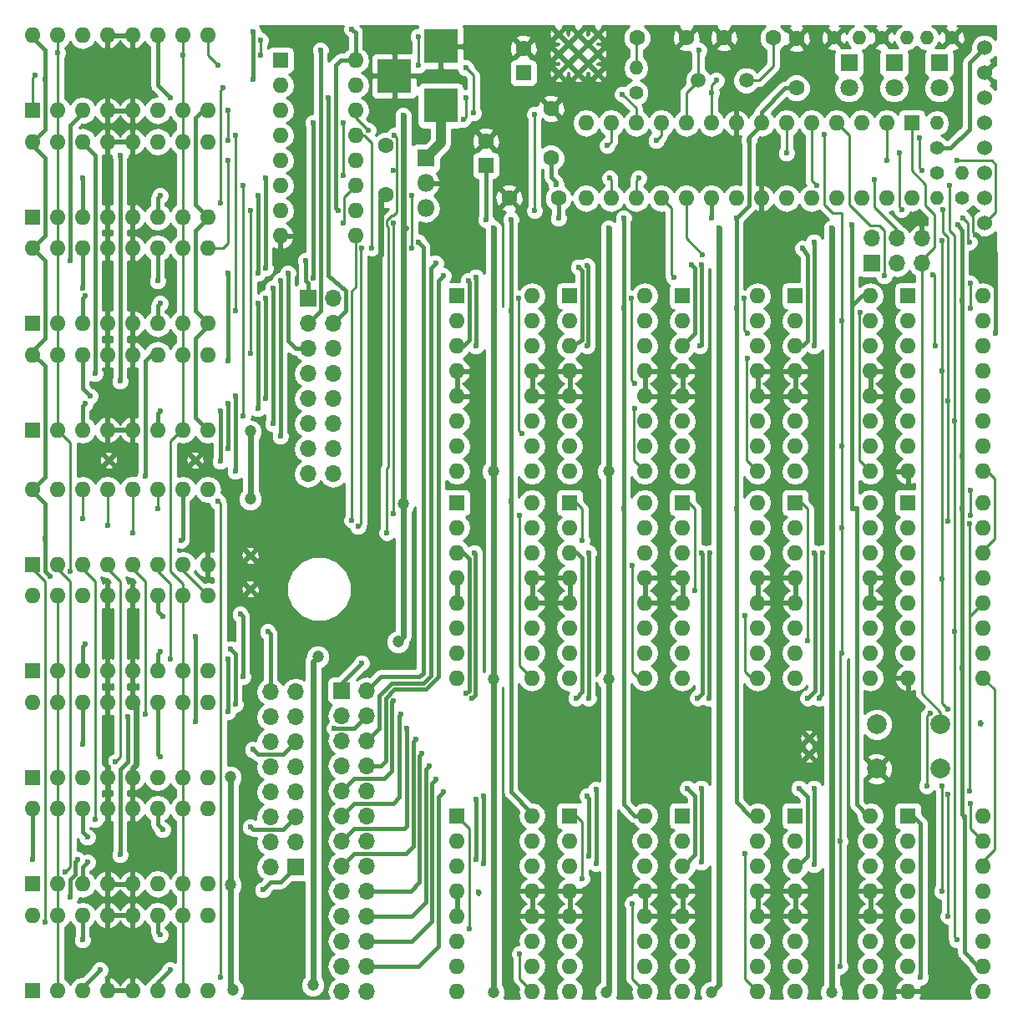
<source format=gbl>
G04 #@! TF.FileFunction,Copper,L2,Bot,Signal*
%FSLAX46Y46*%
G04 Gerber Fmt 4.6, Leading zero omitted, Abs format (unit mm)*
G04 Created by KiCad (PCBNEW 4.0.7-e2-6376~58~ubuntu16.04.1) date Wed Feb 21 03:08:00 2018*
%MOMM*%
%LPD*%
G01*
G04 APERTURE LIST*
%ADD10C,0.100000*%
%ADD11C,0.600000*%
%ADD12C,2.000000*%
%ADD13R,1.700000X1.700000*%
%ADD14O,1.700000X1.700000*%
%ADD15C,1.500000*%
%ADD16C,1.600000*%
%ADD17R,1.600000X1.600000*%
%ADD18R,1.800000X1.800000*%
%ADD19C,1.800000*%
%ADD20R,3.500000X3.500000*%
%ADD21O,1.600000X1.600000*%
%ADD22O,1.800000X1.800000*%
%ADD23C,1.400000*%
%ADD24O,1.400000X1.400000*%
%ADD25C,1.524000*%
%ADD26C,1.200000*%
%ADD27C,0.400000*%
%ADD28C,0.600000*%
%ADD29C,0.250000*%
%ADD30C,1.000000*%
%ADD31C,0.254000*%
G04 APERTURE END LIST*
D10*
D11*
X84010000Y-30543000D03*
X82010000Y-30543000D03*
X80010000Y-30543000D03*
X83010000Y-29543000D03*
X81010000Y-29543000D03*
X84010000Y-28543000D03*
X82010000Y-28543000D03*
X80010000Y-28543000D03*
X83010000Y-27543000D03*
X81010000Y-27543000D03*
X84010000Y-26543000D03*
X82010000Y-26543000D03*
X80010000Y-26543000D03*
X43180000Y-69723000D03*
X34417000Y-69723000D03*
X48768000Y-82804000D03*
X48768000Y-79375000D03*
X71882000Y-113538000D03*
X122809000Y-96393000D03*
X105410000Y-97917000D03*
D12*
X112268000Y-101020000D03*
X112268000Y-96520000D03*
X118768000Y-101020000D03*
X118768000Y-96520000D03*
D13*
X53340000Y-110998000D03*
D14*
X50800000Y-110998000D03*
X53340000Y-108458000D03*
X50800000Y-108458000D03*
X53340000Y-105918000D03*
X50800000Y-105918000D03*
X53340000Y-103378000D03*
X50800000Y-103378000D03*
X53340000Y-100838000D03*
X50800000Y-100838000D03*
X53340000Y-98298000D03*
X50800000Y-98298000D03*
X53340000Y-95758000D03*
X50800000Y-95758000D03*
X53340000Y-93218000D03*
X50800000Y-93218000D03*
D13*
X58039000Y-93091000D03*
D14*
X60579000Y-93091000D03*
X58039000Y-95631000D03*
X60579000Y-95631000D03*
X58039000Y-98171000D03*
X60579000Y-98171000D03*
X58039000Y-100711000D03*
X60579000Y-100711000D03*
X58039000Y-103251000D03*
X60579000Y-103251000D03*
X58039000Y-105791000D03*
X60579000Y-105791000D03*
X58039000Y-108331000D03*
X60579000Y-108331000D03*
X58039000Y-110871000D03*
X60579000Y-110871000D03*
X58039000Y-113411000D03*
X60579000Y-113411000D03*
X58039000Y-115951000D03*
X60579000Y-115951000D03*
X58039000Y-118491000D03*
X60579000Y-118491000D03*
X58039000Y-121031000D03*
X60579000Y-121031000D03*
X58039000Y-123571000D03*
X60579000Y-123571000D03*
D15*
X99060000Y-31242000D03*
X94180000Y-31242000D03*
D16*
X79248000Y-39116000D03*
X79248000Y-34116000D03*
D13*
X111760000Y-49784000D03*
D14*
X111760000Y-47244000D03*
X114300000Y-49784000D03*
X114300000Y-47244000D03*
X116840000Y-49784000D03*
X116840000Y-47244000D03*
D16*
X92964000Y-26924000D03*
X87964000Y-26924000D03*
X96774000Y-26924000D03*
X101774000Y-26924000D03*
X80010000Y-43180000D03*
X75010000Y-43180000D03*
X104140000Y-32004000D03*
X104140000Y-27004000D03*
D17*
X76454000Y-30480000D03*
D16*
X76454000Y-27980000D03*
D18*
X114046000Y-29464000D03*
D19*
X114046000Y-32004000D03*
D18*
X109474000Y-29464000D03*
D19*
X109474000Y-32004000D03*
D18*
X118618000Y-29464000D03*
D19*
X118618000Y-32004000D03*
D13*
X54610000Y-53340000D03*
D14*
X57150000Y-53340000D03*
X54610000Y-55880000D03*
X57150000Y-55880000D03*
X54610000Y-58420000D03*
X57150000Y-58420000D03*
X54610000Y-60960000D03*
X57150000Y-60960000D03*
X54610000Y-63500000D03*
X57150000Y-63500000D03*
X54610000Y-66040000D03*
X57150000Y-66040000D03*
X54610000Y-68580000D03*
X57150000Y-68580000D03*
X54610000Y-71120000D03*
X57150000Y-71120000D03*
D20*
X68072000Y-33782000D03*
X68072000Y-27782000D03*
X63372000Y-30782000D03*
D17*
X72644000Y-39878000D03*
D16*
X72644000Y-37378000D03*
X62484000Y-37846000D03*
X62484000Y-42846000D03*
D17*
X115443000Y-53086000D03*
D21*
X123063000Y-70866000D03*
X115443000Y-55626000D03*
X123063000Y-68326000D03*
X115443000Y-58166000D03*
X123063000Y-65786000D03*
X115443000Y-60706000D03*
X123063000Y-63246000D03*
X115443000Y-63246000D03*
X123063000Y-60706000D03*
X115443000Y-65786000D03*
X123063000Y-58166000D03*
X115443000Y-68326000D03*
X123063000Y-55626000D03*
X115443000Y-70866000D03*
X123063000Y-53086000D03*
D17*
X51816000Y-29210000D03*
D21*
X59436000Y-46990000D03*
X51816000Y-31750000D03*
X59436000Y-44450000D03*
X51816000Y-34290000D03*
X59436000Y-41910000D03*
X51816000Y-36830000D03*
X59436000Y-39370000D03*
X51816000Y-39370000D03*
X59436000Y-36830000D03*
X51816000Y-41910000D03*
X59436000Y-34290000D03*
X51816000Y-44450000D03*
X59436000Y-31750000D03*
X51816000Y-46990000D03*
X59436000Y-29210000D03*
D17*
X104013000Y-53086000D03*
D21*
X111633000Y-70866000D03*
X104013000Y-55626000D03*
X111633000Y-68326000D03*
X104013000Y-58166000D03*
X111633000Y-65786000D03*
X104013000Y-60706000D03*
X111633000Y-63246000D03*
X104013000Y-63246000D03*
X111633000Y-60706000D03*
X104013000Y-65786000D03*
X111633000Y-58166000D03*
X104013000Y-68326000D03*
X111633000Y-55626000D03*
X104013000Y-70866000D03*
X111633000Y-53086000D03*
D17*
X92583000Y-74041000D03*
D21*
X100203000Y-91821000D03*
X92583000Y-76581000D03*
X100203000Y-89281000D03*
X92583000Y-79121000D03*
X100203000Y-86741000D03*
X92583000Y-81661000D03*
X100203000Y-84201000D03*
X92583000Y-84201000D03*
X100203000Y-81661000D03*
X92583000Y-86741000D03*
X100203000Y-79121000D03*
X92583000Y-89281000D03*
X100203000Y-76581000D03*
X92583000Y-91821000D03*
X100203000Y-74041000D03*
D17*
X26670000Y-34290000D03*
D21*
X44450000Y-26670000D03*
X29210000Y-34290000D03*
X41910000Y-26670000D03*
X31750000Y-34290000D03*
X39370000Y-26670000D03*
X34290000Y-34290000D03*
X36830000Y-26670000D03*
X36830000Y-34290000D03*
X34290000Y-26670000D03*
X39370000Y-34290000D03*
X31750000Y-26670000D03*
X41910000Y-34290000D03*
X29210000Y-26670000D03*
X44450000Y-34290000D03*
X26670000Y-26670000D03*
D17*
X26670000Y-123495758D03*
D21*
X44450000Y-115875758D03*
X29210000Y-123495758D03*
X41910000Y-115875758D03*
X31750000Y-123495758D03*
X39370000Y-115875758D03*
X34290000Y-123495758D03*
X36830000Y-115875758D03*
X36830000Y-123495758D03*
X34290000Y-115875758D03*
X39370000Y-123495758D03*
X31750000Y-115875758D03*
X41910000Y-123495758D03*
X29210000Y-115875758D03*
X44450000Y-123495758D03*
X26670000Y-115875758D03*
D17*
X115443000Y-74041000D03*
D21*
X123063000Y-91821000D03*
X115443000Y-76581000D03*
X123063000Y-89281000D03*
X115443000Y-79121000D03*
X123063000Y-86741000D03*
X115443000Y-81661000D03*
X123063000Y-84201000D03*
X115443000Y-84201000D03*
X123063000Y-81661000D03*
X115443000Y-86741000D03*
X123063000Y-79121000D03*
X115443000Y-89281000D03*
X123063000Y-76581000D03*
X115443000Y-91821000D03*
X123063000Y-74041000D03*
D17*
X26670000Y-80315758D03*
D21*
X44450000Y-72695758D03*
X29210000Y-80315758D03*
X41910000Y-72695758D03*
X31750000Y-80315758D03*
X39370000Y-72695758D03*
X34290000Y-80315758D03*
X36830000Y-72695758D03*
X36830000Y-80315758D03*
X34290000Y-72695758D03*
X39370000Y-80315758D03*
X31750000Y-72695758D03*
X41910000Y-80315758D03*
X29210000Y-72695758D03*
X44450000Y-80315758D03*
X26670000Y-72695758D03*
D17*
X92583000Y-53086000D03*
D21*
X100203000Y-70866000D03*
X92583000Y-55626000D03*
X100203000Y-68326000D03*
X92583000Y-58166000D03*
X100203000Y-65786000D03*
X92583000Y-60706000D03*
X100203000Y-63246000D03*
X92583000Y-63246000D03*
X100203000Y-60706000D03*
X92583000Y-65786000D03*
X100203000Y-58166000D03*
X92583000Y-68326000D03*
X100203000Y-55626000D03*
X92583000Y-70866000D03*
X100203000Y-53086000D03*
D17*
X104013000Y-74041000D03*
D21*
X111633000Y-91821000D03*
X104013000Y-76581000D03*
X111633000Y-89281000D03*
X104013000Y-79121000D03*
X111633000Y-86741000D03*
X104013000Y-81661000D03*
X111633000Y-84201000D03*
X104013000Y-84201000D03*
X111633000Y-81661000D03*
X104013000Y-86741000D03*
X111633000Y-79121000D03*
X104013000Y-89281000D03*
X111633000Y-76581000D03*
X104013000Y-91821000D03*
X111633000Y-74041000D03*
D17*
X26670000Y-45085000D03*
D21*
X44450000Y-37465000D03*
X29210000Y-45085000D03*
X41910000Y-37465000D03*
X31750000Y-45085000D03*
X39370000Y-37465000D03*
X34290000Y-45085000D03*
X36830000Y-37465000D03*
X36830000Y-45085000D03*
X34290000Y-37465000D03*
X39370000Y-45085000D03*
X31750000Y-37465000D03*
X41910000Y-45085000D03*
X29210000Y-37465000D03*
X44450000Y-45085000D03*
X26670000Y-37465000D03*
D17*
X26670000Y-112700758D03*
D21*
X44450000Y-105080758D03*
X29210000Y-112700758D03*
X41910000Y-105080758D03*
X31750000Y-112700758D03*
X39370000Y-105080758D03*
X34290000Y-112700758D03*
X36830000Y-105080758D03*
X36830000Y-112700758D03*
X34290000Y-105080758D03*
X39370000Y-112700758D03*
X31750000Y-105080758D03*
X41910000Y-112700758D03*
X29210000Y-105080758D03*
X44450000Y-112700758D03*
X26670000Y-105080758D03*
D17*
X115443000Y-105791000D03*
D21*
X123063000Y-123571000D03*
X115443000Y-108331000D03*
X123063000Y-121031000D03*
X115443000Y-110871000D03*
X123063000Y-118491000D03*
X115443000Y-113411000D03*
X123063000Y-115951000D03*
X115443000Y-115951000D03*
X123063000Y-113411000D03*
X115443000Y-118491000D03*
X123063000Y-110871000D03*
X115443000Y-121031000D03*
X123063000Y-108331000D03*
X115443000Y-123571000D03*
X123063000Y-105791000D03*
D17*
X81153000Y-53086000D03*
D21*
X88773000Y-70866000D03*
X81153000Y-55626000D03*
X88773000Y-68326000D03*
X81153000Y-58166000D03*
X88773000Y-65786000D03*
X81153000Y-60706000D03*
X88773000Y-63246000D03*
X81153000Y-63246000D03*
X88773000Y-60706000D03*
X81153000Y-65786000D03*
X88773000Y-58166000D03*
X81153000Y-68326000D03*
X88773000Y-55626000D03*
X81153000Y-70866000D03*
X88773000Y-53086000D03*
D17*
X104013000Y-105791000D03*
D21*
X111633000Y-123571000D03*
X104013000Y-108331000D03*
X111633000Y-121031000D03*
X104013000Y-110871000D03*
X111633000Y-118491000D03*
X104013000Y-113411000D03*
X111633000Y-115951000D03*
X104013000Y-115951000D03*
X111633000Y-113411000D03*
X104013000Y-118491000D03*
X111633000Y-110871000D03*
X104013000Y-121031000D03*
X111633000Y-108331000D03*
X104013000Y-123571000D03*
X111633000Y-105791000D03*
D17*
X26670000Y-55880000D03*
D21*
X44450000Y-48260000D03*
X29210000Y-55880000D03*
X41910000Y-48260000D03*
X31750000Y-55880000D03*
X39370000Y-48260000D03*
X34290000Y-55880000D03*
X36830000Y-48260000D03*
X36830000Y-55880000D03*
X34290000Y-48260000D03*
X39370000Y-55880000D03*
X31750000Y-48260000D03*
X41910000Y-55880000D03*
X29210000Y-48260000D03*
X44450000Y-55880000D03*
X26670000Y-48260000D03*
D17*
X26670000Y-101905758D03*
D21*
X44450000Y-94285758D03*
X29210000Y-101905758D03*
X41910000Y-94285758D03*
X31750000Y-101905758D03*
X39370000Y-94285758D03*
X34290000Y-101905758D03*
X36830000Y-94285758D03*
X36830000Y-101905758D03*
X34290000Y-94285758D03*
X39370000Y-101905758D03*
X31750000Y-94285758D03*
X41910000Y-101905758D03*
X29210000Y-94285758D03*
X44450000Y-101905758D03*
X26670000Y-94285758D03*
D17*
X69723000Y-53086000D03*
D21*
X77343000Y-70866000D03*
X69723000Y-55626000D03*
X77343000Y-68326000D03*
X69723000Y-58166000D03*
X77343000Y-65786000D03*
X69723000Y-60706000D03*
X77343000Y-63246000D03*
X69723000Y-63246000D03*
X77343000Y-60706000D03*
X69723000Y-65786000D03*
X77343000Y-58166000D03*
X69723000Y-68326000D03*
X77343000Y-55626000D03*
X69723000Y-70866000D03*
X77343000Y-53086000D03*
D17*
X92583000Y-105791000D03*
D21*
X100203000Y-123571000D03*
X92583000Y-108331000D03*
X100203000Y-121031000D03*
X92583000Y-110871000D03*
X100203000Y-118491000D03*
X92583000Y-113411000D03*
X100203000Y-115951000D03*
X92583000Y-115951000D03*
X100203000Y-113411000D03*
X92583000Y-118491000D03*
X100203000Y-110871000D03*
X92583000Y-121031000D03*
X100203000Y-108331000D03*
X92583000Y-123571000D03*
X100203000Y-105791000D03*
D17*
X26670000Y-66675000D03*
D21*
X44450000Y-59055000D03*
X29210000Y-66675000D03*
X41910000Y-59055000D03*
X31750000Y-66675000D03*
X39370000Y-59055000D03*
X34290000Y-66675000D03*
X36830000Y-59055000D03*
X36830000Y-66675000D03*
X34290000Y-59055000D03*
X39370000Y-66675000D03*
X31750000Y-59055000D03*
X41910000Y-66675000D03*
X29210000Y-59055000D03*
X44450000Y-66675000D03*
X26670000Y-59055000D03*
D17*
X26670000Y-91110758D03*
D21*
X44450000Y-83490758D03*
X29210000Y-91110758D03*
X41910000Y-83490758D03*
X31750000Y-91110758D03*
X39370000Y-83490758D03*
X34290000Y-91110758D03*
X36830000Y-83490758D03*
X36830000Y-91110758D03*
X34290000Y-83490758D03*
X39370000Y-91110758D03*
X31750000Y-83490758D03*
X41910000Y-91110758D03*
X29210000Y-83490758D03*
X44450000Y-91110758D03*
X26670000Y-83490758D03*
D17*
X69723000Y-74041000D03*
D21*
X77343000Y-91821000D03*
X69723000Y-76581000D03*
X77343000Y-89281000D03*
X69723000Y-79121000D03*
X77343000Y-86741000D03*
X69723000Y-81661000D03*
X77343000Y-84201000D03*
X69723000Y-84201000D03*
X77343000Y-81661000D03*
X69723000Y-86741000D03*
X77343000Y-79121000D03*
X69723000Y-89281000D03*
X77343000Y-76581000D03*
X69723000Y-91821000D03*
X77343000Y-74041000D03*
D17*
X81153000Y-105791000D03*
D21*
X88773000Y-123571000D03*
X81153000Y-108331000D03*
X88773000Y-121031000D03*
X81153000Y-110871000D03*
X88773000Y-118491000D03*
X81153000Y-113411000D03*
X88773000Y-115951000D03*
X81153000Y-115951000D03*
X88773000Y-113411000D03*
X81153000Y-118491000D03*
X88773000Y-110871000D03*
X81153000Y-121031000D03*
X88773000Y-108331000D03*
X81153000Y-123571000D03*
X88773000Y-105791000D03*
D17*
X81153000Y-74041000D03*
D21*
X88773000Y-91821000D03*
X81153000Y-76581000D03*
X88773000Y-89281000D03*
X81153000Y-79121000D03*
X88773000Y-86741000D03*
X81153000Y-81661000D03*
X88773000Y-84201000D03*
X81153000Y-84201000D03*
X88773000Y-81661000D03*
X81153000Y-86741000D03*
X88773000Y-79121000D03*
X81153000Y-89281000D03*
X88773000Y-76581000D03*
X81153000Y-91821000D03*
X88773000Y-74041000D03*
D17*
X69723000Y-105791000D03*
D21*
X77343000Y-123571000D03*
X69723000Y-108331000D03*
X77343000Y-121031000D03*
X69723000Y-110871000D03*
X77343000Y-118491000D03*
X69723000Y-113411000D03*
X77343000Y-115951000D03*
X69723000Y-115951000D03*
X77343000Y-113411000D03*
X69723000Y-118491000D03*
X77343000Y-110871000D03*
X69723000Y-121031000D03*
X77343000Y-108331000D03*
X69723000Y-123571000D03*
X77343000Y-105791000D03*
D17*
X115824000Y-35560000D03*
D21*
X82804000Y-43180000D03*
X113284000Y-35560000D03*
X85344000Y-43180000D03*
X110744000Y-35560000D03*
X87884000Y-43180000D03*
X108204000Y-35560000D03*
X90424000Y-43180000D03*
X105664000Y-35560000D03*
X92964000Y-43180000D03*
X103124000Y-35560000D03*
X95504000Y-43180000D03*
X100584000Y-35560000D03*
X98044000Y-43180000D03*
X98044000Y-35560000D03*
X100584000Y-43180000D03*
X95504000Y-35560000D03*
X103124000Y-43180000D03*
X92964000Y-35560000D03*
X105664000Y-43180000D03*
X90424000Y-35560000D03*
X108204000Y-43180000D03*
X87884000Y-35560000D03*
X110744000Y-43180000D03*
X85344000Y-35560000D03*
X113284000Y-43180000D03*
X82804000Y-35560000D03*
X115824000Y-43180000D03*
D18*
X66548000Y-39116000D03*
D22*
X66548000Y-41656000D03*
X66548000Y-44196000D03*
D23*
X120904000Y-43180000D03*
D24*
X120904000Y-40640000D03*
D23*
X118364000Y-40640000D03*
D24*
X118364000Y-43180000D03*
D23*
X119888000Y-26924000D03*
D24*
X117348000Y-26924000D03*
D23*
X112776000Y-26924000D03*
D24*
X115316000Y-26924000D03*
D23*
X107950000Y-26924000D03*
D24*
X110490000Y-26924000D03*
D23*
X118364000Y-38100000D03*
D24*
X118364000Y-35560000D03*
D23*
X87884000Y-32512000D03*
D24*
X87884000Y-29972000D03*
D11*
X105410000Y-99568000D03*
D25*
X123190000Y-27940000D03*
X123190000Y-30480000D03*
X123190000Y-33020000D03*
X123190000Y-35560000D03*
X123190000Y-38100000D03*
X123190000Y-40640000D03*
X123190000Y-43180000D03*
X123190000Y-45720000D03*
D11*
X95504000Y-45212000D03*
X27940000Y-31115000D03*
X59055000Y-26035000D03*
X49022000Y-26289000D03*
X49022000Y-31115000D03*
X57658000Y-44450000D03*
X27940000Y-77724000D03*
X41783000Y-77851000D03*
X120904000Y-69342000D03*
X120904000Y-90805000D03*
X99314000Y-37338000D03*
X80010000Y-45212000D03*
X72644000Y-45339000D03*
X75184000Y-45339000D03*
X86614000Y-45212000D03*
X98044000Y-45212000D03*
X120523000Y-45847000D03*
X109728000Y-45847000D03*
X120904000Y-53594000D03*
X120904000Y-74676000D03*
X121158000Y-105918000D03*
X110236000Y-74676000D03*
X98044000Y-54356000D03*
X98044000Y-74676000D03*
X86614000Y-54356000D03*
X86614000Y-74676000D03*
X75184000Y-54610000D03*
X75184000Y-73914000D03*
X43180000Y-87630000D03*
X43180000Y-96266000D03*
X36322000Y-95758000D03*
X35560000Y-109728000D03*
X30480000Y-114046000D03*
X31242000Y-110236000D03*
X26670000Y-110236000D03*
X28448000Y-81534000D03*
X61722000Y-49149000D03*
X34290000Y-97409000D03*
X124333000Y-56896000D03*
X49149000Y-86868000D03*
X36830000Y-86868000D03*
X122301000Y-46863000D03*
X121920000Y-44450000D03*
X107696000Y-91821000D03*
X107696000Y-70866000D03*
X96266000Y-70866000D03*
X64262000Y-34798000D03*
X107696000Y-46228000D03*
D26*
X107696000Y-123698000D03*
X95504000Y-123698000D03*
D11*
X96266000Y-46232994D03*
X85090000Y-46228000D03*
X73406000Y-46228000D03*
X64262000Y-46228000D03*
D26*
X85090000Y-70866000D03*
X85090000Y-91948000D03*
X84836000Y-123698000D03*
X73406000Y-70866000D03*
X73406000Y-91948000D03*
X73406000Y-123698000D03*
X64262000Y-74168000D03*
X48768000Y-73660000D03*
X48768000Y-66802000D03*
X46736000Y-101854000D03*
X46990000Y-123444000D03*
X46736000Y-112776000D03*
X63754000Y-88138000D03*
X55626000Y-89662000D03*
X55118000Y-122936000D03*
D11*
X95504000Y-32512000D03*
X96012000Y-31242000D03*
X94234000Y-28194000D03*
X79756000Y-41783000D03*
X104775000Y-48260000D03*
X60071000Y-90297000D03*
X105918000Y-58166000D03*
X105918000Y-47625000D03*
X65786000Y-47625000D03*
X93472000Y-49911000D03*
X94361000Y-58166000D03*
X94488000Y-49911000D03*
X57277000Y-96901000D03*
X82042000Y-50165000D03*
X82931000Y-50038000D03*
X82931000Y-58166000D03*
X67564000Y-49784000D03*
X70866000Y-51562000D03*
X71628000Y-58166000D03*
X71628000Y-51181000D03*
X68326000Y-51054000D03*
X70612000Y-93345000D03*
X63246000Y-94107000D03*
X71247000Y-93853000D03*
X71501000Y-79121000D03*
X81788000Y-93853000D03*
X64008000Y-95504000D03*
X83058000Y-93853000D03*
X83058000Y-79121000D03*
X94488000Y-79121000D03*
X94107000Y-93853000D03*
X64643000Y-96901000D03*
X95377000Y-79121000D03*
X95250000Y-93853000D03*
X105918000Y-79121000D03*
X105283000Y-93853000D03*
X65532000Y-98044000D03*
X106807000Y-79121000D03*
X106426000Y-93853000D03*
X104394000Y-102997000D03*
X66167000Y-99441000D03*
X105918000Y-102997000D03*
X105918000Y-110744000D03*
X93091000Y-102997000D03*
X66929000Y-100711000D03*
X94488000Y-102997000D03*
X94488000Y-110490000D03*
X83058000Y-109855000D03*
X82931000Y-103759000D03*
X83820000Y-110617000D03*
X83820000Y-103124000D03*
X67564000Y-102108000D03*
X71628000Y-110236000D03*
X71628000Y-104140000D03*
X72390000Y-110617000D03*
X72390000Y-103759000D03*
X68326000Y-103378000D03*
X30480000Y-49530000D03*
X54356000Y-49530000D03*
X55118000Y-35560000D03*
X55118000Y-51308000D03*
X55880000Y-28194000D03*
X56642000Y-33020000D03*
X40640000Y-33020000D03*
X52578000Y-50800000D03*
X50292000Y-50292000D03*
X50292000Y-41148000D03*
X31750000Y-41148000D03*
X46482000Y-59690000D03*
X46482000Y-50800000D03*
X49530000Y-50800000D03*
X49530000Y-42926000D03*
X39624000Y-42926000D03*
X33020000Y-60960000D03*
X35560000Y-61722000D03*
X35560000Y-38862000D03*
X50292000Y-63500000D03*
X50292000Y-53340000D03*
X32004000Y-53086000D03*
X49530000Y-64516000D03*
X49530000Y-53848000D03*
X39624000Y-53848000D03*
X51054000Y-66040000D03*
X51054000Y-52324000D03*
X31750000Y-52324000D03*
X51816000Y-67310000D03*
X51816000Y-51562000D03*
X39370000Y-51562000D03*
X46482000Y-68580000D03*
X46482000Y-64008000D03*
X32004000Y-64008000D03*
X45720000Y-69850000D03*
X45720000Y-64770000D03*
X39624000Y-64770000D03*
X47244000Y-70866000D03*
X47244000Y-63246000D03*
X32512000Y-63246000D03*
X38100000Y-71374000D03*
X33528000Y-121412000D03*
X50038000Y-113284000D03*
X40640000Y-121412000D03*
X31750000Y-118364000D03*
X39624000Y-117856000D03*
X48768000Y-106934000D03*
X32258000Y-110490000D03*
X32258000Y-107950000D03*
X39878000Y-107188000D03*
X31750000Y-98552000D03*
X49022000Y-99060000D03*
X39624000Y-99822000D03*
X47244000Y-94488000D03*
X46736000Y-88900000D03*
X32004000Y-88392000D03*
X46482000Y-95250000D03*
X46482000Y-89916000D03*
X39624000Y-89154000D03*
X48006000Y-91694000D03*
X47752000Y-85344000D03*
X50546000Y-87122000D03*
X39878000Y-85598000D03*
X91694000Y-51181000D03*
X94615000Y-48895000D03*
X88138000Y-41148000D03*
X112014000Y-41275000D03*
X116586000Y-37084000D03*
X116840000Y-40386000D03*
X110617000Y-54737000D03*
X99187000Y-56896000D03*
X98806000Y-53340000D03*
X99187000Y-59436000D03*
X106172000Y-41910000D03*
X119634000Y-41910000D03*
X120142000Y-65786000D03*
X120142000Y-87122000D03*
X120396000Y-118364000D03*
X87757000Y-61976000D03*
X87376000Y-53340000D03*
X103124000Y-38608000D03*
X114554000Y-38608000D03*
X114808000Y-44323000D03*
X118999000Y-44323000D03*
X119507000Y-63754000D03*
X119507000Y-75946000D03*
X121666000Y-76200000D03*
X119507000Y-115951000D03*
X119507000Y-103632000D03*
X121666000Y-103251000D03*
X87757000Y-64516000D03*
X61087000Y-48260000D03*
X85217000Y-41148000D03*
X65151000Y-42926000D03*
X65151000Y-48260000D03*
X60071000Y-48260000D03*
X59690000Y-76454000D03*
X34290000Y-76327000D03*
X121031000Y-45212000D03*
X121666000Y-47625000D03*
X118872000Y-47498000D03*
X118872000Y-60706000D03*
X118872000Y-81788000D03*
X119507000Y-94996000D03*
X117729000Y-95377000D03*
X117348000Y-102743000D03*
X118872000Y-102743000D03*
X118872000Y-113411000D03*
X76327000Y-67056000D03*
X75946000Y-53340000D03*
X118237000Y-58166000D03*
X113030000Y-51054000D03*
X117983000Y-50927000D03*
X121793000Y-51816000D03*
X121793000Y-54356000D03*
X45466000Y-29718000D03*
X31750000Y-75692000D03*
X59055000Y-75819000D03*
X45720000Y-43688000D03*
X45974000Y-32004000D03*
X46482000Y-37338000D03*
X46482000Y-34290000D03*
X86487000Y-32639000D03*
X70612000Y-33020000D03*
X70358000Y-35179000D03*
X58166000Y-35560000D03*
X58166000Y-40894000D03*
X58166000Y-45720000D03*
X63246000Y-45720000D03*
X63246000Y-75184000D03*
X39370000Y-74676000D03*
X47244000Y-54610000D03*
X47244000Y-36830000D03*
X63246000Y-40386000D03*
X84963000Y-37846000D03*
X63373000Y-36830000D03*
X62611000Y-77089000D03*
X36830000Y-77089000D03*
X46482000Y-39370000D03*
X48006000Y-65278000D03*
X48006000Y-41910000D03*
X60706000Y-36322000D03*
X89916000Y-37338000D03*
X48768000Y-58928000D03*
X48768000Y-44450000D03*
X26924000Y-30734000D03*
X106934000Y-36703000D03*
X108712000Y-55626000D03*
X108712000Y-68326000D03*
X108712000Y-76581000D03*
X108712000Y-89281000D03*
X108585000Y-108331000D03*
X108585000Y-121031000D03*
X93853000Y-82931000D03*
X98933000Y-85471000D03*
X77597000Y-44450000D03*
X77597000Y-34671000D03*
X71374000Y-34544000D03*
X70612000Y-29972000D03*
X65786000Y-29718000D03*
X65786000Y-26797000D03*
X49784000Y-27178000D03*
X49784000Y-28702000D03*
X29210000Y-28448000D03*
X41910000Y-28702000D03*
X30480000Y-81026000D03*
X45466000Y-73914000D03*
X45720000Y-122174000D03*
X27940000Y-116586000D03*
X76073000Y-75311000D03*
X82423000Y-77851000D03*
X87503000Y-80391000D03*
X105283000Y-88011000D03*
X121793000Y-72771000D03*
X121793000Y-75311000D03*
X29972000Y-111506000D03*
X33020000Y-106172000D03*
X35052000Y-100330000D03*
X38100000Y-95504000D03*
X40640000Y-89916000D03*
X116713000Y-122174000D03*
X98933000Y-109601000D03*
X82423000Y-112141000D03*
X87503000Y-114681000D03*
X70993000Y-117221000D03*
X76073000Y-119761000D03*
X121793000Y-104521000D03*
X120396000Y-39370000D03*
X113284000Y-39370000D03*
D27*
X95504000Y-45212000D02*
X95504000Y-43180000D01*
X59436000Y-29210000D02*
X59436000Y-26416000D01*
X59055000Y-26035000D02*
X59436000Y-26416000D01*
X49022000Y-31115000D02*
X49022000Y-26289000D01*
X26670000Y-26670000D02*
X26670000Y-26924000D01*
X26670000Y-26924000D02*
X27940000Y-28194000D01*
X27940000Y-28194000D02*
X27940000Y-31115000D01*
X57912000Y-29210000D02*
X59436000Y-29210000D01*
X57404000Y-29718000D02*
X57912000Y-29210000D01*
X57404000Y-44196000D02*
X57404000Y-29718000D01*
X57658000Y-44450000D02*
X57404000Y-44196000D01*
X41910000Y-72695758D02*
X41910000Y-77724000D01*
X41783000Y-77851000D02*
X41910000Y-77724000D01*
X118364000Y-38100000D02*
X119761000Y-38100000D01*
X121666000Y-29464000D02*
X123190000Y-27940000D01*
X121666000Y-36195000D02*
X121666000Y-29464000D01*
X119761000Y-38100000D02*
X121666000Y-36195000D01*
X100584000Y-35560000D02*
X100584000Y-35687000D01*
X100584000Y-35687000D02*
X99314000Y-36957000D01*
X99314000Y-36957000D02*
X99314000Y-37338000D01*
X99314000Y-43942000D02*
X98044000Y-45212000D01*
X99314000Y-37338000D02*
X99314000Y-43942000D01*
X100584000Y-35560000D02*
X100584000Y-34417000D01*
X102997000Y-32004000D02*
X104140000Y-32004000D01*
X100584000Y-34417000D02*
X102997000Y-32004000D01*
X80010000Y-45212000D02*
X80010000Y-43180000D01*
X72644000Y-45339000D02*
X72644000Y-39878000D01*
X75184000Y-54610000D02*
X75184000Y-45339000D01*
X86614000Y-45466000D02*
X86614000Y-54356000D01*
X86614000Y-45212000D02*
X86614000Y-45466000D01*
X98044000Y-45466000D02*
X98044000Y-45212000D01*
X98044000Y-54356000D02*
X98044000Y-45466000D01*
X120904000Y-46482000D02*
X120523000Y-45847000D01*
X120904000Y-53594000D02*
X120904000Y-46482000D01*
X109728000Y-46228000D02*
X109728000Y-45847000D01*
X109728000Y-54102000D02*
X109728000Y-46228000D01*
X120904000Y-70612000D02*
X120904000Y-69342000D01*
X120904000Y-69342000D02*
X120904000Y-53594000D01*
X120904000Y-74676000D02*
X120904000Y-70612000D01*
X120904000Y-70612000D02*
X120904000Y-70485000D01*
X120904000Y-91440000D02*
X120904000Y-90805000D01*
X120904000Y-90805000D02*
X120904000Y-74676000D01*
X121158000Y-105918000D02*
X120904000Y-105664000D01*
X120904000Y-105664000D02*
X120904000Y-91440000D01*
X123063000Y-121031000D02*
X122555000Y-121031000D01*
X122555000Y-121031000D02*
X121158000Y-119634000D01*
X121158000Y-119634000D02*
X121158000Y-105918000D01*
X110236000Y-74676000D02*
X109728000Y-74676000D01*
X110744000Y-53086000D02*
X111633000Y-53086000D01*
X109728000Y-54102000D02*
X110744000Y-53086000D01*
X109728000Y-74676000D02*
X109728000Y-54102000D01*
X111633000Y-105791000D02*
X111379000Y-105791000D01*
X111379000Y-105791000D02*
X110236000Y-104648000D01*
X110236000Y-104648000D02*
X110236000Y-74676000D01*
X98044000Y-74676000D02*
X98044000Y-54356000D01*
X98044000Y-104394000D02*
X98044000Y-74676000D01*
X86614000Y-74676000D02*
X86614000Y-54356000D01*
X86614000Y-104648000D02*
X86614000Y-74676000D01*
X75184000Y-73914000D02*
X75184000Y-54610000D01*
X77343000Y-105791000D02*
X77343000Y-105537000D01*
X77343000Y-105537000D02*
X75184000Y-103378000D01*
X75184000Y-103378000D02*
X75184000Y-73914000D01*
X43180000Y-96266000D02*
X43180000Y-87630000D01*
X36322000Y-100330000D02*
X36322000Y-95758000D01*
X35560000Y-101092000D02*
X36322000Y-100330000D01*
X35560000Y-109728000D02*
X35560000Y-101092000D01*
X30480000Y-114046000D02*
X30480000Y-112268000D01*
X30480000Y-112268000D02*
X31005002Y-111742998D01*
X31005002Y-111742998D02*
X31005002Y-110472998D01*
X31005002Y-110472998D02*
X31242000Y-110236000D01*
X26670000Y-110236000D02*
X26670000Y-105080758D01*
X26670000Y-72695758D02*
X26670000Y-72898000D01*
X26670000Y-72898000D02*
X27940000Y-74168000D01*
X27940000Y-81026000D02*
X28448000Y-81534000D01*
X27940000Y-74168000D02*
X27940000Y-77724000D01*
X27940000Y-77724000D02*
X27940000Y-81026000D01*
X26670000Y-59055000D02*
X26797000Y-59055000D01*
X26797000Y-59055000D02*
X27940000Y-60198000D01*
X27940000Y-71425758D02*
X26670000Y-72695758D01*
X27940000Y-60198000D02*
X27940000Y-71425758D01*
X26670000Y-48260000D02*
X27940000Y-49530000D01*
X27940000Y-57404000D02*
X26670000Y-58674000D01*
X27940000Y-49530000D02*
X27940000Y-57404000D01*
X26670000Y-58674000D02*
X26670000Y-59055000D01*
X26670000Y-37465000D02*
X26670000Y-37846000D01*
X26670000Y-37846000D02*
X27940000Y-39116000D01*
X27940000Y-46990000D02*
X26670000Y-48260000D01*
X27940000Y-39116000D02*
X27940000Y-46990000D01*
X27940000Y-31115000D02*
X27940000Y-36195000D01*
X27940000Y-36195000D02*
X26670000Y-37465000D01*
X88773000Y-105791000D02*
X87757000Y-105791000D01*
X87757000Y-105791000D02*
X86614000Y-104648000D01*
X100203000Y-105791000D02*
X99441000Y-105791000D01*
X99441000Y-105791000D02*
X98044000Y-104394000D01*
D28*
X36830000Y-101905758D02*
X36830000Y-100965000D01*
X37211000Y-100584000D02*
X37211000Y-94666758D01*
X36830000Y-100965000D02*
X37211000Y-100584000D01*
X37211000Y-94666758D02*
X36830000Y-94285758D01*
X34290000Y-101905758D02*
X34290000Y-100838000D01*
X34036000Y-97663000D02*
X34290000Y-97409000D01*
X34036000Y-100584000D02*
X34036000Y-97663000D01*
X34290000Y-100838000D02*
X34036000Y-100584000D01*
X61976000Y-48895000D02*
X61976000Y-43354000D01*
X61722000Y-49149000D02*
X61976000Y-48895000D01*
X61976000Y-43354000D02*
X62484000Y-42846000D01*
D27*
X34290000Y-94285758D02*
X34290000Y-97409000D01*
X122301000Y-46863000D02*
X122428000Y-46863000D01*
X124333000Y-48768000D02*
X124333000Y-56896000D01*
X122428000Y-46863000D02*
X124333000Y-48768000D01*
D28*
X34290000Y-105080758D02*
X34290000Y-112700758D01*
X34290000Y-101905758D02*
X34290000Y-105080758D01*
D27*
X36830000Y-83490758D02*
X36830000Y-86868000D01*
X49149000Y-86868000D02*
X49149000Y-84709000D01*
D29*
X122047000Y-46609000D02*
X122301000Y-46863000D01*
X122047000Y-44577000D02*
X122047000Y-46609000D01*
X121920000Y-44450000D02*
X122047000Y-44577000D01*
D30*
X68072000Y-33782000D02*
X68072000Y-37592000D01*
X68072000Y-37592000D02*
X66548000Y-39116000D01*
D28*
X64262000Y-36830000D02*
X64262000Y-34798000D01*
X64262000Y-46228000D02*
X64262000Y-36830000D01*
X107696000Y-123698000D02*
X107696000Y-91821000D01*
X107696000Y-91821000D02*
X107696000Y-70866000D01*
X107696000Y-70866000D02*
X107696000Y-46228000D01*
X95504000Y-123698000D02*
X96266000Y-122936000D01*
X96266000Y-122936000D02*
X96266000Y-70866000D01*
X96266000Y-70866000D02*
X96266000Y-46228000D01*
X96266000Y-46232994D02*
X96266000Y-46228000D01*
X85090000Y-70866000D02*
X85090000Y-46228000D01*
X73406000Y-70866000D02*
X73406000Y-46228000D01*
X64262000Y-46228000D02*
X64516000Y-46228000D01*
X64516000Y-46228000D02*
X64262000Y-46228000D01*
X85090000Y-91948000D02*
X85090000Y-91948000D01*
X85090000Y-91948000D02*
X85090000Y-70866000D01*
X85090000Y-123444000D02*
X85090000Y-91948000D01*
X84836000Y-123698000D02*
X85090000Y-123444000D01*
X73406000Y-91948000D02*
X73406000Y-70866000D01*
X73406000Y-123698000D02*
X73406000Y-91948000D01*
X48768000Y-66802000D02*
X48768000Y-73660000D01*
D27*
X44450000Y-55880000D02*
X44450000Y-56134000D01*
X44450000Y-56134000D02*
X43180000Y-57404000D01*
X43180000Y-65405000D02*
X44450000Y-66675000D01*
X43180000Y-57404000D02*
X43180000Y-65405000D01*
X44450000Y-45085000D02*
X44450000Y-45212000D01*
X44450000Y-45212000D02*
X43180000Y-46482000D01*
X43180000Y-54610000D02*
X44450000Y-55880000D01*
X43180000Y-46482000D02*
X43180000Y-54610000D01*
X44450000Y-34290000D02*
X43942000Y-34290000D01*
X43942000Y-34290000D02*
X43180000Y-35052000D01*
X43180000Y-35052000D02*
X43180000Y-43815000D01*
X43180000Y-43815000D02*
X44450000Y-45085000D01*
D28*
X46736000Y-112776000D02*
X46736000Y-101854000D01*
X46736000Y-112776000D02*
X46736000Y-123190000D01*
X46736000Y-123190000D02*
X46990000Y-123444000D01*
X46736000Y-112776000D02*
X46482000Y-113030000D01*
X64262000Y-87630000D02*
X64262000Y-74168000D01*
X63754000Y-88138000D02*
X64262000Y-87630000D01*
X64262000Y-74168000D02*
X64262000Y-46228000D01*
X55118000Y-90170000D02*
X55626000Y-89662000D01*
X55118000Y-122936000D02*
X55118000Y-90170000D01*
D29*
X95504000Y-31750000D02*
X95504000Y-32512000D01*
X95504000Y-32512000D02*
X95504000Y-35560000D01*
X96012000Y-31242000D02*
X95504000Y-31750000D01*
X99060000Y-31242000D02*
X100330000Y-31242000D01*
X101774000Y-29798000D02*
X101774000Y-26924000D01*
X100330000Y-31242000D02*
X101774000Y-29798000D01*
X87884000Y-29972000D02*
X87884000Y-27004000D01*
X87884000Y-27004000D02*
X87964000Y-26924000D01*
X94180000Y-31242000D02*
X94180000Y-28248000D01*
X94180000Y-28248000D02*
X94234000Y-28194000D01*
X94180000Y-31242000D02*
X94180000Y-31296000D01*
X94180000Y-31296000D02*
X92964000Y-32512000D01*
X92964000Y-32512000D02*
X92964000Y-35560000D01*
D27*
X79248000Y-39116000D02*
X79248000Y-41021000D01*
X79756000Y-41529000D02*
X79756000Y-41783000D01*
X79248000Y-41021000D02*
X79756000Y-41529000D01*
X105283000Y-49022000D02*
X104775000Y-48260000D01*
X105283000Y-57658000D02*
X105283000Y-49022000D01*
X104775000Y-58166000D02*
X105283000Y-57658000D01*
X60071000Y-90297000D02*
X58039000Y-92329000D01*
X58039000Y-92329000D02*
X58039000Y-93091000D01*
X104013000Y-58166000D02*
X104775000Y-58166000D01*
X105918000Y-58166000D02*
X105918000Y-47625000D01*
X61976000Y-91694000D02*
X60579000Y-93091000D01*
X65913000Y-91694000D02*
X61976000Y-91694000D01*
X66294000Y-91313000D02*
X65913000Y-91694000D01*
X66294000Y-48133000D02*
X66294000Y-91313000D01*
X65786000Y-47625000D02*
X66294000Y-48133000D01*
X93853000Y-56896000D02*
X93853000Y-50292000D01*
X93853000Y-50292000D02*
X93472000Y-49911000D01*
X92583000Y-58166000D02*
X93853000Y-56896000D01*
X94361000Y-58166000D02*
X94488000Y-58039000D01*
X94488000Y-58039000D02*
X94488000Y-49911000D01*
X59309000Y-96901000D02*
X60579000Y-95631000D01*
X57277000Y-96901000D02*
X59309000Y-96901000D01*
X82169000Y-50292000D02*
X82042000Y-50165000D01*
X81407000Y-58166000D02*
X82423000Y-57531000D01*
X82423000Y-57531000D02*
X82423000Y-50546000D01*
X82423000Y-50546000D02*
X82169000Y-50292000D01*
X81153000Y-58166000D02*
X81407000Y-58166000D01*
X83023002Y-50130002D02*
X82931000Y-50038000D01*
X83023002Y-58073998D02*
X83023002Y-50546000D01*
X82931000Y-58166000D02*
X83023002Y-58073998D01*
X83023002Y-50546000D02*
X83023002Y-50130002D01*
X61849000Y-96901000D02*
X60579000Y-98171000D01*
X61849000Y-93599000D02*
X61849000Y-96901000D01*
X63119000Y-92329000D02*
X61849000Y-93599000D01*
X66294000Y-92329000D02*
X63119000Y-92329000D01*
X67056000Y-91567000D02*
X66294000Y-92329000D01*
X67056000Y-50292000D02*
X67056000Y-91567000D01*
X67564000Y-49784000D02*
X67056000Y-50292000D01*
X70993000Y-51689000D02*
X70866000Y-51562000D01*
X70358000Y-58166000D02*
X70993000Y-57531000D01*
X70993000Y-57531000D02*
X70993000Y-51816000D01*
X70993000Y-51816000D02*
X70993000Y-51689000D01*
X69723000Y-58166000D02*
X70358000Y-58166000D01*
X71628000Y-58166000D02*
X71628000Y-51181000D01*
X61976000Y-100711000D02*
X60579000Y-100711000D01*
X62484000Y-100203000D02*
X61976000Y-100711000D01*
X62484000Y-93853000D02*
X62484000Y-100203000D01*
X63373000Y-92964000D02*
X62484000Y-93853000D01*
X66548000Y-92964000D02*
X63373000Y-92964000D01*
X67818000Y-91694000D02*
X66548000Y-92964000D01*
X67818000Y-51562000D02*
X67818000Y-91694000D01*
X68326000Y-51054000D02*
X67818000Y-51562000D01*
X70993000Y-93091000D02*
X70612000Y-93345000D01*
X70993000Y-79756000D02*
X70993000Y-93091000D01*
X70358000Y-79121000D02*
X70993000Y-79756000D01*
X59309000Y-101981000D02*
X58039000Y-103251000D01*
X62357000Y-101981000D02*
X59309000Y-101981000D01*
X63119000Y-101219000D02*
X62357000Y-101981000D01*
X63119000Y-94234000D02*
X63119000Y-101219000D01*
X63246000Y-94107000D02*
X63119000Y-94234000D01*
X69723000Y-79121000D02*
X70358000Y-79121000D01*
X71593002Y-93506998D02*
X71247000Y-93853000D01*
X71593002Y-79213002D02*
X71593002Y-93506998D01*
X71501000Y-79121000D02*
X71593002Y-79213002D01*
X82423000Y-93218000D02*
X81788000Y-93853000D01*
X82423000Y-79629000D02*
X82423000Y-93218000D01*
X81915000Y-79121000D02*
X82423000Y-79629000D01*
X59309000Y-104521000D02*
X58039000Y-105791000D01*
X63246000Y-104521000D02*
X59309000Y-104521000D01*
X63881000Y-103886000D02*
X63246000Y-104521000D01*
X63881000Y-95631000D02*
X63881000Y-103886000D01*
X64008000Y-95504000D02*
X63881000Y-95631000D01*
X81153000Y-79121000D02*
X81915000Y-79121000D01*
X83058000Y-79121000D02*
X83058000Y-93853000D01*
X94488000Y-79121000D02*
X94615000Y-79248000D01*
X94615000Y-79248000D02*
X94615000Y-93345000D01*
X94615000Y-93345000D02*
X94107000Y-93853000D01*
X59309000Y-107061000D02*
X58039000Y-108331000D01*
X64389000Y-107061000D02*
X59309000Y-107061000D01*
X64643000Y-106807000D02*
X64389000Y-107061000D01*
X64643000Y-96901000D02*
X64643000Y-106807000D01*
X95377000Y-79121000D02*
X95250000Y-79248000D01*
X95250000Y-79248000D02*
X95250000Y-93853000D01*
X105918000Y-79121000D02*
X106045000Y-79248000D01*
X106045000Y-79248000D02*
X106045000Y-93091000D01*
X106045000Y-93091000D02*
X105283000Y-93853000D01*
X59309000Y-109601000D02*
X58039000Y-110871000D01*
X64516000Y-109601000D02*
X59309000Y-109601000D01*
X65278000Y-108839000D02*
X64516000Y-109601000D01*
X65278000Y-98298000D02*
X65278000Y-108839000D01*
X65532000Y-98044000D02*
X65278000Y-98298000D01*
X106807000Y-79121000D02*
X106680000Y-79248000D01*
X106680000Y-79248000D02*
X106680000Y-93472000D01*
X106680000Y-93472000D02*
X106426000Y-93726000D01*
X106426000Y-93726000D02*
X106426000Y-93853000D01*
X104267000Y-110871000D02*
X105283000Y-109855000D01*
X105283000Y-109855000D02*
X105283000Y-103886000D01*
X105283000Y-103886000D02*
X104394000Y-102997000D01*
X104013000Y-110871000D02*
X104267000Y-110871000D01*
X65913000Y-99695000D02*
X65913000Y-112522000D01*
X66167000Y-99441000D02*
X65913000Y-99695000D01*
X105918000Y-110744000D02*
X105918000Y-102997000D01*
X65024000Y-113411000D02*
X60579000Y-113411000D01*
X65913000Y-112522000D02*
X65024000Y-113411000D01*
X92710000Y-110871000D02*
X93853000Y-109728000D01*
X93853000Y-109728000D02*
X93853000Y-103759000D01*
X93853000Y-103759000D02*
X93091000Y-102997000D01*
X92583000Y-110871000D02*
X92710000Y-110871000D01*
X66548000Y-101092000D02*
X66548000Y-114554000D01*
X66929000Y-100711000D02*
X66548000Y-101092000D01*
X94488000Y-110490000D02*
X94488000Y-102997000D01*
X65151000Y-115951000D02*
X60579000Y-115951000D01*
X66548000Y-114554000D02*
X65151000Y-115951000D01*
X83058000Y-109855000D02*
X83058000Y-104013000D01*
X83058000Y-104013000D02*
X82931000Y-103886000D01*
X82931000Y-103886000D02*
X82931000Y-103759000D01*
X67183000Y-102489000D02*
X67183000Y-116459000D01*
X83820000Y-110617000D02*
X83820000Y-103124000D01*
X67564000Y-102108000D02*
X67183000Y-102489000D01*
X65151000Y-118491000D02*
X60579000Y-118491000D01*
X67183000Y-116459000D02*
X65151000Y-118491000D01*
X71628000Y-110236000D02*
X71628000Y-104140000D01*
X60579000Y-121031000D02*
X64008000Y-121031000D01*
X72390000Y-110617000D02*
X72390000Y-103759000D01*
X67818000Y-118999000D02*
X65786000Y-121031000D01*
X67818000Y-103886000D02*
X67818000Y-118999000D01*
X68326000Y-103378000D02*
X67818000Y-103886000D01*
X64008000Y-121031000D02*
X65786000Y-121031000D01*
X31750000Y-34290000D02*
X31750000Y-34544000D01*
X31750000Y-34544000D02*
X30480000Y-35814000D01*
X30480000Y-35814000D02*
X30480000Y-49530000D01*
X54356000Y-49530000D02*
X54356000Y-51562000D01*
X54356000Y-51562000D02*
X54610000Y-51816000D01*
X54610000Y-51816000D02*
X54610000Y-53340000D01*
X55118000Y-35560000D02*
X55118000Y-51308000D01*
X54610000Y-55880000D02*
X55880000Y-54610000D01*
X55880000Y-54610000D02*
X55880000Y-28194000D01*
X39370000Y-26670000D02*
X39370000Y-31750000D01*
X58420000Y-54610000D02*
X57150000Y-55880000D01*
X58420000Y-52578000D02*
X58420000Y-54610000D01*
X56642000Y-51054000D02*
X58420000Y-52578000D01*
X56642000Y-33020000D02*
X56642000Y-51054000D01*
X39370000Y-31750000D02*
X40640000Y-33020000D01*
X31750000Y-45085000D02*
X31750000Y-41148000D01*
X53340000Y-58420000D02*
X54610000Y-58420000D01*
X52578000Y-57658000D02*
X53340000Y-58420000D01*
X52578000Y-50800000D02*
X52578000Y-57658000D01*
X50292000Y-41148000D02*
X50292000Y-50292000D01*
X39370000Y-45085000D02*
X39370000Y-43180000D01*
X46482000Y-50800000D02*
X46482000Y-59690000D01*
X49530000Y-42926000D02*
X49530000Y-50800000D01*
X39370000Y-43180000D02*
X39624000Y-42926000D01*
X31750000Y-37465000D02*
X31750000Y-37592000D01*
X31750000Y-37592000D02*
X33020000Y-38862000D01*
X33020000Y-38862000D02*
X33020000Y-60960000D01*
X35560000Y-38862000D02*
X35560000Y-61722000D01*
X31750000Y-55880000D02*
X31750000Y-53340000D01*
X50292000Y-53340000D02*
X50292000Y-63500000D01*
X31750000Y-53340000D02*
X32004000Y-53086000D01*
X39370000Y-55880000D02*
X39370000Y-54102000D01*
X49530000Y-53848000D02*
X49530000Y-64516000D01*
X39370000Y-54102000D02*
X39624000Y-53848000D01*
X31750000Y-48260000D02*
X31750000Y-52324000D01*
X51054000Y-52324000D02*
X51054000Y-66040000D01*
X39370000Y-48260000D02*
X39370000Y-51562000D01*
X51816000Y-51562000D02*
X51816000Y-67310000D01*
X31750000Y-66675000D02*
X31750000Y-64262000D01*
X46482000Y-64008000D02*
X46482000Y-68580000D01*
X31750000Y-64262000D02*
X32004000Y-64008000D01*
X39370000Y-66675000D02*
X39370000Y-65024000D01*
X45720000Y-64770000D02*
X45720000Y-69850000D01*
X39370000Y-65024000D02*
X39624000Y-64770000D01*
X31750000Y-59055000D02*
X31750000Y-62484000D01*
X47244000Y-63246000D02*
X47244000Y-70866000D01*
X31750000Y-62484000D02*
X32512000Y-63246000D01*
X39370000Y-59055000D02*
X38735000Y-59055000D01*
X38735000Y-59055000D02*
X38100000Y-59690000D01*
X38100000Y-59690000D02*
X38100000Y-71374000D01*
X31750000Y-123495758D02*
X31750000Y-123190000D01*
X31750000Y-123190000D02*
X33528000Y-121412000D01*
X50038000Y-113284000D02*
X50800000Y-112522000D01*
X50800000Y-112522000D02*
X51816000Y-112522000D01*
X51816000Y-112522000D02*
X53340000Y-110998000D01*
X39370000Y-123495758D02*
X39370000Y-122682000D01*
X39370000Y-122682000D02*
X40640000Y-121412000D01*
X31750000Y-115875758D02*
X31750000Y-118364000D01*
X39370000Y-115875758D02*
X39370000Y-117602000D01*
X39370000Y-117602000D02*
X39624000Y-117856000D01*
X31750000Y-112700758D02*
X31750000Y-110998000D01*
X52070000Y-107188000D02*
X53340000Y-105918000D01*
X49022000Y-107188000D02*
X52070000Y-107188000D01*
X48768000Y-106934000D02*
X49022000Y-107188000D01*
X31750000Y-110998000D02*
X32258000Y-110490000D01*
X31750000Y-105080758D02*
X31750000Y-107442000D01*
X31750000Y-107442000D02*
X32258000Y-107950000D01*
X39370000Y-105080758D02*
X39370000Y-106680000D01*
X39370000Y-106680000D02*
X39878000Y-107188000D01*
X49022000Y-99060000D02*
X49530000Y-99568000D01*
X49530000Y-99568000D02*
X52070000Y-99568000D01*
X53340000Y-98298000D02*
X52070000Y-99568000D01*
X31750000Y-98552000D02*
X31750000Y-94285758D01*
X39370000Y-94285758D02*
X39370000Y-99568000D01*
X39370000Y-99568000D02*
X39624000Y-99822000D01*
X31750000Y-91110758D02*
X31750000Y-88646000D01*
X47244000Y-89408000D02*
X47244000Y-94488000D01*
X46736000Y-88900000D02*
X47244000Y-89408000D01*
X31750000Y-88646000D02*
X32004000Y-88392000D01*
X39370000Y-91110758D02*
X39370000Y-89408000D01*
X46482000Y-89916000D02*
X46482000Y-95250000D01*
X39370000Y-89408000D02*
X39624000Y-89154000D01*
X48006000Y-85598000D02*
X48006000Y-91694000D01*
X47752000Y-85344000D02*
X48006000Y-85598000D01*
X39370000Y-83490758D02*
X39370000Y-85090000D01*
X50800000Y-87376000D02*
X50800000Y-93218000D01*
X50546000Y-87122000D02*
X50800000Y-87376000D01*
X39370000Y-85090000D02*
X39878000Y-85598000D01*
D29*
X91440000Y-44196000D02*
X90424000Y-43180000D01*
X91440000Y-50927000D02*
X91440000Y-44196000D01*
X91694000Y-51181000D02*
X91440000Y-50927000D01*
X94615000Y-48895000D02*
X92964000Y-47244000D01*
X92964000Y-47244000D02*
X92964000Y-43180000D01*
X114300000Y-47244000D02*
X114300000Y-46355000D01*
X87884000Y-41402000D02*
X87884000Y-43180000D01*
X88138000Y-41148000D02*
X87884000Y-41402000D01*
X112014000Y-44069000D02*
X112014000Y-41275000D01*
X114300000Y-46355000D02*
X112014000Y-44069000D01*
X116840000Y-49784000D02*
X116840000Y-93345000D01*
X118768000Y-95273000D02*
X118768000Y-96520000D01*
X116840000Y-93345000D02*
X118768000Y-95273000D01*
X116840000Y-49784000D02*
X116840000Y-49403000D01*
X116840000Y-49403000D02*
X118110000Y-48133000D01*
X118110000Y-48133000D02*
X118110000Y-44831000D01*
X118110000Y-44831000D02*
X117221000Y-43942000D01*
X117221000Y-43942000D02*
X117221000Y-41783000D01*
X117221000Y-41783000D02*
X115824000Y-40386000D01*
X115824000Y-40386000D02*
X115824000Y-35560000D01*
X116586000Y-40132000D02*
X116586000Y-37084000D01*
X116840000Y-40386000D02*
X116586000Y-40132000D01*
X110617000Y-54737000D02*
X110490000Y-54864000D01*
X110490000Y-54864000D02*
X110490000Y-69723000D01*
X110490000Y-69723000D02*
X111633000Y-70866000D01*
X123063000Y-79121000D02*
X123063000Y-78867000D01*
X123063000Y-78867000D02*
X124206000Y-77724000D01*
X124206000Y-77724000D02*
X124206000Y-71628000D01*
X124206000Y-71628000D02*
X123444000Y-70866000D01*
X123444000Y-70866000D02*
X123063000Y-70866000D01*
X99187000Y-56896000D02*
X98806000Y-56515000D01*
X98806000Y-56515000D02*
X98806000Y-53340000D01*
X99187000Y-59436000D02*
X99060000Y-59563000D01*
X99060000Y-59563000D02*
X99060000Y-69723000D01*
X99060000Y-69723000D02*
X100203000Y-70866000D01*
X120142000Y-65786000D02*
X120142000Y-46990000D01*
X105664000Y-41402000D02*
X105664000Y-35560000D01*
X106172000Y-41910000D02*
X105664000Y-41402000D01*
X119634000Y-46482000D02*
X119634000Y-41910000D01*
X120142000Y-46990000D02*
X119634000Y-46482000D01*
X120142000Y-87122000D02*
X120142000Y-65786000D01*
X120142000Y-118110000D02*
X120142000Y-87122000D01*
X120396000Y-118364000D02*
X120142000Y-118110000D01*
X87757000Y-61976000D02*
X87376000Y-61595000D01*
X87376000Y-61595000D02*
X87376000Y-53340000D01*
X119507000Y-63754000D02*
X119507000Y-47117000D01*
X103124000Y-38608000D02*
X103124000Y-35560000D01*
X114554000Y-44069000D02*
X114554000Y-38608000D01*
X114808000Y-44323000D02*
X114554000Y-44069000D01*
X118999000Y-46609000D02*
X118999000Y-44323000D01*
X119507000Y-47117000D02*
X118999000Y-46609000D01*
X121666000Y-85725000D02*
X121666000Y-76200000D01*
X119507000Y-75946000D02*
X119507000Y-63754000D01*
X121666000Y-92329000D02*
X121666000Y-85725000D01*
X121666000Y-85725000D02*
X121666000Y-85598000D01*
X119507000Y-115951000D02*
X119507000Y-103632000D01*
X121666000Y-103251000D02*
X121666000Y-92329000D01*
X121666000Y-85598000D02*
X123063000Y-84201000D01*
X87757000Y-64516000D02*
X87630000Y-64643000D01*
X87630000Y-64643000D02*
X87630000Y-69723000D01*
X87630000Y-69723000D02*
X88773000Y-70866000D01*
X59436000Y-36830000D02*
X60325000Y-36830000D01*
X61087000Y-37592000D02*
X60325000Y-36830000D01*
X61087000Y-37592000D02*
X61087000Y-48260000D01*
X34290000Y-72695758D02*
X34290000Y-76327000D01*
X85344000Y-41275000D02*
X85344000Y-43180000D01*
X85217000Y-41148000D02*
X85344000Y-41275000D01*
X65151000Y-48260000D02*
X65151000Y-42926000D01*
X59944000Y-48387000D02*
X60071000Y-48260000D01*
X59944000Y-76200000D02*
X59944000Y-48387000D01*
X59690000Y-76454000D02*
X59944000Y-76200000D01*
X118872000Y-51562000D02*
X118872000Y-47498000D01*
X118872000Y-60706000D02*
X118872000Y-51562000D01*
X121539000Y-45720000D02*
X121031000Y-45212000D01*
X121539000Y-47498000D02*
X121539000Y-45720000D01*
X121666000Y-47625000D02*
X121539000Y-47498000D01*
X118872000Y-94361000D02*
X118872000Y-81788000D01*
X118872000Y-81788000D02*
X118872000Y-60706000D01*
X119507000Y-94996000D02*
X118872000Y-94361000D01*
X117602000Y-95377000D02*
X117729000Y-95377000D01*
X117348000Y-95631000D02*
X117602000Y-95377000D01*
X117348000Y-102743000D02*
X117348000Y-95631000D01*
X118872000Y-113411000D02*
X118872000Y-102743000D01*
X76327000Y-67056000D02*
X75946000Y-66675000D01*
X75946000Y-66675000D02*
X75946000Y-53340000D01*
X118110000Y-52451000D02*
X118110000Y-50927000D01*
X118237000Y-58166000D02*
X118110000Y-58039000D01*
X118110000Y-52578000D02*
X118110000Y-52451000D01*
X118110000Y-58039000D02*
X118110000Y-52578000D01*
X109474000Y-36830000D02*
X108204000Y-35560000D01*
X109474000Y-43815000D02*
X109474000Y-36830000D01*
X111633000Y-45974000D02*
X109474000Y-43815000D01*
X112522000Y-45974000D02*
X111633000Y-45974000D01*
X113030000Y-46482000D02*
X112522000Y-45974000D01*
X113030000Y-51054000D02*
X113030000Y-46482000D01*
X118110000Y-50927000D02*
X117983000Y-50927000D01*
X121793000Y-54356000D02*
X121793000Y-51816000D01*
X45466000Y-29718000D02*
X44450000Y-28702000D01*
X44450000Y-26670000D02*
X44450000Y-28702000D01*
X59436000Y-46990000D02*
X59436000Y-52214002D01*
X31750000Y-75692000D02*
X31750000Y-72695758D01*
X59055000Y-52595002D02*
X59055000Y-75819000D01*
X59436000Y-52214002D02*
X59055000Y-52595002D01*
X45720000Y-32258000D02*
X45720000Y-43688000D01*
X45974000Y-32004000D02*
X45720000Y-32258000D01*
X46482000Y-34290000D02*
X46482000Y-37338000D01*
X87884000Y-34036000D02*
X87884000Y-35560000D01*
X86487000Y-32639000D02*
X87884000Y-34036000D01*
X70612000Y-34925000D02*
X70612000Y-33020000D01*
X70358000Y-35179000D02*
X70612000Y-34925000D01*
X58166000Y-40894000D02*
X58166000Y-35560000D01*
X39370000Y-72695758D02*
X39370000Y-74676000D01*
X58293000Y-43053000D02*
X59436000Y-41910000D01*
X58293000Y-45593000D02*
X58293000Y-43053000D01*
X58166000Y-45720000D02*
X58293000Y-45593000D01*
X63246000Y-75184000D02*
X63246000Y-45720000D01*
X47244000Y-36830000D02*
X47244000Y-54610000D01*
X63627000Y-40386000D02*
X63246000Y-40386000D01*
X36830000Y-72695758D02*
X36830000Y-77089000D01*
X85344000Y-37465000D02*
X85344000Y-35560000D01*
X84963000Y-37846000D02*
X85344000Y-37465000D01*
X63627000Y-37084000D02*
X63373000Y-36830000D01*
X63627000Y-44577000D02*
X63627000Y-40386000D01*
X63627000Y-40386000D02*
X63627000Y-37084000D01*
X63246000Y-44958000D02*
X63627000Y-44577000D01*
X63119000Y-44958000D02*
X63246000Y-44958000D01*
X62611000Y-45466000D02*
X63119000Y-44958000D01*
X62611000Y-45974000D02*
X62611000Y-45466000D01*
X62795998Y-46158998D02*
X62611000Y-45974000D01*
X62795998Y-70427002D02*
X62795998Y-46158998D01*
X62611000Y-70612000D02*
X62795998Y-70427002D01*
X62611000Y-77089000D02*
X62611000Y-70612000D01*
X45974000Y-48260000D02*
X44450000Y-48260000D01*
X46482000Y-47752000D02*
X45974000Y-48260000D01*
X46482000Y-39370000D02*
X46482000Y-47752000D01*
X48006000Y-41910000D02*
X48006000Y-65278000D01*
X59436000Y-34290000D02*
X59436000Y-35052000D01*
X59436000Y-35052000D02*
X60706000Y-36322000D01*
X89916000Y-37338000D02*
X90424000Y-36830000D01*
X90424000Y-36830000D02*
X90424000Y-35560000D01*
X48768000Y-44450000D02*
X48768000Y-58928000D01*
X26924000Y-30734000D02*
X26670000Y-30988000D01*
X26670000Y-30988000D02*
X26670000Y-34290000D01*
X107823000Y-44704000D02*
X106934000Y-43815000D01*
X106934000Y-43815000D02*
X106934000Y-37465000D01*
X108712000Y-44704000D02*
X108712000Y-55626000D01*
X108712000Y-44704000D02*
X107823000Y-44704000D01*
X106934000Y-36703000D02*
X106934000Y-37465000D01*
X108712000Y-55626000D02*
X108712000Y-58928000D01*
X108712000Y-58928000D02*
X108712000Y-68326000D01*
X108712000Y-76581000D02*
X108712000Y-68326000D01*
X108712000Y-89281000D02*
X108712000Y-76581000D01*
X108585000Y-108331000D02*
X108585000Y-89408000D01*
X108585000Y-89408000D02*
X108712000Y-89281000D01*
X108585000Y-121031000D02*
X108585000Y-108331000D01*
X93853000Y-82931000D02*
X93853000Y-74676000D01*
X93853000Y-74676000D02*
X93218000Y-74041000D01*
X93218000Y-74041000D02*
X92583000Y-74041000D01*
X98933000Y-85471000D02*
X98933000Y-91186000D01*
X98933000Y-91186000D02*
X99568000Y-91821000D01*
X99568000Y-91821000D02*
X100203000Y-91821000D01*
X77597000Y-34671000D02*
X77597000Y-44450000D01*
X71374000Y-30734000D02*
X71374000Y-34544000D01*
X70612000Y-29972000D02*
X71374000Y-30734000D01*
X65786000Y-26797000D02*
X65786000Y-29718000D01*
X49784000Y-28702000D02*
X49784000Y-27178000D01*
X41910000Y-66675000D02*
X41910000Y-59055000D01*
X41910000Y-59055000D02*
X41910000Y-55880000D01*
X41910000Y-55880000D02*
X41910000Y-48260000D01*
X41910000Y-48260000D02*
X41910000Y-45085000D01*
X41910000Y-45085000D02*
X41910000Y-37465000D01*
X41910000Y-37465000D02*
X41910000Y-34290000D01*
X41910000Y-34290000D02*
X41910000Y-28702000D01*
X41910000Y-28702000D02*
X41910000Y-26670000D01*
X41910000Y-123495758D02*
X41910000Y-115875758D01*
X41910000Y-115875758D02*
X41910000Y-112700758D01*
X41910000Y-112700758D02*
X41910000Y-105080758D01*
X41910000Y-105080758D02*
X41910000Y-101905758D01*
X41910000Y-101905758D02*
X41910000Y-94285758D01*
X41910000Y-94285758D02*
X41910000Y-91110758D01*
X41910000Y-91110758D02*
X41910000Y-83490758D01*
X41910000Y-83490758D02*
X41910000Y-82296000D01*
X41910000Y-82296000D02*
X40640000Y-81026000D01*
X40640000Y-81026000D02*
X40640000Y-67818000D01*
X40640000Y-67818000D02*
X41783000Y-66675000D01*
X41783000Y-66675000D02*
X41910000Y-66675000D01*
X29210000Y-83490758D02*
X29210000Y-91110758D01*
X29210000Y-91110758D02*
X29210000Y-94285758D01*
X29210000Y-94285758D02*
X29210000Y-101905758D01*
X29210000Y-101905758D02*
X29210000Y-105080758D01*
X29210000Y-105080758D02*
X29210000Y-112700758D01*
X29210000Y-112700758D02*
X29210000Y-115875758D01*
X29210000Y-115875758D02*
X29210000Y-123495758D01*
X30480000Y-76708000D02*
X30480000Y-81026000D01*
X30480000Y-67945000D02*
X30480000Y-76708000D01*
X29210000Y-66675000D02*
X30480000Y-67945000D01*
X29210000Y-26670000D02*
X29210000Y-28448000D01*
X29210000Y-28448000D02*
X29210000Y-34290000D01*
X29210000Y-34290000D02*
X29210000Y-37465000D01*
X29210000Y-37465000D02*
X29210000Y-45085000D01*
X29210000Y-45085000D02*
X29210000Y-48260000D01*
X29210000Y-48260000D02*
X29210000Y-55880000D01*
X29210000Y-55880000D02*
X29210000Y-59055000D01*
X29210000Y-59055000D02*
X29210000Y-66675000D01*
X45466000Y-73914000D02*
X45720000Y-74168000D01*
X45720000Y-74168000D02*
X45720000Y-122174000D01*
X26670000Y-80315758D02*
X26670000Y-80772000D01*
X26670000Y-80772000D02*
X27940000Y-82042000D01*
X27940000Y-82042000D02*
X27940000Y-116586000D01*
X76073000Y-75311000D02*
X76073000Y-90551000D01*
X76073000Y-90551000D02*
X77343000Y-91821000D01*
X123063000Y-110871000D02*
X123063000Y-110363000D01*
X123063000Y-110363000D02*
X124206000Y-109220000D01*
X124206000Y-109220000D02*
X124206000Y-92964000D01*
X124206000Y-92964000D02*
X123063000Y-91821000D01*
X82423000Y-77851000D02*
X82423000Y-74676000D01*
X82423000Y-74676000D02*
X81788000Y-74041000D01*
X81788000Y-74041000D02*
X81153000Y-74041000D01*
X87503000Y-80391000D02*
X87503000Y-89916000D01*
X87503000Y-89916000D02*
X87503000Y-91186000D01*
X87503000Y-91186000D02*
X88138000Y-91821000D01*
X88138000Y-91821000D02*
X88773000Y-91821000D01*
X105283000Y-88011000D02*
X105283000Y-74676000D01*
X105283000Y-74676000D02*
X104648000Y-74041000D01*
X104648000Y-74041000D02*
X104013000Y-74041000D01*
X121793000Y-75311000D02*
X121793000Y-72771000D01*
X30480000Y-110998000D02*
X29972000Y-111506000D01*
X30480000Y-82042000D02*
X30480000Y-110998000D01*
X30480000Y-82042000D02*
X29210000Y-80772000D01*
X29210000Y-80315758D02*
X29210000Y-80772000D01*
X31750000Y-80315758D02*
X31750000Y-80772000D01*
X31750000Y-80772000D02*
X33020000Y-82042000D01*
X33020000Y-82042000D02*
X33020000Y-106172000D01*
X35560000Y-99822000D02*
X35052000Y-100330000D01*
X35560000Y-82042000D02*
X35560000Y-99822000D01*
X35560000Y-82042000D02*
X34290000Y-80772000D01*
X34290000Y-80315758D02*
X34290000Y-80772000D01*
X36830000Y-80315758D02*
X36830000Y-80772000D01*
X36830000Y-80772000D02*
X38100000Y-82042000D01*
X38100000Y-82042000D02*
X38100000Y-95504000D01*
X40640000Y-82296000D02*
X40640000Y-89916000D01*
X39370000Y-81026000D02*
X40640000Y-82296000D01*
X39370000Y-80315758D02*
X39370000Y-81026000D01*
X41910000Y-80315758D02*
X41910000Y-80950758D01*
X41910000Y-80950758D02*
X44450000Y-83490758D01*
D27*
X115443000Y-105791000D02*
X115951000Y-105791000D01*
X115951000Y-105791000D02*
X116713000Y-106553000D01*
X116713000Y-106553000D02*
X116713000Y-122174000D01*
D29*
X98933000Y-109601000D02*
X98933000Y-122301000D01*
X98933000Y-122301000D02*
X100203000Y-123571000D01*
X82423000Y-106426000D02*
X81788000Y-105791000D01*
X82423000Y-112141000D02*
X82423000Y-106426000D01*
X81788000Y-105791000D02*
X81153000Y-105791000D01*
X87503000Y-114681000D02*
X87503000Y-122301000D01*
X87503000Y-122301000D02*
X88773000Y-123571000D01*
X70993000Y-117221000D02*
X70993000Y-107061000D01*
X70993000Y-107061000D02*
X69723000Y-105791000D01*
X76073000Y-119761000D02*
X76073000Y-122301000D01*
X76073000Y-122301000D02*
X77343000Y-123571000D01*
X123063000Y-108331000D02*
X121793000Y-107061000D01*
X121793000Y-107061000D02*
X121793000Y-104521000D01*
X113284000Y-35560000D02*
X113284000Y-39370000D01*
X124333000Y-44577000D02*
X123190000Y-45720000D01*
X124333000Y-39751000D02*
X124333000Y-44577000D01*
X123952000Y-39370000D02*
X124333000Y-39751000D01*
X121920000Y-39370000D02*
X123952000Y-39370000D01*
X120396000Y-39370000D02*
X121920000Y-39370000D01*
D31*
G36*
X104649302Y-36602811D02*
X104904000Y-36772995D01*
X104904000Y-41402000D01*
X104961852Y-41692839D01*
X105070643Y-41855657D01*
X104649302Y-42137189D01*
X104394000Y-42519275D01*
X104138698Y-42137189D01*
X103673151Y-41826120D01*
X103124000Y-41716887D01*
X102574849Y-41826120D01*
X102109302Y-42137189D01*
X101839014Y-42541703D01*
X101736389Y-42324866D01*
X101321423Y-41948959D01*
X100933039Y-41788096D01*
X100711000Y-41910085D01*
X100711000Y-43053000D01*
X100731000Y-43053000D01*
X100731000Y-43307000D01*
X100711000Y-43307000D01*
X100711000Y-44449915D01*
X100933039Y-44571904D01*
X101321423Y-44411041D01*
X101736389Y-44035134D01*
X101839014Y-43818297D01*
X102109302Y-44222811D01*
X102574849Y-44533880D01*
X103124000Y-44643113D01*
X103673151Y-44533880D01*
X104138698Y-44222811D01*
X104394000Y-43840725D01*
X104649302Y-44222811D01*
X105114849Y-44533880D01*
X105664000Y-44643113D01*
X106213151Y-44533880D01*
X106431909Y-44387711D01*
X107285599Y-45241401D01*
X107419228Y-45330689D01*
X107167057Y-45434883D01*
X106903808Y-45697673D01*
X106761162Y-46041201D01*
X106760838Y-46413167D01*
X106761000Y-46413559D01*
X106761000Y-47216783D01*
X106711117Y-47096057D01*
X106448327Y-46832808D01*
X106104799Y-46690162D01*
X105732833Y-46689838D01*
X105389057Y-46831883D01*
X105125808Y-47094673D01*
X105020055Y-47349352D01*
X104961799Y-47325162D01*
X104589833Y-47324838D01*
X104246057Y-47466883D01*
X103982808Y-47729673D01*
X103840162Y-48073201D01*
X103839838Y-48445167D01*
X103981883Y-48788943D01*
X104244673Y-49052192D01*
X104320602Y-49083720D01*
X104448000Y-49274818D01*
X104448000Y-51638560D01*
X103213000Y-51638560D01*
X102977683Y-51682838D01*
X102761559Y-51821910D01*
X102616569Y-52034110D01*
X102565560Y-52286000D01*
X102565560Y-53886000D01*
X102609838Y-54121317D01*
X102748910Y-54337441D01*
X102961110Y-54482431D01*
X103116089Y-54513815D01*
X102970189Y-54611302D01*
X102659120Y-55076849D01*
X102549887Y-55626000D01*
X102659120Y-56175151D01*
X102970189Y-56640698D01*
X103352275Y-56896000D01*
X102970189Y-57151302D01*
X102659120Y-57616849D01*
X102549887Y-58166000D01*
X102659120Y-58715151D01*
X102970189Y-59180698D01*
X103374703Y-59450986D01*
X103157866Y-59553611D01*
X102781959Y-59968577D01*
X102621096Y-60356961D01*
X102743085Y-60579000D01*
X103886000Y-60579000D01*
X103886000Y-60559000D01*
X104140000Y-60559000D01*
X104140000Y-60579000D01*
X105282915Y-60579000D01*
X105404904Y-60356961D01*
X105244041Y-59968577D01*
X104868134Y-59553611D01*
X104651297Y-59450986D01*
X105055811Y-59180698D01*
X105277937Y-58848264D01*
X105387673Y-58958192D01*
X105731201Y-59100838D01*
X106103167Y-59101162D01*
X106446943Y-58959117D01*
X106710192Y-58696327D01*
X106761000Y-58573968D01*
X106761000Y-70865184D01*
X106760838Y-71051167D01*
X106761000Y-71051559D01*
X106761000Y-78185959D01*
X106621833Y-78185838D01*
X106362286Y-78293080D01*
X106104799Y-78186162D01*
X106043000Y-78186108D01*
X106043000Y-74676000D01*
X105985148Y-74385161D01*
X105820401Y-74138599D01*
X105460440Y-73778638D01*
X105460440Y-73241000D01*
X105416162Y-73005683D01*
X105277090Y-72789559D01*
X105064890Y-72644569D01*
X104813000Y-72593560D01*
X103213000Y-72593560D01*
X102977683Y-72637838D01*
X102761559Y-72776910D01*
X102616569Y-72989110D01*
X102565560Y-73241000D01*
X102565560Y-74841000D01*
X102609838Y-75076317D01*
X102748910Y-75292441D01*
X102961110Y-75437431D01*
X103116089Y-75468815D01*
X102970189Y-75566302D01*
X102659120Y-76031849D01*
X102549887Y-76581000D01*
X102659120Y-77130151D01*
X102970189Y-77595698D01*
X103352275Y-77851000D01*
X102970189Y-78106302D01*
X102659120Y-78571849D01*
X102549887Y-79121000D01*
X102659120Y-79670151D01*
X102970189Y-80135698D01*
X103374703Y-80405986D01*
X103157866Y-80508611D01*
X102781959Y-80923577D01*
X102621096Y-81311961D01*
X102743085Y-81534000D01*
X103886000Y-81534000D01*
X103886000Y-81514000D01*
X104140000Y-81514000D01*
X104140000Y-81534000D01*
X104160000Y-81534000D01*
X104160000Y-81788000D01*
X104140000Y-81788000D01*
X104140000Y-84074000D01*
X104160000Y-84074000D01*
X104160000Y-84328000D01*
X104140000Y-84328000D01*
X104140000Y-84348000D01*
X103886000Y-84348000D01*
X103886000Y-84328000D01*
X102743085Y-84328000D01*
X102621096Y-84550039D01*
X102781959Y-84938423D01*
X103157866Y-85353389D01*
X103374703Y-85456014D01*
X102970189Y-85726302D01*
X102659120Y-86191849D01*
X102549887Y-86741000D01*
X102659120Y-87290151D01*
X102970189Y-87755698D01*
X103352275Y-88011000D01*
X102970189Y-88266302D01*
X102659120Y-88731849D01*
X102549887Y-89281000D01*
X102659120Y-89830151D01*
X102970189Y-90295698D01*
X103352275Y-90551000D01*
X102970189Y-90806302D01*
X102659120Y-91271849D01*
X102549887Y-91821000D01*
X102659120Y-92370151D01*
X102970189Y-92835698D01*
X103435736Y-93146767D01*
X103984887Y-93256000D01*
X104041113Y-93256000D01*
X104590264Y-93146767D01*
X105055811Y-92835698D01*
X105210000Y-92604938D01*
X105210000Y-92745132D01*
X104994667Y-92960465D01*
X104754057Y-93059883D01*
X104490808Y-93322673D01*
X104348162Y-93666201D01*
X104347838Y-94038167D01*
X104489883Y-94381943D01*
X104752673Y-94645192D01*
X105096201Y-94787838D01*
X105468167Y-94788162D01*
X105811943Y-94646117D01*
X105854344Y-94603790D01*
X105895673Y-94645192D01*
X106239201Y-94787838D01*
X106611167Y-94788162D01*
X106761000Y-94726252D01*
X106761000Y-102588783D01*
X106711117Y-102468057D01*
X106448327Y-102204808D01*
X106104799Y-102062162D01*
X105732833Y-102061838D01*
X105389057Y-102203883D01*
X105155824Y-102436709D01*
X104924327Y-102204808D01*
X104580799Y-102062162D01*
X104208833Y-102061838D01*
X103865057Y-102203883D01*
X103601808Y-102466673D01*
X103459162Y-102810201D01*
X103458838Y-103182167D01*
X103600883Y-103525943D01*
X103863673Y-103789192D01*
X104105910Y-103889778D01*
X104448000Y-104231868D01*
X104448000Y-104343560D01*
X103213000Y-104343560D01*
X102977683Y-104387838D01*
X102761559Y-104526910D01*
X102616569Y-104739110D01*
X102565560Y-104991000D01*
X102565560Y-106591000D01*
X102609838Y-106826317D01*
X102748910Y-107042441D01*
X102961110Y-107187431D01*
X103116089Y-107218815D01*
X102970189Y-107316302D01*
X102659120Y-107781849D01*
X102549887Y-108331000D01*
X102659120Y-108880151D01*
X102970189Y-109345698D01*
X103352275Y-109601000D01*
X102970189Y-109856302D01*
X102659120Y-110321849D01*
X102549887Y-110871000D01*
X102659120Y-111420151D01*
X102970189Y-111885698D01*
X103374703Y-112155986D01*
X103157866Y-112258611D01*
X102781959Y-112673577D01*
X102621096Y-113061961D01*
X102743085Y-113284000D01*
X103886000Y-113284000D01*
X103886000Y-113264000D01*
X104140000Y-113264000D01*
X104140000Y-113284000D01*
X105282915Y-113284000D01*
X105404904Y-113061961D01*
X105244041Y-112673577D01*
X104868134Y-112258611D01*
X104651297Y-112155986D01*
X105055811Y-111885698D01*
X105328770Y-111477186D01*
X105387673Y-111536192D01*
X105731201Y-111678838D01*
X106103167Y-111679162D01*
X106446943Y-111537117D01*
X106710192Y-111274327D01*
X106761000Y-111151968D01*
X106761000Y-122886338D01*
X106649629Y-122997515D01*
X106461215Y-123451266D01*
X106460786Y-123942579D01*
X106604338Y-124290000D01*
X105253390Y-124290000D01*
X105366880Y-124120151D01*
X105476113Y-123571000D01*
X105366880Y-123021849D01*
X105055811Y-122556302D01*
X104673725Y-122301000D01*
X105055811Y-122045698D01*
X105366880Y-121580151D01*
X105476113Y-121031000D01*
X105366880Y-120481849D01*
X105055811Y-120016302D01*
X104673725Y-119761000D01*
X105055811Y-119505698D01*
X105366880Y-119040151D01*
X105476113Y-118491000D01*
X105366880Y-117941849D01*
X105055811Y-117476302D01*
X104651297Y-117206014D01*
X104868134Y-117103389D01*
X105244041Y-116688423D01*
X105404904Y-116300039D01*
X105282915Y-116078000D01*
X104140000Y-116078000D01*
X104140000Y-116098000D01*
X103886000Y-116098000D01*
X103886000Y-116078000D01*
X102743085Y-116078000D01*
X102621096Y-116300039D01*
X102781959Y-116688423D01*
X103157866Y-117103389D01*
X103374703Y-117206014D01*
X102970189Y-117476302D01*
X102659120Y-117941849D01*
X102549887Y-118491000D01*
X102659120Y-119040151D01*
X102970189Y-119505698D01*
X103352275Y-119761000D01*
X102970189Y-120016302D01*
X102659120Y-120481849D01*
X102549887Y-121031000D01*
X102659120Y-121580151D01*
X102970189Y-122045698D01*
X103352275Y-122301000D01*
X102970189Y-122556302D01*
X102659120Y-123021849D01*
X102549887Y-123571000D01*
X102659120Y-124120151D01*
X102772610Y-124290000D01*
X101443390Y-124290000D01*
X101556880Y-124120151D01*
X101666113Y-123571000D01*
X101556880Y-123021849D01*
X101245811Y-122556302D01*
X100863725Y-122301000D01*
X101245811Y-122045698D01*
X101556880Y-121580151D01*
X101666113Y-121031000D01*
X101556880Y-120481849D01*
X101245811Y-120016302D01*
X100863725Y-119761000D01*
X101245811Y-119505698D01*
X101556880Y-119040151D01*
X101666113Y-118491000D01*
X101556880Y-117941849D01*
X101245811Y-117476302D01*
X100841297Y-117206014D01*
X101058134Y-117103389D01*
X101434041Y-116688423D01*
X101594904Y-116300039D01*
X101472915Y-116078000D01*
X100330000Y-116078000D01*
X100330000Y-116098000D01*
X100076000Y-116098000D01*
X100076000Y-116078000D01*
X100056000Y-116078000D01*
X100056000Y-115824000D01*
X100076000Y-115824000D01*
X100076000Y-113538000D01*
X100330000Y-113538000D01*
X100330000Y-115824000D01*
X101472915Y-115824000D01*
X101594904Y-115601961D01*
X101434041Y-115213577D01*
X101058134Y-114798611D01*
X100809633Y-114681000D01*
X101058134Y-114563389D01*
X101434041Y-114148423D01*
X101594904Y-113760039D01*
X102621096Y-113760039D01*
X102781959Y-114148423D01*
X103157866Y-114563389D01*
X103406367Y-114681000D01*
X103157866Y-114798611D01*
X102781959Y-115213577D01*
X102621096Y-115601961D01*
X102743085Y-115824000D01*
X103886000Y-115824000D01*
X103886000Y-113538000D01*
X104140000Y-113538000D01*
X104140000Y-115824000D01*
X105282915Y-115824000D01*
X105404904Y-115601961D01*
X105244041Y-115213577D01*
X104868134Y-114798611D01*
X104619633Y-114681000D01*
X104868134Y-114563389D01*
X105244041Y-114148423D01*
X105404904Y-113760039D01*
X105282915Y-113538000D01*
X104140000Y-113538000D01*
X103886000Y-113538000D01*
X102743085Y-113538000D01*
X102621096Y-113760039D01*
X101594904Y-113760039D01*
X101472915Y-113538000D01*
X100330000Y-113538000D01*
X100076000Y-113538000D01*
X100056000Y-113538000D01*
X100056000Y-113284000D01*
X100076000Y-113284000D01*
X100076000Y-113264000D01*
X100330000Y-113264000D01*
X100330000Y-113284000D01*
X101472915Y-113284000D01*
X101594904Y-113061961D01*
X101434041Y-112673577D01*
X101058134Y-112258611D01*
X100841297Y-112155986D01*
X101245811Y-111885698D01*
X101556880Y-111420151D01*
X101666113Y-110871000D01*
X101556880Y-110321849D01*
X101245811Y-109856302D01*
X100863725Y-109601000D01*
X101245811Y-109345698D01*
X101556880Y-108880151D01*
X101666113Y-108331000D01*
X101556880Y-107781849D01*
X101245811Y-107316302D01*
X100863725Y-107061000D01*
X101245811Y-106805698D01*
X101556880Y-106340151D01*
X101666113Y-105791000D01*
X101556880Y-105241849D01*
X101245811Y-104776302D01*
X100780264Y-104465233D01*
X100231113Y-104356000D01*
X100174887Y-104356000D01*
X99625736Y-104465233D01*
X99428134Y-104597266D01*
X98879000Y-104048132D01*
X98879000Y-100212424D01*
X104945181Y-100212424D01*
X104957393Y-100407025D01*
X105312927Y-100516363D01*
X105683239Y-100481322D01*
X105862607Y-100407025D01*
X105874819Y-100212424D01*
X105410000Y-99747605D01*
X104945181Y-100212424D01*
X98879000Y-100212424D01*
X98879000Y-99470927D01*
X104461637Y-99470927D01*
X104496678Y-99841239D01*
X104570975Y-100020607D01*
X104765576Y-100032819D01*
X105230395Y-99568000D01*
X105589605Y-99568000D01*
X106054424Y-100032819D01*
X106249025Y-100020607D01*
X106358363Y-99665073D01*
X106323322Y-99294761D01*
X106249025Y-99115393D01*
X106054424Y-99103181D01*
X105589605Y-99568000D01*
X105230395Y-99568000D01*
X104765576Y-99103181D01*
X104570975Y-99115393D01*
X104461637Y-99470927D01*
X98879000Y-99470927D01*
X98879000Y-98561424D01*
X104945181Y-98561424D01*
X104956544Y-98742500D01*
X104945181Y-98923576D01*
X105410000Y-99388395D01*
X105874819Y-98923576D01*
X105863456Y-98742500D01*
X105874819Y-98561424D01*
X105410000Y-98096605D01*
X104945181Y-98561424D01*
X98879000Y-98561424D01*
X98879000Y-97819927D01*
X104461637Y-97819927D01*
X104496678Y-98190239D01*
X104570975Y-98369607D01*
X104765576Y-98381819D01*
X105230395Y-97917000D01*
X105589605Y-97917000D01*
X106054424Y-98381819D01*
X106249025Y-98369607D01*
X106358363Y-98014073D01*
X106323322Y-97643761D01*
X106249025Y-97464393D01*
X106054424Y-97452181D01*
X105589605Y-97917000D01*
X105230395Y-97917000D01*
X104765576Y-97452181D01*
X104570975Y-97464393D01*
X104461637Y-97819927D01*
X98879000Y-97819927D01*
X98879000Y-97272576D01*
X104945181Y-97272576D01*
X105410000Y-97737395D01*
X105874819Y-97272576D01*
X105862607Y-97077975D01*
X105507073Y-96968637D01*
X105136761Y-97003678D01*
X104957393Y-97077975D01*
X104945181Y-97272576D01*
X98879000Y-97272576D01*
X98879000Y-92414870D01*
X99160189Y-92835698D01*
X99625736Y-93146767D01*
X100174887Y-93256000D01*
X100231113Y-93256000D01*
X100780264Y-93146767D01*
X101245811Y-92835698D01*
X101556880Y-92370151D01*
X101666113Y-91821000D01*
X101556880Y-91271849D01*
X101245811Y-90806302D01*
X100863725Y-90551000D01*
X101245811Y-90295698D01*
X101556880Y-89830151D01*
X101666113Y-89281000D01*
X101556880Y-88731849D01*
X101245811Y-88266302D01*
X100863725Y-88011000D01*
X101245811Y-87755698D01*
X101556880Y-87290151D01*
X101666113Y-86741000D01*
X101556880Y-86191849D01*
X101245811Y-85726302D01*
X100841297Y-85456014D01*
X101058134Y-85353389D01*
X101434041Y-84938423D01*
X101594904Y-84550039D01*
X101472915Y-84328000D01*
X100330000Y-84328000D01*
X100330000Y-84348000D01*
X100076000Y-84348000D01*
X100076000Y-84328000D01*
X100056000Y-84328000D01*
X100056000Y-84074000D01*
X100076000Y-84074000D01*
X100076000Y-81788000D01*
X100330000Y-81788000D01*
X100330000Y-84074000D01*
X101472915Y-84074000D01*
X101594904Y-83851961D01*
X101434041Y-83463577D01*
X101058134Y-83048611D01*
X100809633Y-82931000D01*
X101058134Y-82813389D01*
X101434041Y-82398423D01*
X101594904Y-82010039D01*
X102621096Y-82010039D01*
X102781959Y-82398423D01*
X103157866Y-82813389D01*
X103406367Y-82931000D01*
X103157866Y-83048611D01*
X102781959Y-83463577D01*
X102621096Y-83851961D01*
X102743085Y-84074000D01*
X103886000Y-84074000D01*
X103886000Y-81788000D01*
X102743085Y-81788000D01*
X102621096Y-82010039D01*
X101594904Y-82010039D01*
X101472915Y-81788000D01*
X100330000Y-81788000D01*
X100076000Y-81788000D01*
X100056000Y-81788000D01*
X100056000Y-81534000D01*
X100076000Y-81534000D01*
X100076000Y-81514000D01*
X100330000Y-81514000D01*
X100330000Y-81534000D01*
X101472915Y-81534000D01*
X101594904Y-81311961D01*
X101434041Y-80923577D01*
X101058134Y-80508611D01*
X100841297Y-80405986D01*
X101245811Y-80135698D01*
X101556880Y-79670151D01*
X101666113Y-79121000D01*
X101556880Y-78571849D01*
X101245811Y-78106302D01*
X100863725Y-77851000D01*
X101245811Y-77595698D01*
X101556880Y-77130151D01*
X101666113Y-76581000D01*
X101556880Y-76031849D01*
X101245811Y-75566302D01*
X100863725Y-75311000D01*
X101245811Y-75055698D01*
X101556880Y-74590151D01*
X101666113Y-74041000D01*
X101556880Y-73491849D01*
X101245811Y-73026302D01*
X100780264Y-72715233D01*
X100231113Y-72606000D01*
X100174887Y-72606000D01*
X99625736Y-72715233D01*
X99160189Y-73026302D01*
X98879000Y-73447130D01*
X98879000Y-71459870D01*
X99160189Y-71880698D01*
X99625736Y-72191767D01*
X100174887Y-72301000D01*
X100231113Y-72301000D01*
X100780264Y-72191767D01*
X101245811Y-71880698D01*
X101556880Y-71415151D01*
X101666113Y-70866000D01*
X101556880Y-70316849D01*
X101245811Y-69851302D01*
X100863725Y-69596000D01*
X101245811Y-69340698D01*
X101556880Y-68875151D01*
X101666113Y-68326000D01*
X101556880Y-67776849D01*
X101245811Y-67311302D01*
X100863725Y-67056000D01*
X101245811Y-66800698D01*
X101556880Y-66335151D01*
X101666113Y-65786000D01*
X102549887Y-65786000D01*
X102659120Y-66335151D01*
X102970189Y-66800698D01*
X103352275Y-67056000D01*
X102970189Y-67311302D01*
X102659120Y-67776849D01*
X102549887Y-68326000D01*
X102659120Y-68875151D01*
X102970189Y-69340698D01*
X103352275Y-69596000D01*
X102970189Y-69851302D01*
X102659120Y-70316849D01*
X102549887Y-70866000D01*
X102659120Y-71415151D01*
X102970189Y-71880698D01*
X103435736Y-72191767D01*
X103984887Y-72301000D01*
X104041113Y-72301000D01*
X104590264Y-72191767D01*
X105055811Y-71880698D01*
X105366880Y-71415151D01*
X105476113Y-70866000D01*
X105366880Y-70316849D01*
X105055811Y-69851302D01*
X104673725Y-69596000D01*
X105055811Y-69340698D01*
X105366880Y-68875151D01*
X105476113Y-68326000D01*
X105366880Y-67776849D01*
X105055811Y-67311302D01*
X104673725Y-67056000D01*
X105055811Y-66800698D01*
X105366880Y-66335151D01*
X105476113Y-65786000D01*
X105366880Y-65236849D01*
X105055811Y-64771302D01*
X104651297Y-64501014D01*
X104868134Y-64398389D01*
X105244041Y-63983423D01*
X105404904Y-63595039D01*
X105282915Y-63373000D01*
X104140000Y-63373000D01*
X104140000Y-63393000D01*
X103886000Y-63393000D01*
X103886000Y-63373000D01*
X102743085Y-63373000D01*
X102621096Y-63595039D01*
X102781959Y-63983423D01*
X103157866Y-64398389D01*
X103374703Y-64501014D01*
X102970189Y-64771302D01*
X102659120Y-65236849D01*
X102549887Y-65786000D01*
X101666113Y-65786000D01*
X101556880Y-65236849D01*
X101245811Y-64771302D01*
X100841297Y-64501014D01*
X101058134Y-64398389D01*
X101434041Y-63983423D01*
X101594904Y-63595039D01*
X101472915Y-63373000D01*
X100330000Y-63373000D01*
X100330000Y-63393000D01*
X100076000Y-63393000D01*
X100076000Y-63373000D01*
X100056000Y-63373000D01*
X100056000Y-63119000D01*
X100076000Y-63119000D01*
X100076000Y-60833000D01*
X100330000Y-60833000D01*
X100330000Y-63119000D01*
X101472915Y-63119000D01*
X101594904Y-62896961D01*
X101434041Y-62508577D01*
X101058134Y-62093611D01*
X100809633Y-61976000D01*
X101058134Y-61858389D01*
X101434041Y-61443423D01*
X101594904Y-61055039D01*
X102621096Y-61055039D01*
X102781959Y-61443423D01*
X103157866Y-61858389D01*
X103406367Y-61976000D01*
X103157866Y-62093611D01*
X102781959Y-62508577D01*
X102621096Y-62896961D01*
X102743085Y-63119000D01*
X103886000Y-63119000D01*
X103886000Y-60833000D01*
X104140000Y-60833000D01*
X104140000Y-63119000D01*
X105282915Y-63119000D01*
X105404904Y-62896961D01*
X105244041Y-62508577D01*
X104868134Y-62093611D01*
X104619633Y-61976000D01*
X104868134Y-61858389D01*
X105244041Y-61443423D01*
X105404904Y-61055039D01*
X105282915Y-60833000D01*
X104140000Y-60833000D01*
X103886000Y-60833000D01*
X102743085Y-60833000D01*
X102621096Y-61055039D01*
X101594904Y-61055039D01*
X101472915Y-60833000D01*
X100330000Y-60833000D01*
X100076000Y-60833000D01*
X100056000Y-60833000D01*
X100056000Y-60579000D01*
X100076000Y-60579000D01*
X100076000Y-60559000D01*
X100330000Y-60559000D01*
X100330000Y-60579000D01*
X101472915Y-60579000D01*
X101594904Y-60356961D01*
X101434041Y-59968577D01*
X101058134Y-59553611D01*
X100841297Y-59450986D01*
X101245811Y-59180698D01*
X101556880Y-58715151D01*
X101666113Y-58166000D01*
X101556880Y-57616849D01*
X101245811Y-57151302D01*
X100863725Y-56896000D01*
X101245811Y-56640698D01*
X101556880Y-56175151D01*
X101666113Y-55626000D01*
X101556880Y-55076849D01*
X101245811Y-54611302D01*
X100863725Y-54356000D01*
X101245811Y-54100698D01*
X101556880Y-53635151D01*
X101666113Y-53086000D01*
X101556880Y-52536849D01*
X101245811Y-52071302D01*
X100780264Y-51760233D01*
X100231113Y-51651000D01*
X100174887Y-51651000D01*
X99625736Y-51760233D01*
X99160189Y-52071302D01*
X98937143Y-52405114D01*
X98879000Y-52405063D01*
X98879000Y-45639234D01*
X98936778Y-45500090D01*
X99904434Y-44532434D01*
X99939341Y-44480192D01*
X99955423Y-44456123D01*
X100234961Y-44571904D01*
X100457000Y-44449915D01*
X100457000Y-43307000D01*
X100437000Y-43307000D01*
X100437000Y-43053000D01*
X100457000Y-43053000D01*
X100457000Y-41910085D01*
X100234961Y-41788096D01*
X100149000Y-41823700D01*
X100149000Y-37765234D01*
X100248838Y-37524799D01*
X100249119Y-37202749D01*
X100454512Y-36997356D01*
X100584000Y-37023113D01*
X101133151Y-36913880D01*
X101598698Y-36602811D01*
X101854000Y-36220725D01*
X102109302Y-36602811D01*
X102364000Y-36772995D01*
X102364000Y-38045537D01*
X102331808Y-38077673D01*
X102189162Y-38421201D01*
X102188838Y-38793167D01*
X102330883Y-39136943D01*
X102593673Y-39400192D01*
X102937201Y-39542838D01*
X103309167Y-39543162D01*
X103652943Y-39401117D01*
X103916192Y-39138327D01*
X104058838Y-38794799D01*
X104059162Y-38422833D01*
X103917117Y-38079057D01*
X103884000Y-38045882D01*
X103884000Y-36772995D01*
X104138698Y-36602811D01*
X104394000Y-36220725D01*
X104649302Y-36602811D01*
X104649302Y-36602811D01*
G37*
X104649302Y-36602811D02*
X104904000Y-36772995D01*
X104904000Y-41402000D01*
X104961852Y-41692839D01*
X105070643Y-41855657D01*
X104649302Y-42137189D01*
X104394000Y-42519275D01*
X104138698Y-42137189D01*
X103673151Y-41826120D01*
X103124000Y-41716887D01*
X102574849Y-41826120D01*
X102109302Y-42137189D01*
X101839014Y-42541703D01*
X101736389Y-42324866D01*
X101321423Y-41948959D01*
X100933039Y-41788096D01*
X100711000Y-41910085D01*
X100711000Y-43053000D01*
X100731000Y-43053000D01*
X100731000Y-43307000D01*
X100711000Y-43307000D01*
X100711000Y-44449915D01*
X100933039Y-44571904D01*
X101321423Y-44411041D01*
X101736389Y-44035134D01*
X101839014Y-43818297D01*
X102109302Y-44222811D01*
X102574849Y-44533880D01*
X103124000Y-44643113D01*
X103673151Y-44533880D01*
X104138698Y-44222811D01*
X104394000Y-43840725D01*
X104649302Y-44222811D01*
X105114849Y-44533880D01*
X105664000Y-44643113D01*
X106213151Y-44533880D01*
X106431909Y-44387711D01*
X107285599Y-45241401D01*
X107419228Y-45330689D01*
X107167057Y-45434883D01*
X106903808Y-45697673D01*
X106761162Y-46041201D01*
X106760838Y-46413167D01*
X106761000Y-46413559D01*
X106761000Y-47216783D01*
X106711117Y-47096057D01*
X106448327Y-46832808D01*
X106104799Y-46690162D01*
X105732833Y-46689838D01*
X105389057Y-46831883D01*
X105125808Y-47094673D01*
X105020055Y-47349352D01*
X104961799Y-47325162D01*
X104589833Y-47324838D01*
X104246057Y-47466883D01*
X103982808Y-47729673D01*
X103840162Y-48073201D01*
X103839838Y-48445167D01*
X103981883Y-48788943D01*
X104244673Y-49052192D01*
X104320602Y-49083720D01*
X104448000Y-49274818D01*
X104448000Y-51638560D01*
X103213000Y-51638560D01*
X102977683Y-51682838D01*
X102761559Y-51821910D01*
X102616569Y-52034110D01*
X102565560Y-52286000D01*
X102565560Y-53886000D01*
X102609838Y-54121317D01*
X102748910Y-54337441D01*
X102961110Y-54482431D01*
X103116089Y-54513815D01*
X102970189Y-54611302D01*
X102659120Y-55076849D01*
X102549887Y-55626000D01*
X102659120Y-56175151D01*
X102970189Y-56640698D01*
X103352275Y-56896000D01*
X102970189Y-57151302D01*
X102659120Y-57616849D01*
X102549887Y-58166000D01*
X102659120Y-58715151D01*
X102970189Y-59180698D01*
X103374703Y-59450986D01*
X103157866Y-59553611D01*
X102781959Y-59968577D01*
X102621096Y-60356961D01*
X102743085Y-60579000D01*
X103886000Y-60579000D01*
X103886000Y-60559000D01*
X104140000Y-60559000D01*
X104140000Y-60579000D01*
X105282915Y-60579000D01*
X105404904Y-60356961D01*
X105244041Y-59968577D01*
X104868134Y-59553611D01*
X104651297Y-59450986D01*
X105055811Y-59180698D01*
X105277937Y-58848264D01*
X105387673Y-58958192D01*
X105731201Y-59100838D01*
X106103167Y-59101162D01*
X106446943Y-58959117D01*
X106710192Y-58696327D01*
X106761000Y-58573968D01*
X106761000Y-70865184D01*
X106760838Y-71051167D01*
X106761000Y-71051559D01*
X106761000Y-78185959D01*
X106621833Y-78185838D01*
X106362286Y-78293080D01*
X106104799Y-78186162D01*
X106043000Y-78186108D01*
X106043000Y-74676000D01*
X105985148Y-74385161D01*
X105820401Y-74138599D01*
X105460440Y-73778638D01*
X105460440Y-73241000D01*
X105416162Y-73005683D01*
X105277090Y-72789559D01*
X105064890Y-72644569D01*
X104813000Y-72593560D01*
X103213000Y-72593560D01*
X102977683Y-72637838D01*
X102761559Y-72776910D01*
X102616569Y-72989110D01*
X102565560Y-73241000D01*
X102565560Y-74841000D01*
X102609838Y-75076317D01*
X102748910Y-75292441D01*
X102961110Y-75437431D01*
X103116089Y-75468815D01*
X102970189Y-75566302D01*
X102659120Y-76031849D01*
X102549887Y-76581000D01*
X102659120Y-77130151D01*
X102970189Y-77595698D01*
X103352275Y-77851000D01*
X102970189Y-78106302D01*
X102659120Y-78571849D01*
X102549887Y-79121000D01*
X102659120Y-79670151D01*
X102970189Y-80135698D01*
X103374703Y-80405986D01*
X103157866Y-80508611D01*
X102781959Y-80923577D01*
X102621096Y-81311961D01*
X102743085Y-81534000D01*
X103886000Y-81534000D01*
X103886000Y-81514000D01*
X104140000Y-81514000D01*
X104140000Y-81534000D01*
X104160000Y-81534000D01*
X104160000Y-81788000D01*
X104140000Y-81788000D01*
X104140000Y-84074000D01*
X104160000Y-84074000D01*
X104160000Y-84328000D01*
X104140000Y-84328000D01*
X104140000Y-84348000D01*
X103886000Y-84348000D01*
X103886000Y-84328000D01*
X102743085Y-84328000D01*
X102621096Y-84550039D01*
X102781959Y-84938423D01*
X103157866Y-85353389D01*
X103374703Y-85456014D01*
X102970189Y-85726302D01*
X102659120Y-86191849D01*
X102549887Y-86741000D01*
X102659120Y-87290151D01*
X102970189Y-87755698D01*
X103352275Y-88011000D01*
X102970189Y-88266302D01*
X102659120Y-88731849D01*
X102549887Y-89281000D01*
X102659120Y-89830151D01*
X102970189Y-90295698D01*
X103352275Y-90551000D01*
X102970189Y-90806302D01*
X102659120Y-91271849D01*
X102549887Y-91821000D01*
X102659120Y-92370151D01*
X102970189Y-92835698D01*
X103435736Y-93146767D01*
X103984887Y-93256000D01*
X104041113Y-93256000D01*
X104590264Y-93146767D01*
X105055811Y-92835698D01*
X105210000Y-92604938D01*
X105210000Y-92745132D01*
X104994667Y-92960465D01*
X104754057Y-93059883D01*
X104490808Y-93322673D01*
X104348162Y-93666201D01*
X104347838Y-94038167D01*
X104489883Y-94381943D01*
X104752673Y-94645192D01*
X105096201Y-94787838D01*
X105468167Y-94788162D01*
X105811943Y-94646117D01*
X105854344Y-94603790D01*
X105895673Y-94645192D01*
X106239201Y-94787838D01*
X106611167Y-94788162D01*
X106761000Y-94726252D01*
X106761000Y-102588783D01*
X106711117Y-102468057D01*
X106448327Y-102204808D01*
X106104799Y-102062162D01*
X105732833Y-102061838D01*
X105389057Y-102203883D01*
X105155824Y-102436709D01*
X104924327Y-102204808D01*
X104580799Y-102062162D01*
X104208833Y-102061838D01*
X103865057Y-102203883D01*
X103601808Y-102466673D01*
X103459162Y-102810201D01*
X103458838Y-103182167D01*
X103600883Y-103525943D01*
X103863673Y-103789192D01*
X104105910Y-103889778D01*
X104448000Y-104231868D01*
X104448000Y-104343560D01*
X103213000Y-104343560D01*
X102977683Y-104387838D01*
X102761559Y-104526910D01*
X102616569Y-104739110D01*
X102565560Y-104991000D01*
X102565560Y-106591000D01*
X102609838Y-106826317D01*
X102748910Y-107042441D01*
X102961110Y-107187431D01*
X103116089Y-107218815D01*
X102970189Y-107316302D01*
X102659120Y-107781849D01*
X102549887Y-108331000D01*
X102659120Y-108880151D01*
X102970189Y-109345698D01*
X103352275Y-109601000D01*
X102970189Y-109856302D01*
X102659120Y-110321849D01*
X102549887Y-110871000D01*
X102659120Y-111420151D01*
X102970189Y-111885698D01*
X103374703Y-112155986D01*
X103157866Y-112258611D01*
X102781959Y-112673577D01*
X102621096Y-113061961D01*
X102743085Y-113284000D01*
X103886000Y-113284000D01*
X103886000Y-113264000D01*
X104140000Y-113264000D01*
X104140000Y-113284000D01*
X105282915Y-113284000D01*
X105404904Y-113061961D01*
X105244041Y-112673577D01*
X104868134Y-112258611D01*
X104651297Y-112155986D01*
X105055811Y-111885698D01*
X105328770Y-111477186D01*
X105387673Y-111536192D01*
X105731201Y-111678838D01*
X106103167Y-111679162D01*
X106446943Y-111537117D01*
X106710192Y-111274327D01*
X106761000Y-111151968D01*
X106761000Y-122886338D01*
X106649629Y-122997515D01*
X106461215Y-123451266D01*
X106460786Y-123942579D01*
X106604338Y-124290000D01*
X105253390Y-124290000D01*
X105366880Y-124120151D01*
X105476113Y-123571000D01*
X105366880Y-123021849D01*
X105055811Y-122556302D01*
X104673725Y-122301000D01*
X105055811Y-122045698D01*
X105366880Y-121580151D01*
X105476113Y-121031000D01*
X105366880Y-120481849D01*
X105055811Y-120016302D01*
X104673725Y-119761000D01*
X105055811Y-119505698D01*
X105366880Y-119040151D01*
X105476113Y-118491000D01*
X105366880Y-117941849D01*
X105055811Y-117476302D01*
X104651297Y-117206014D01*
X104868134Y-117103389D01*
X105244041Y-116688423D01*
X105404904Y-116300039D01*
X105282915Y-116078000D01*
X104140000Y-116078000D01*
X104140000Y-116098000D01*
X103886000Y-116098000D01*
X103886000Y-116078000D01*
X102743085Y-116078000D01*
X102621096Y-116300039D01*
X102781959Y-116688423D01*
X103157866Y-117103389D01*
X103374703Y-117206014D01*
X102970189Y-117476302D01*
X102659120Y-117941849D01*
X102549887Y-118491000D01*
X102659120Y-119040151D01*
X102970189Y-119505698D01*
X103352275Y-119761000D01*
X102970189Y-120016302D01*
X102659120Y-120481849D01*
X102549887Y-121031000D01*
X102659120Y-121580151D01*
X102970189Y-122045698D01*
X103352275Y-122301000D01*
X102970189Y-122556302D01*
X102659120Y-123021849D01*
X102549887Y-123571000D01*
X102659120Y-124120151D01*
X102772610Y-124290000D01*
X101443390Y-124290000D01*
X101556880Y-124120151D01*
X101666113Y-123571000D01*
X101556880Y-123021849D01*
X101245811Y-122556302D01*
X100863725Y-122301000D01*
X101245811Y-122045698D01*
X101556880Y-121580151D01*
X101666113Y-121031000D01*
X101556880Y-120481849D01*
X101245811Y-120016302D01*
X100863725Y-119761000D01*
X101245811Y-119505698D01*
X101556880Y-119040151D01*
X101666113Y-118491000D01*
X101556880Y-117941849D01*
X101245811Y-117476302D01*
X100841297Y-117206014D01*
X101058134Y-117103389D01*
X101434041Y-116688423D01*
X101594904Y-116300039D01*
X101472915Y-116078000D01*
X100330000Y-116078000D01*
X100330000Y-116098000D01*
X100076000Y-116098000D01*
X100076000Y-116078000D01*
X100056000Y-116078000D01*
X100056000Y-115824000D01*
X100076000Y-115824000D01*
X100076000Y-113538000D01*
X100330000Y-113538000D01*
X100330000Y-115824000D01*
X101472915Y-115824000D01*
X101594904Y-115601961D01*
X101434041Y-115213577D01*
X101058134Y-114798611D01*
X100809633Y-114681000D01*
X101058134Y-114563389D01*
X101434041Y-114148423D01*
X101594904Y-113760039D01*
X102621096Y-113760039D01*
X102781959Y-114148423D01*
X103157866Y-114563389D01*
X103406367Y-114681000D01*
X103157866Y-114798611D01*
X102781959Y-115213577D01*
X102621096Y-115601961D01*
X102743085Y-115824000D01*
X103886000Y-115824000D01*
X103886000Y-113538000D01*
X104140000Y-113538000D01*
X104140000Y-115824000D01*
X105282915Y-115824000D01*
X105404904Y-115601961D01*
X105244041Y-115213577D01*
X104868134Y-114798611D01*
X104619633Y-114681000D01*
X104868134Y-114563389D01*
X105244041Y-114148423D01*
X105404904Y-113760039D01*
X105282915Y-113538000D01*
X104140000Y-113538000D01*
X103886000Y-113538000D01*
X102743085Y-113538000D01*
X102621096Y-113760039D01*
X101594904Y-113760039D01*
X101472915Y-113538000D01*
X100330000Y-113538000D01*
X100076000Y-113538000D01*
X100056000Y-113538000D01*
X100056000Y-113284000D01*
X100076000Y-113284000D01*
X100076000Y-113264000D01*
X100330000Y-113264000D01*
X100330000Y-113284000D01*
X101472915Y-113284000D01*
X101594904Y-113061961D01*
X101434041Y-112673577D01*
X101058134Y-112258611D01*
X100841297Y-112155986D01*
X101245811Y-111885698D01*
X101556880Y-111420151D01*
X101666113Y-110871000D01*
X101556880Y-110321849D01*
X101245811Y-109856302D01*
X100863725Y-109601000D01*
X101245811Y-109345698D01*
X101556880Y-108880151D01*
X101666113Y-108331000D01*
X101556880Y-107781849D01*
X101245811Y-107316302D01*
X100863725Y-107061000D01*
X101245811Y-106805698D01*
X101556880Y-106340151D01*
X101666113Y-105791000D01*
X101556880Y-105241849D01*
X101245811Y-104776302D01*
X100780264Y-104465233D01*
X100231113Y-104356000D01*
X100174887Y-104356000D01*
X99625736Y-104465233D01*
X99428134Y-104597266D01*
X98879000Y-104048132D01*
X98879000Y-100212424D01*
X104945181Y-100212424D01*
X104957393Y-100407025D01*
X105312927Y-100516363D01*
X105683239Y-100481322D01*
X105862607Y-100407025D01*
X105874819Y-100212424D01*
X105410000Y-99747605D01*
X104945181Y-100212424D01*
X98879000Y-100212424D01*
X98879000Y-99470927D01*
X104461637Y-99470927D01*
X104496678Y-99841239D01*
X104570975Y-100020607D01*
X104765576Y-100032819D01*
X105230395Y-99568000D01*
X105589605Y-99568000D01*
X106054424Y-100032819D01*
X106249025Y-100020607D01*
X106358363Y-99665073D01*
X106323322Y-99294761D01*
X106249025Y-99115393D01*
X106054424Y-99103181D01*
X105589605Y-99568000D01*
X105230395Y-99568000D01*
X104765576Y-99103181D01*
X104570975Y-99115393D01*
X104461637Y-99470927D01*
X98879000Y-99470927D01*
X98879000Y-98561424D01*
X104945181Y-98561424D01*
X104956544Y-98742500D01*
X104945181Y-98923576D01*
X105410000Y-99388395D01*
X105874819Y-98923576D01*
X105863456Y-98742500D01*
X105874819Y-98561424D01*
X105410000Y-98096605D01*
X104945181Y-98561424D01*
X98879000Y-98561424D01*
X98879000Y-97819927D01*
X104461637Y-97819927D01*
X104496678Y-98190239D01*
X104570975Y-98369607D01*
X104765576Y-98381819D01*
X105230395Y-97917000D01*
X105589605Y-97917000D01*
X106054424Y-98381819D01*
X106249025Y-98369607D01*
X106358363Y-98014073D01*
X106323322Y-97643761D01*
X106249025Y-97464393D01*
X106054424Y-97452181D01*
X105589605Y-97917000D01*
X105230395Y-97917000D01*
X104765576Y-97452181D01*
X104570975Y-97464393D01*
X104461637Y-97819927D01*
X98879000Y-97819927D01*
X98879000Y-97272576D01*
X104945181Y-97272576D01*
X105410000Y-97737395D01*
X105874819Y-97272576D01*
X105862607Y-97077975D01*
X105507073Y-96968637D01*
X105136761Y-97003678D01*
X104957393Y-97077975D01*
X104945181Y-97272576D01*
X98879000Y-97272576D01*
X98879000Y-92414870D01*
X99160189Y-92835698D01*
X99625736Y-93146767D01*
X100174887Y-93256000D01*
X100231113Y-93256000D01*
X100780264Y-93146767D01*
X101245811Y-92835698D01*
X101556880Y-92370151D01*
X101666113Y-91821000D01*
X101556880Y-91271849D01*
X101245811Y-90806302D01*
X100863725Y-90551000D01*
X101245811Y-90295698D01*
X101556880Y-89830151D01*
X101666113Y-89281000D01*
X101556880Y-88731849D01*
X101245811Y-88266302D01*
X100863725Y-88011000D01*
X101245811Y-87755698D01*
X101556880Y-87290151D01*
X101666113Y-86741000D01*
X101556880Y-86191849D01*
X101245811Y-85726302D01*
X100841297Y-85456014D01*
X101058134Y-85353389D01*
X101434041Y-84938423D01*
X101594904Y-84550039D01*
X101472915Y-84328000D01*
X100330000Y-84328000D01*
X100330000Y-84348000D01*
X100076000Y-84348000D01*
X100076000Y-84328000D01*
X100056000Y-84328000D01*
X100056000Y-84074000D01*
X100076000Y-84074000D01*
X100076000Y-81788000D01*
X100330000Y-81788000D01*
X100330000Y-84074000D01*
X101472915Y-84074000D01*
X101594904Y-83851961D01*
X101434041Y-83463577D01*
X101058134Y-83048611D01*
X100809633Y-82931000D01*
X101058134Y-82813389D01*
X101434041Y-82398423D01*
X101594904Y-82010039D01*
X102621096Y-82010039D01*
X102781959Y-82398423D01*
X103157866Y-82813389D01*
X103406367Y-82931000D01*
X103157866Y-83048611D01*
X102781959Y-83463577D01*
X102621096Y-83851961D01*
X102743085Y-84074000D01*
X103886000Y-84074000D01*
X103886000Y-81788000D01*
X102743085Y-81788000D01*
X102621096Y-82010039D01*
X101594904Y-82010039D01*
X101472915Y-81788000D01*
X100330000Y-81788000D01*
X100076000Y-81788000D01*
X100056000Y-81788000D01*
X100056000Y-81534000D01*
X100076000Y-81534000D01*
X100076000Y-81514000D01*
X100330000Y-81514000D01*
X100330000Y-81534000D01*
X101472915Y-81534000D01*
X101594904Y-81311961D01*
X101434041Y-80923577D01*
X101058134Y-80508611D01*
X100841297Y-80405986D01*
X101245811Y-80135698D01*
X101556880Y-79670151D01*
X101666113Y-79121000D01*
X101556880Y-78571849D01*
X101245811Y-78106302D01*
X100863725Y-77851000D01*
X101245811Y-77595698D01*
X101556880Y-77130151D01*
X101666113Y-76581000D01*
X101556880Y-76031849D01*
X101245811Y-75566302D01*
X100863725Y-75311000D01*
X101245811Y-75055698D01*
X101556880Y-74590151D01*
X101666113Y-74041000D01*
X101556880Y-73491849D01*
X101245811Y-73026302D01*
X100780264Y-72715233D01*
X100231113Y-72606000D01*
X100174887Y-72606000D01*
X99625736Y-72715233D01*
X99160189Y-73026302D01*
X98879000Y-73447130D01*
X98879000Y-71459870D01*
X99160189Y-71880698D01*
X99625736Y-72191767D01*
X100174887Y-72301000D01*
X100231113Y-72301000D01*
X100780264Y-72191767D01*
X101245811Y-71880698D01*
X101556880Y-71415151D01*
X101666113Y-70866000D01*
X101556880Y-70316849D01*
X101245811Y-69851302D01*
X100863725Y-69596000D01*
X101245811Y-69340698D01*
X101556880Y-68875151D01*
X101666113Y-68326000D01*
X101556880Y-67776849D01*
X101245811Y-67311302D01*
X100863725Y-67056000D01*
X101245811Y-66800698D01*
X101556880Y-66335151D01*
X101666113Y-65786000D01*
X102549887Y-65786000D01*
X102659120Y-66335151D01*
X102970189Y-66800698D01*
X103352275Y-67056000D01*
X102970189Y-67311302D01*
X102659120Y-67776849D01*
X102549887Y-68326000D01*
X102659120Y-68875151D01*
X102970189Y-69340698D01*
X103352275Y-69596000D01*
X102970189Y-69851302D01*
X102659120Y-70316849D01*
X102549887Y-70866000D01*
X102659120Y-71415151D01*
X102970189Y-71880698D01*
X103435736Y-72191767D01*
X103984887Y-72301000D01*
X104041113Y-72301000D01*
X104590264Y-72191767D01*
X105055811Y-71880698D01*
X105366880Y-71415151D01*
X105476113Y-70866000D01*
X105366880Y-70316849D01*
X105055811Y-69851302D01*
X104673725Y-69596000D01*
X105055811Y-69340698D01*
X105366880Y-68875151D01*
X105476113Y-68326000D01*
X105366880Y-67776849D01*
X105055811Y-67311302D01*
X104673725Y-67056000D01*
X105055811Y-66800698D01*
X105366880Y-66335151D01*
X105476113Y-65786000D01*
X105366880Y-65236849D01*
X105055811Y-64771302D01*
X104651297Y-64501014D01*
X104868134Y-64398389D01*
X105244041Y-63983423D01*
X105404904Y-63595039D01*
X105282915Y-63373000D01*
X104140000Y-63373000D01*
X104140000Y-63393000D01*
X103886000Y-63393000D01*
X103886000Y-63373000D01*
X102743085Y-63373000D01*
X102621096Y-63595039D01*
X102781959Y-63983423D01*
X103157866Y-64398389D01*
X103374703Y-64501014D01*
X102970189Y-64771302D01*
X102659120Y-65236849D01*
X102549887Y-65786000D01*
X101666113Y-65786000D01*
X101556880Y-65236849D01*
X101245811Y-64771302D01*
X100841297Y-64501014D01*
X101058134Y-64398389D01*
X101434041Y-63983423D01*
X101594904Y-63595039D01*
X101472915Y-63373000D01*
X100330000Y-63373000D01*
X100330000Y-63393000D01*
X100076000Y-63393000D01*
X100076000Y-63373000D01*
X100056000Y-63373000D01*
X100056000Y-63119000D01*
X100076000Y-63119000D01*
X100076000Y-60833000D01*
X100330000Y-60833000D01*
X100330000Y-63119000D01*
X101472915Y-63119000D01*
X101594904Y-62896961D01*
X101434041Y-62508577D01*
X101058134Y-62093611D01*
X100809633Y-61976000D01*
X101058134Y-61858389D01*
X101434041Y-61443423D01*
X101594904Y-61055039D01*
X102621096Y-61055039D01*
X102781959Y-61443423D01*
X103157866Y-61858389D01*
X103406367Y-61976000D01*
X103157866Y-62093611D01*
X102781959Y-62508577D01*
X102621096Y-62896961D01*
X102743085Y-63119000D01*
X103886000Y-63119000D01*
X103886000Y-60833000D01*
X104140000Y-60833000D01*
X104140000Y-63119000D01*
X105282915Y-63119000D01*
X105404904Y-62896961D01*
X105244041Y-62508577D01*
X104868134Y-62093611D01*
X104619633Y-61976000D01*
X104868134Y-61858389D01*
X105244041Y-61443423D01*
X105404904Y-61055039D01*
X105282915Y-60833000D01*
X104140000Y-60833000D01*
X103886000Y-60833000D01*
X102743085Y-60833000D01*
X102621096Y-61055039D01*
X101594904Y-61055039D01*
X101472915Y-60833000D01*
X100330000Y-60833000D01*
X100076000Y-60833000D01*
X100056000Y-60833000D01*
X100056000Y-60579000D01*
X100076000Y-60579000D01*
X100076000Y-60559000D01*
X100330000Y-60559000D01*
X100330000Y-60579000D01*
X101472915Y-60579000D01*
X101594904Y-60356961D01*
X101434041Y-59968577D01*
X101058134Y-59553611D01*
X100841297Y-59450986D01*
X101245811Y-59180698D01*
X101556880Y-58715151D01*
X101666113Y-58166000D01*
X101556880Y-57616849D01*
X101245811Y-57151302D01*
X100863725Y-56896000D01*
X101245811Y-56640698D01*
X101556880Y-56175151D01*
X101666113Y-55626000D01*
X101556880Y-55076849D01*
X101245811Y-54611302D01*
X100863725Y-54356000D01*
X101245811Y-54100698D01*
X101556880Y-53635151D01*
X101666113Y-53086000D01*
X101556880Y-52536849D01*
X101245811Y-52071302D01*
X100780264Y-51760233D01*
X100231113Y-51651000D01*
X100174887Y-51651000D01*
X99625736Y-51760233D01*
X99160189Y-52071302D01*
X98937143Y-52405114D01*
X98879000Y-52405063D01*
X98879000Y-45639234D01*
X98936778Y-45500090D01*
X99904434Y-44532434D01*
X99939341Y-44480192D01*
X99955423Y-44456123D01*
X100234961Y-44571904D01*
X100457000Y-44449915D01*
X100457000Y-43307000D01*
X100437000Y-43307000D01*
X100437000Y-43053000D01*
X100457000Y-43053000D01*
X100457000Y-41910085D01*
X100234961Y-41788096D01*
X100149000Y-41823700D01*
X100149000Y-37765234D01*
X100248838Y-37524799D01*
X100249119Y-37202749D01*
X100454512Y-36997356D01*
X100584000Y-37023113D01*
X101133151Y-36913880D01*
X101598698Y-36602811D01*
X101854000Y-36220725D01*
X102109302Y-36602811D01*
X102364000Y-36772995D01*
X102364000Y-38045537D01*
X102331808Y-38077673D01*
X102189162Y-38421201D01*
X102188838Y-38793167D01*
X102330883Y-39136943D01*
X102593673Y-39400192D01*
X102937201Y-39542838D01*
X103309167Y-39543162D01*
X103652943Y-39401117D01*
X103916192Y-39138327D01*
X104058838Y-38794799D01*
X104059162Y-38422833D01*
X103917117Y-38079057D01*
X103884000Y-38045882D01*
X103884000Y-36772995D01*
X104138698Y-36602811D01*
X104394000Y-36220725D01*
X104649302Y-36602811D01*
G36*
X115789946Y-50863147D02*
X116080000Y-51056954D01*
X116080000Y-51638560D01*
X114643000Y-51638560D01*
X114407683Y-51682838D01*
X114191559Y-51821910D01*
X114046569Y-52034110D01*
X113995560Y-52286000D01*
X113995560Y-53886000D01*
X114039838Y-54121317D01*
X114178910Y-54337441D01*
X114391110Y-54482431D01*
X114546089Y-54513815D01*
X114400189Y-54611302D01*
X114089120Y-55076849D01*
X113979887Y-55626000D01*
X114089120Y-56175151D01*
X114400189Y-56640698D01*
X114782275Y-56896000D01*
X114400189Y-57151302D01*
X114089120Y-57616849D01*
X113979887Y-58166000D01*
X114089120Y-58715151D01*
X114400189Y-59180698D01*
X114782275Y-59436000D01*
X114400189Y-59691302D01*
X114089120Y-60156849D01*
X113979887Y-60706000D01*
X114089120Y-61255151D01*
X114400189Y-61720698D01*
X114782275Y-61976000D01*
X114400189Y-62231302D01*
X114089120Y-62696849D01*
X113979887Y-63246000D01*
X114089120Y-63795151D01*
X114400189Y-64260698D01*
X114782275Y-64516000D01*
X114400189Y-64771302D01*
X114089120Y-65236849D01*
X113979887Y-65786000D01*
X114089120Y-66335151D01*
X114400189Y-66800698D01*
X114782275Y-67056000D01*
X114400189Y-67311302D01*
X114089120Y-67776849D01*
X113979887Y-68326000D01*
X114089120Y-68875151D01*
X114400189Y-69340698D01*
X114804703Y-69610986D01*
X114587866Y-69713611D01*
X114211959Y-70128577D01*
X114051096Y-70516961D01*
X114173085Y-70739000D01*
X115316000Y-70739000D01*
X115316000Y-70719000D01*
X115570000Y-70719000D01*
X115570000Y-70739000D01*
X115590000Y-70739000D01*
X115590000Y-70993000D01*
X115570000Y-70993000D01*
X115570000Y-72136629D01*
X115792041Y-72257914D01*
X116080000Y-72121628D01*
X116080000Y-72593560D01*
X114643000Y-72593560D01*
X114407683Y-72637838D01*
X114191559Y-72776910D01*
X114046569Y-72989110D01*
X113995560Y-73241000D01*
X113995560Y-74841000D01*
X114039838Y-75076317D01*
X114178910Y-75292441D01*
X114391110Y-75437431D01*
X114546089Y-75468815D01*
X114400189Y-75566302D01*
X114089120Y-76031849D01*
X113979887Y-76581000D01*
X114089120Y-77130151D01*
X114400189Y-77595698D01*
X114782275Y-77851000D01*
X114400189Y-78106302D01*
X114089120Y-78571849D01*
X113979887Y-79121000D01*
X114089120Y-79670151D01*
X114400189Y-80135698D01*
X114782275Y-80391000D01*
X114400189Y-80646302D01*
X114089120Y-81111849D01*
X113979887Y-81661000D01*
X114089120Y-82210151D01*
X114400189Y-82675698D01*
X114782275Y-82931000D01*
X114400189Y-83186302D01*
X114089120Y-83651849D01*
X113979887Y-84201000D01*
X114089120Y-84750151D01*
X114400189Y-85215698D01*
X114782275Y-85471000D01*
X114400189Y-85726302D01*
X114089120Y-86191849D01*
X113979887Y-86741000D01*
X114089120Y-87290151D01*
X114400189Y-87755698D01*
X114782275Y-88011000D01*
X114400189Y-88266302D01*
X114089120Y-88731849D01*
X113979887Y-89281000D01*
X114089120Y-89830151D01*
X114400189Y-90295698D01*
X114804703Y-90565986D01*
X114587866Y-90668611D01*
X114211959Y-91083577D01*
X114051096Y-91471961D01*
X114173085Y-91694000D01*
X115316000Y-91694000D01*
X115316000Y-91674000D01*
X115570000Y-91674000D01*
X115570000Y-91694000D01*
X115590000Y-91694000D01*
X115590000Y-91948000D01*
X115570000Y-91948000D01*
X115570000Y-93091629D01*
X115792041Y-93212914D01*
X116080000Y-93076628D01*
X116080000Y-93345000D01*
X116137852Y-93635839D01*
X116302599Y-93882401D01*
X117101983Y-94681785D01*
X116936808Y-94846673D01*
X116851087Y-95053111D01*
X116810599Y-95093599D01*
X116645852Y-95340161D01*
X116588000Y-95631000D01*
X116588000Y-102180537D01*
X116555808Y-102212673D01*
X116413162Y-102556201D01*
X116412838Y-102928167D01*
X116554883Y-103271943D01*
X116817673Y-103535192D01*
X117161201Y-103677838D01*
X117533167Y-103678162D01*
X117876943Y-103536117D01*
X118110176Y-103303291D01*
X118112000Y-103305118D01*
X118112000Y-112848537D01*
X118079808Y-112880673D01*
X117937162Y-113224201D01*
X117936838Y-113596167D01*
X118078883Y-113939943D01*
X118341673Y-114203192D01*
X118685201Y-114345838D01*
X118747000Y-114345892D01*
X118747000Y-115388537D01*
X118714808Y-115420673D01*
X118572162Y-115764201D01*
X118571838Y-116136167D01*
X118713883Y-116479943D01*
X118976673Y-116743192D01*
X119320201Y-116885838D01*
X119382000Y-116885892D01*
X119382000Y-118110000D01*
X119439852Y-118400839D01*
X119460940Y-118432399D01*
X119460838Y-118549167D01*
X119602883Y-118892943D01*
X119865673Y-119156192D01*
X120209201Y-119298838D01*
X120323000Y-119298937D01*
X120323000Y-119634000D01*
X120386561Y-119953541D01*
X120548567Y-120196000D01*
X120567566Y-120224434D01*
X121655943Y-121312811D01*
X121709120Y-121580151D01*
X122020189Y-122045698D01*
X122402275Y-122301000D01*
X122020189Y-122556302D01*
X121709120Y-123021849D01*
X121599887Y-123571000D01*
X121709120Y-124120151D01*
X121822610Y-124290000D01*
X116681672Y-124290000D01*
X116834904Y-123920039D01*
X116712915Y-123698000D01*
X115570000Y-123698000D01*
X115570000Y-123718000D01*
X115316000Y-123718000D01*
X115316000Y-123698000D01*
X114173085Y-123698000D01*
X114051096Y-123920039D01*
X114204328Y-124290000D01*
X112873390Y-124290000D01*
X112986880Y-124120151D01*
X113096113Y-123571000D01*
X112986880Y-123021849D01*
X112675811Y-122556302D01*
X112293725Y-122301000D01*
X112675811Y-122045698D01*
X112986880Y-121580151D01*
X113096113Y-121031000D01*
X112986880Y-120481849D01*
X112675811Y-120016302D01*
X112293725Y-119761000D01*
X112675811Y-119505698D01*
X112986880Y-119040151D01*
X113096113Y-118491000D01*
X112986880Y-117941849D01*
X112675811Y-117476302D01*
X112271297Y-117206014D01*
X112488134Y-117103389D01*
X112864041Y-116688423D01*
X113024904Y-116300039D01*
X112902915Y-116078000D01*
X111760000Y-116078000D01*
X111760000Y-116098000D01*
X111506000Y-116098000D01*
X111506000Y-116078000D01*
X110363085Y-116078000D01*
X110241096Y-116300039D01*
X110401959Y-116688423D01*
X110777866Y-117103389D01*
X110994703Y-117206014D01*
X110590189Y-117476302D01*
X110279120Y-117941849D01*
X110169887Y-118491000D01*
X110279120Y-119040151D01*
X110590189Y-119505698D01*
X110972275Y-119761000D01*
X110590189Y-120016302D01*
X110279120Y-120481849D01*
X110169887Y-121031000D01*
X110279120Y-121580151D01*
X110590189Y-122045698D01*
X110972275Y-122301000D01*
X110590189Y-122556302D01*
X110279120Y-123021849D01*
X110169887Y-123571000D01*
X110279120Y-124120151D01*
X110392610Y-124290000D01*
X108787418Y-124290000D01*
X108930785Y-123944734D01*
X108931214Y-123453421D01*
X108743592Y-122999343D01*
X108631000Y-122886554D01*
X108631000Y-121966041D01*
X108770167Y-121966162D01*
X109113943Y-121824117D01*
X109377192Y-121561327D01*
X109519838Y-121217799D01*
X109520162Y-120845833D01*
X109378117Y-120502057D01*
X109345000Y-120468882D01*
X109345000Y-113760039D01*
X110241096Y-113760039D01*
X110401959Y-114148423D01*
X110777866Y-114563389D01*
X111026367Y-114681000D01*
X110777866Y-114798611D01*
X110401959Y-115213577D01*
X110241096Y-115601961D01*
X110363085Y-115824000D01*
X111506000Y-115824000D01*
X111506000Y-113538000D01*
X111760000Y-113538000D01*
X111760000Y-115824000D01*
X112902915Y-115824000D01*
X113024904Y-115601961D01*
X112864041Y-115213577D01*
X112488134Y-114798611D01*
X112239633Y-114681000D01*
X112488134Y-114563389D01*
X112864041Y-114148423D01*
X113024904Y-113760039D01*
X112902915Y-113538000D01*
X111760000Y-113538000D01*
X111506000Y-113538000D01*
X110363085Y-113538000D01*
X110241096Y-113760039D01*
X109345000Y-113760039D01*
X109345000Y-108893463D01*
X109377192Y-108861327D01*
X109519838Y-108517799D01*
X109520162Y-108145833D01*
X109378117Y-107802057D01*
X109345000Y-107768882D01*
X109345000Y-89970241D01*
X109401000Y-89914339D01*
X109401000Y-104648000D01*
X109464561Y-104967541D01*
X109596792Y-105165439D01*
X109645566Y-105238434D01*
X110174573Y-105767441D01*
X110169887Y-105791000D01*
X110279120Y-106340151D01*
X110590189Y-106805698D01*
X110972275Y-107061000D01*
X110590189Y-107316302D01*
X110279120Y-107781849D01*
X110169887Y-108331000D01*
X110279120Y-108880151D01*
X110590189Y-109345698D01*
X110972275Y-109601000D01*
X110590189Y-109856302D01*
X110279120Y-110321849D01*
X110169887Y-110871000D01*
X110279120Y-111420151D01*
X110590189Y-111885698D01*
X110994703Y-112155986D01*
X110777866Y-112258611D01*
X110401959Y-112673577D01*
X110241096Y-113061961D01*
X110363085Y-113284000D01*
X111506000Y-113284000D01*
X111506000Y-113264000D01*
X111760000Y-113264000D01*
X111760000Y-113284000D01*
X112902915Y-113284000D01*
X113024904Y-113061961D01*
X112864041Y-112673577D01*
X112488134Y-112258611D01*
X112271297Y-112155986D01*
X112675811Y-111885698D01*
X112986880Y-111420151D01*
X113096113Y-110871000D01*
X112986880Y-110321849D01*
X112675811Y-109856302D01*
X112293725Y-109601000D01*
X112675811Y-109345698D01*
X112986880Y-108880151D01*
X113096113Y-108331000D01*
X113979887Y-108331000D01*
X114089120Y-108880151D01*
X114400189Y-109345698D01*
X114782275Y-109601000D01*
X114400189Y-109856302D01*
X114089120Y-110321849D01*
X113979887Y-110871000D01*
X114089120Y-111420151D01*
X114400189Y-111885698D01*
X114782275Y-112141000D01*
X114400189Y-112396302D01*
X114089120Y-112861849D01*
X113979887Y-113411000D01*
X114089120Y-113960151D01*
X114400189Y-114425698D01*
X114782275Y-114681000D01*
X114400189Y-114936302D01*
X114089120Y-115401849D01*
X113979887Y-115951000D01*
X114089120Y-116500151D01*
X114400189Y-116965698D01*
X114782275Y-117221000D01*
X114400189Y-117476302D01*
X114089120Y-117941849D01*
X113979887Y-118491000D01*
X114089120Y-119040151D01*
X114400189Y-119505698D01*
X114782275Y-119761000D01*
X114400189Y-120016302D01*
X114089120Y-120481849D01*
X113979887Y-121031000D01*
X114089120Y-121580151D01*
X114400189Y-122045698D01*
X114804703Y-122315986D01*
X114587866Y-122418611D01*
X114211959Y-122833577D01*
X114051096Y-123221961D01*
X114173085Y-123444000D01*
X115316000Y-123444000D01*
X115316000Y-123424000D01*
X115570000Y-123424000D01*
X115570000Y-123444000D01*
X116712915Y-123444000D01*
X116834904Y-123221961D01*
X116788145Y-123109066D01*
X116898167Y-123109162D01*
X117241943Y-122967117D01*
X117505192Y-122704327D01*
X117647838Y-122360799D01*
X117648162Y-121988833D01*
X117548000Y-121746422D01*
X117548000Y-106553000D01*
X117534963Y-106487460D01*
X117484440Y-106233460D01*
X117303434Y-105962566D01*
X116890440Y-105549572D01*
X116890440Y-104991000D01*
X116846162Y-104755683D01*
X116707090Y-104539559D01*
X116494890Y-104394569D01*
X116243000Y-104343560D01*
X114643000Y-104343560D01*
X114407683Y-104387838D01*
X114191559Y-104526910D01*
X114046569Y-104739110D01*
X113995560Y-104991000D01*
X113995560Y-106591000D01*
X114039838Y-106826317D01*
X114178910Y-107042441D01*
X114391110Y-107187431D01*
X114546089Y-107218815D01*
X114400189Y-107316302D01*
X114089120Y-107781849D01*
X113979887Y-108331000D01*
X113096113Y-108331000D01*
X112986880Y-107781849D01*
X112675811Y-107316302D01*
X112293725Y-107061000D01*
X112675811Y-106805698D01*
X112986880Y-106340151D01*
X113096113Y-105791000D01*
X112986880Y-105241849D01*
X112675811Y-104776302D01*
X112210264Y-104465233D01*
X111661113Y-104356000D01*
X111604887Y-104356000D01*
X111204508Y-104435640D01*
X111071000Y-104302132D01*
X111071000Y-102172532D01*
X111295073Y-102172532D01*
X111393736Y-102439387D01*
X112003461Y-102665908D01*
X112653460Y-102641856D01*
X113142264Y-102439387D01*
X113240927Y-102172532D01*
X112268000Y-101199605D01*
X111295073Y-102172532D01*
X111071000Y-102172532D01*
X111071000Y-101976486D01*
X111115468Y-101992927D01*
X112088395Y-101020000D01*
X112447605Y-101020000D01*
X113420532Y-101992927D01*
X113687387Y-101894264D01*
X113913908Y-101284539D01*
X113889856Y-100634540D01*
X113687387Y-100145736D01*
X113420532Y-100047073D01*
X112447605Y-101020000D01*
X112088395Y-101020000D01*
X111115468Y-100047073D01*
X111071000Y-100063514D01*
X111071000Y-99867468D01*
X111295073Y-99867468D01*
X112268000Y-100840395D01*
X113240927Y-99867468D01*
X113142264Y-99600613D01*
X112532539Y-99374092D01*
X111882540Y-99398144D01*
X111393736Y-99600613D01*
X111295073Y-99867468D01*
X111071000Y-99867468D01*
X111071000Y-97635169D01*
X111340637Y-97905278D01*
X111941352Y-98154716D01*
X112591795Y-98155284D01*
X113192943Y-97906894D01*
X113653278Y-97447363D01*
X113902716Y-96846648D01*
X113903284Y-96196205D01*
X113654894Y-95595057D01*
X113195363Y-95134722D01*
X112594648Y-94885284D01*
X111944205Y-94884716D01*
X111343057Y-95133106D01*
X111071000Y-95404688D01*
X111071000Y-93149803D01*
X111604887Y-93256000D01*
X111661113Y-93256000D01*
X112210264Y-93146767D01*
X112675811Y-92835698D01*
X112986880Y-92370151D01*
X113026684Y-92170039D01*
X114051096Y-92170039D01*
X114211959Y-92558423D01*
X114587866Y-92973389D01*
X115093959Y-93212914D01*
X115316000Y-93091629D01*
X115316000Y-91948000D01*
X114173085Y-91948000D01*
X114051096Y-92170039D01*
X113026684Y-92170039D01*
X113096113Y-91821000D01*
X112986880Y-91271849D01*
X112675811Y-90806302D01*
X112293725Y-90551000D01*
X112675811Y-90295698D01*
X112986880Y-89830151D01*
X113096113Y-89281000D01*
X112986880Y-88731849D01*
X112675811Y-88266302D01*
X112293725Y-88011000D01*
X112675811Y-87755698D01*
X112986880Y-87290151D01*
X113096113Y-86741000D01*
X112986880Y-86191849D01*
X112675811Y-85726302D01*
X112271297Y-85456014D01*
X112488134Y-85353389D01*
X112864041Y-84938423D01*
X113024904Y-84550039D01*
X112902915Y-84328000D01*
X111760000Y-84328000D01*
X111760000Y-84348000D01*
X111506000Y-84348000D01*
X111506000Y-84328000D01*
X111486000Y-84328000D01*
X111486000Y-84074000D01*
X111506000Y-84074000D01*
X111506000Y-81788000D01*
X111760000Y-81788000D01*
X111760000Y-84074000D01*
X112902915Y-84074000D01*
X113024904Y-83851961D01*
X112864041Y-83463577D01*
X112488134Y-83048611D01*
X112239633Y-82931000D01*
X112488134Y-82813389D01*
X112864041Y-82398423D01*
X113024904Y-82010039D01*
X112902915Y-81788000D01*
X111760000Y-81788000D01*
X111506000Y-81788000D01*
X111486000Y-81788000D01*
X111486000Y-81534000D01*
X111506000Y-81534000D01*
X111506000Y-81514000D01*
X111760000Y-81514000D01*
X111760000Y-81534000D01*
X112902915Y-81534000D01*
X113024904Y-81311961D01*
X112864041Y-80923577D01*
X112488134Y-80508611D01*
X112271297Y-80405986D01*
X112675811Y-80135698D01*
X112986880Y-79670151D01*
X113096113Y-79121000D01*
X112986880Y-78571849D01*
X112675811Y-78106302D01*
X112293725Y-77851000D01*
X112675811Y-77595698D01*
X112986880Y-77130151D01*
X113096113Y-76581000D01*
X112986880Y-76031849D01*
X112675811Y-75566302D01*
X112293725Y-75311000D01*
X112675811Y-75055698D01*
X112986880Y-74590151D01*
X113096113Y-74041000D01*
X112986880Y-73491849D01*
X112675811Y-73026302D01*
X112210264Y-72715233D01*
X111661113Y-72606000D01*
X111604887Y-72606000D01*
X111055736Y-72715233D01*
X110590189Y-73026302D01*
X110563000Y-73066993D01*
X110563000Y-71840007D01*
X110590189Y-71880698D01*
X111055736Y-72191767D01*
X111604887Y-72301000D01*
X111661113Y-72301000D01*
X112210264Y-72191767D01*
X112675811Y-71880698D01*
X112986880Y-71415151D01*
X113026684Y-71215039D01*
X114051096Y-71215039D01*
X114211959Y-71603423D01*
X114587866Y-72018389D01*
X115093959Y-72257914D01*
X115316000Y-72136629D01*
X115316000Y-70993000D01*
X114173085Y-70993000D01*
X114051096Y-71215039D01*
X113026684Y-71215039D01*
X113096113Y-70866000D01*
X112986880Y-70316849D01*
X112675811Y-69851302D01*
X112293725Y-69596000D01*
X112675811Y-69340698D01*
X112986880Y-68875151D01*
X113096113Y-68326000D01*
X112986880Y-67776849D01*
X112675811Y-67311302D01*
X112293725Y-67056000D01*
X112675811Y-66800698D01*
X112986880Y-66335151D01*
X113096113Y-65786000D01*
X112986880Y-65236849D01*
X112675811Y-64771302D01*
X112271297Y-64501014D01*
X112488134Y-64398389D01*
X112864041Y-63983423D01*
X113024904Y-63595039D01*
X112902915Y-63373000D01*
X111760000Y-63373000D01*
X111760000Y-63393000D01*
X111506000Y-63393000D01*
X111506000Y-63373000D01*
X111486000Y-63373000D01*
X111486000Y-63119000D01*
X111506000Y-63119000D01*
X111506000Y-60833000D01*
X111760000Y-60833000D01*
X111760000Y-63119000D01*
X112902915Y-63119000D01*
X113024904Y-62896961D01*
X112864041Y-62508577D01*
X112488134Y-62093611D01*
X112239633Y-61976000D01*
X112488134Y-61858389D01*
X112864041Y-61443423D01*
X113024904Y-61055039D01*
X112902915Y-60833000D01*
X111760000Y-60833000D01*
X111506000Y-60833000D01*
X111486000Y-60833000D01*
X111486000Y-60579000D01*
X111506000Y-60579000D01*
X111506000Y-60559000D01*
X111760000Y-60559000D01*
X111760000Y-60579000D01*
X112902915Y-60579000D01*
X113024904Y-60356961D01*
X112864041Y-59968577D01*
X112488134Y-59553611D01*
X112271297Y-59450986D01*
X112675811Y-59180698D01*
X112986880Y-58715151D01*
X113096113Y-58166000D01*
X112986880Y-57616849D01*
X112675811Y-57151302D01*
X112293725Y-56896000D01*
X112675811Y-56640698D01*
X112986880Y-56175151D01*
X113096113Y-55626000D01*
X112986880Y-55076849D01*
X112675811Y-54611302D01*
X112293725Y-54356000D01*
X112675811Y-54100698D01*
X112986880Y-53635151D01*
X113096113Y-53086000D01*
X112986880Y-52536849D01*
X112675811Y-52071302D01*
X112210264Y-51760233D01*
X111661113Y-51651000D01*
X111604887Y-51651000D01*
X111055736Y-51760233D01*
X110590189Y-52071302D01*
X110563000Y-52111993D01*
X110563000Y-51165445D01*
X110658110Y-51230431D01*
X110910000Y-51281440D01*
X112112305Y-51281440D01*
X112236883Y-51582943D01*
X112499673Y-51846192D01*
X112843201Y-51988838D01*
X113215167Y-51989162D01*
X113558943Y-51847117D01*
X113822192Y-51584327D01*
X113964838Y-51240799D01*
X113964846Y-51231427D01*
X114300000Y-51298093D01*
X114868285Y-51185054D01*
X115350054Y-50863147D01*
X115570000Y-50533974D01*
X115789946Y-50863147D01*
X115789946Y-50863147D01*
G37*
X115789946Y-50863147D02*
X116080000Y-51056954D01*
X116080000Y-51638560D01*
X114643000Y-51638560D01*
X114407683Y-51682838D01*
X114191559Y-51821910D01*
X114046569Y-52034110D01*
X113995560Y-52286000D01*
X113995560Y-53886000D01*
X114039838Y-54121317D01*
X114178910Y-54337441D01*
X114391110Y-54482431D01*
X114546089Y-54513815D01*
X114400189Y-54611302D01*
X114089120Y-55076849D01*
X113979887Y-55626000D01*
X114089120Y-56175151D01*
X114400189Y-56640698D01*
X114782275Y-56896000D01*
X114400189Y-57151302D01*
X114089120Y-57616849D01*
X113979887Y-58166000D01*
X114089120Y-58715151D01*
X114400189Y-59180698D01*
X114782275Y-59436000D01*
X114400189Y-59691302D01*
X114089120Y-60156849D01*
X113979887Y-60706000D01*
X114089120Y-61255151D01*
X114400189Y-61720698D01*
X114782275Y-61976000D01*
X114400189Y-62231302D01*
X114089120Y-62696849D01*
X113979887Y-63246000D01*
X114089120Y-63795151D01*
X114400189Y-64260698D01*
X114782275Y-64516000D01*
X114400189Y-64771302D01*
X114089120Y-65236849D01*
X113979887Y-65786000D01*
X114089120Y-66335151D01*
X114400189Y-66800698D01*
X114782275Y-67056000D01*
X114400189Y-67311302D01*
X114089120Y-67776849D01*
X113979887Y-68326000D01*
X114089120Y-68875151D01*
X114400189Y-69340698D01*
X114804703Y-69610986D01*
X114587866Y-69713611D01*
X114211959Y-70128577D01*
X114051096Y-70516961D01*
X114173085Y-70739000D01*
X115316000Y-70739000D01*
X115316000Y-70719000D01*
X115570000Y-70719000D01*
X115570000Y-70739000D01*
X115590000Y-70739000D01*
X115590000Y-70993000D01*
X115570000Y-70993000D01*
X115570000Y-72136629D01*
X115792041Y-72257914D01*
X116080000Y-72121628D01*
X116080000Y-72593560D01*
X114643000Y-72593560D01*
X114407683Y-72637838D01*
X114191559Y-72776910D01*
X114046569Y-72989110D01*
X113995560Y-73241000D01*
X113995560Y-74841000D01*
X114039838Y-75076317D01*
X114178910Y-75292441D01*
X114391110Y-75437431D01*
X114546089Y-75468815D01*
X114400189Y-75566302D01*
X114089120Y-76031849D01*
X113979887Y-76581000D01*
X114089120Y-77130151D01*
X114400189Y-77595698D01*
X114782275Y-77851000D01*
X114400189Y-78106302D01*
X114089120Y-78571849D01*
X113979887Y-79121000D01*
X114089120Y-79670151D01*
X114400189Y-80135698D01*
X114782275Y-80391000D01*
X114400189Y-80646302D01*
X114089120Y-81111849D01*
X113979887Y-81661000D01*
X114089120Y-82210151D01*
X114400189Y-82675698D01*
X114782275Y-82931000D01*
X114400189Y-83186302D01*
X114089120Y-83651849D01*
X113979887Y-84201000D01*
X114089120Y-84750151D01*
X114400189Y-85215698D01*
X114782275Y-85471000D01*
X114400189Y-85726302D01*
X114089120Y-86191849D01*
X113979887Y-86741000D01*
X114089120Y-87290151D01*
X114400189Y-87755698D01*
X114782275Y-88011000D01*
X114400189Y-88266302D01*
X114089120Y-88731849D01*
X113979887Y-89281000D01*
X114089120Y-89830151D01*
X114400189Y-90295698D01*
X114804703Y-90565986D01*
X114587866Y-90668611D01*
X114211959Y-91083577D01*
X114051096Y-91471961D01*
X114173085Y-91694000D01*
X115316000Y-91694000D01*
X115316000Y-91674000D01*
X115570000Y-91674000D01*
X115570000Y-91694000D01*
X115590000Y-91694000D01*
X115590000Y-91948000D01*
X115570000Y-91948000D01*
X115570000Y-93091629D01*
X115792041Y-93212914D01*
X116080000Y-93076628D01*
X116080000Y-93345000D01*
X116137852Y-93635839D01*
X116302599Y-93882401D01*
X117101983Y-94681785D01*
X116936808Y-94846673D01*
X116851087Y-95053111D01*
X116810599Y-95093599D01*
X116645852Y-95340161D01*
X116588000Y-95631000D01*
X116588000Y-102180537D01*
X116555808Y-102212673D01*
X116413162Y-102556201D01*
X116412838Y-102928167D01*
X116554883Y-103271943D01*
X116817673Y-103535192D01*
X117161201Y-103677838D01*
X117533167Y-103678162D01*
X117876943Y-103536117D01*
X118110176Y-103303291D01*
X118112000Y-103305118D01*
X118112000Y-112848537D01*
X118079808Y-112880673D01*
X117937162Y-113224201D01*
X117936838Y-113596167D01*
X118078883Y-113939943D01*
X118341673Y-114203192D01*
X118685201Y-114345838D01*
X118747000Y-114345892D01*
X118747000Y-115388537D01*
X118714808Y-115420673D01*
X118572162Y-115764201D01*
X118571838Y-116136167D01*
X118713883Y-116479943D01*
X118976673Y-116743192D01*
X119320201Y-116885838D01*
X119382000Y-116885892D01*
X119382000Y-118110000D01*
X119439852Y-118400839D01*
X119460940Y-118432399D01*
X119460838Y-118549167D01*
X119602883Y-118892943D01*
X119865673Y-119156192D01*
X120209201Y-119298838D01*
X120323000Y-119298937D01*
X120323000Y-119634000D01*
X120386561Y-119953541D01*
X120548567Y-120196000D01*
X120567566Y-120224434D01*
X121655943Y-121312811D01*
X121709120Y-121580151D01*
X122020189Y-122045698D01*
X122402275Y-122301000D01*
X122020189Y-122556302D01*
X121709120Y-123021849D01*
X121599887Y-123571000D01*
X121709120Y-124120151D01*
X121822610Y-124290000D01*
X116681672Y-124290000D01*
X116834904Y-123920039D01*
X116712915Y-123698000D01*
X115570000Y-123698000D01*
X115570000Y-123718000D01*
X115316000Y-123718000D01*
X115316000Y-123698000D01*
X114173085Y-123698000D01*
X114051096Y-123920039D01*
X114204328Y-124290000D01*
X112873390Y-124290000D01*
X112986880Y-124120151D01*
X113096113Y-123571000D01*
X112986880Y-123021849D01*
X112675811Y-122556302D01*
X112293725Y-122301000D01*
X112675811Y-122045698D01*
X112986880Y-121580151D01*
X113096113Y-121031000D01*
X112986880Y-120481849D01*
X112675811Y-120016302D01*
X112293725Y-119761000D01*
X112675811Y-119505698D01*
X112986880Y-119040151D01*
X113096113Y-118491000D01*
X112986880Y-117941849D01*
X112675811Y-117476302D01*
X112271297Y-117206014D01*
X112488134Y-117103389D01*
X112864041Y-116688423D01*
X113024904Y-116300039D01*
X112902915Y-116078000D01*
X111760000Y-116078000D01*
X111760000Y-116098000D01*
X111506000Y-116098000D01*
X111506000Y-116078000D01*
X110363085Y-116078000D01*
X110241096Y-116300039D01*
X110401959Y-116688423D01*
X110777866Y-117103389D01*
X110994703Y-117206014D01*
X110590189Y-117476302D01*
X110279120Y-117941849D01*
X110169887Y-118491000D01*
X110279120Y-119040151D01*
X110590189Y-119505698D01*
X110972275Y-119761000D01*
X110590189Y-120016302D01*
X110279120Y-120481849D01*
X110169887Y-121031000D01*
X110279120Y-121580151D01*
X110590189Y-122045698D01*
X110972275Y-122301000D01*
X110590189Y-122556302D01*
X110279120Y-123021849D01*
X110169887Y-123571000D01*
X110279120Y-124120151D01*
X110392610Y-124290000D01*
X108787418Y-124290000D01*
X108930785Y-123944734D01*
X108931214Y-123453421D01*
X108743592Y-122999343D01*
X108631000Y-122886554D01*
X108631000Y-121966041D01*
X108770167Y-121966162D01*
X109113943Y-121824117D01*
X109377192Y-121561327D01*
X109519838Y-121217799D01*
X109520162Y-120845833D01*
X109378117Y-120502057D01*
X109345000Y-120468882D01*
X109345000Y-113760039D01*
X110241096Y-113760039D01*
X110401959Y-114148423D01*
X110777866Y-114563389D01*
X111026367Y-114681000D01*
X110777866Y-114798611D01*
X110401959Y-115213577D01*
X110241096Y-115601961D01*
X110363085Y-115824000D01*
X111506000Y-115824000D01*
X111506000Y-113538000D01*
X111760000Y-113538000D01*
X111760000Y-115824000D01*
X112902915Y-115824000D01*
X113024904Y-115601961D01*
X112864041Y-115213577D01*
X112488134Y-114798611D01*
X112239633Y-114681000D01*
X112488134Y-114563389D01*
X112864041Y-114148423D01*
X113024904Y-113760039D01*
X112902915Y-113538000D01*
X111760000Y-113538000D01*
X111506000Y-113538000D01*
X110363085Y-113538000D01*
X110241096Y-113760039D01*
X109345000Y-113760039D01*
X109345000Y-108893463D01*
X109377192Y-108861327D01*
X109519838Y-108517799D01*
X109520162Y-108145833D01*
X109378117Y-107802057D01*
X109345000Y-107768882D01*
X109345000Y-89970241D01*
X109401000Y-89914339D01*
X109401000Y-104648000D01*
X109464561Y-104967541D01*
X109596792Y-105165439D01*
X109645566Y-105238434D01*
X110174573Y-105767441D01*
X110169887Y-105791000D01*
X110279120Y-106340151D01*
X110590189Y-106805698D01*
X110972275Y-107061000D01*
X110590189Y-107316302D01*
X110279120Y-107781849D01*
X110169887Y-108331000D01*
X110279120Y-108880151D01*
X110590189Y-109345698D01*
X110972275Y-109601000D01*
X110590189Y-109856302D01*
X110279120Y-110321849D01*
X110169887Y-110871000D01*
X110279120Y-111420151D01*
X110590189Y-111885698D01*
X110994703Y-112155986D01*
X110777866Y-112258611D01*
X110401959Y-112673577D01*
X110241096Y-113061961D01*
X110363085Y-113284000D01*
X111506000Y-113284000D01*
X111506000Y-113264000D01*
X111760000Y-113264000D01*
X111760000Y-113284000D01*
X112902915Y-113284000D01*
X113024904Y-113061961D01*
X112864041Y-112673577D01*
X112488134Y-112258611D01*
X112271297Y-112155986D01*
X112675811Y-111885698D01*
X112986880Y-111420151D01*
X113096113Y-110871000D01*
X112986880Y-110321849D01*
X112675811Y-109856302D01*
X112293725Y-109601000D01*
X112675811Y-109345698D01*
X112986880Y-108880151D01*
X113096113Y-108331000D01*
X113979887Y-108331000D01*
X114089120Y-108880151D01*
X114400189Y-109345698D01*
X114782275Y-109601000D01*
X114400189Y-109856302D01*
X114089120Y-110321849D01*
X113979887Y-110871000D01*
X114089120Y-111420151D01*
X114400189Y-111885698D01*
X114782275Y-112141000D01*
X114400189Y-112396302D01*
X114089120Y-112861849D01*
X113979887Y-113411000D01*
X114089120Y-113960151D01*
X114400189Y-114425698D01*
X114782275Y-114681000D01*
X114400189Y-114936302D01*
X114089120Y-115401849D01*
X113979887Y-115951000D01*
X114089120Y-116500151D01*
X114400189Y-116965698D01*
X114782275Y-117221000D01*
X114400189Y-117476302D01*
X114089120Y-117941849D01*
X113979887Y-118491000D01*
X114089120Y-119040151D01*
X114400189Y-119505698D01*
X114782275Y-119761000D01*
X114400189Y-120016302D01*
X114089120Y-120481849D01*
X113979887Y-121031000D01*
X114089120Y-121580151D01*
X114400189Y-122045698D01*
X114804703Y-122315986D01*
X114587866Y-122418611D01*
X114211959Y-122833577D01*
X114051096Y-123221961D01*
X114173085Y-123444000D01*
X115316000Y-123444000D01*
X115316000Y-123424000D01*
X115570000Y-123424000D01*
X115570000Y-123444000D01*
X116712915Y-123444000D01*
X116834904Y-123221961D01*
X116788145Y-123109066D01*
X116898167Y-123109162D01*
X117241943Y-122967117D01*
X117505192Y-122704327D01*
X117647838Y-122360799D01*
X117648162Y-121988833D01*
X117548000Y-121746422D01*
X117548000Y-106553000D01*
X117534963Y-106487460D01*
X117484440Y-106233460D01*
X117303434Y-105962566D01*
X116890440Y-105549572D01*
X116890440Y-104991000D01*
X116846162Y-104755683D01*
X116707090Y-104539559D01*
X116494890Y-104394569D01*
X116243000Y-104343560D01*
X114643000Y-104343560D01*
X114407683Y-104387838D01*
X114191559Y-104526910D01*
X114046569Y-104739110D01*
X113995560Y-104991000D01*
X113995560Y-106591000D01*
X114039838Y-106826317D01*
X114178910Y-107042441D01*
X114391110Y-107187431D01*
X114546089Y-107218815D01*
X114400189Y-107316302D01*
X114089120Y-107781849D01*
X113979887Y-108331000D01*
X113096113Y-108331000D01*
X112986880Y-107781849D01*
X112675811Y-107316302D01*
X112293725Y-107061000D01*
X112675811Y-106805698D01*
X112986880Y-106340151D01*
X113096113Y-105791000D01*
X112986880Y-105241849D01*
X112675811Y-104776302D01*
X112210264Y-104465233D01*
X111661113Y-104356000D01*
X111604887Y-104356000D01*
X111204508Y-104435640D01*
X111071000Y-104302132D01*
X111071000Y-102172532D01*
X111295073Y-102172532D01*
X111393736Y-102439387D01*
X112003461Y-102665908D01*
X112653460Y-102641856D01*
X113142264Y-102439387D01*
X113240927Y-102172532D01*
X112268000Y-101199605D01*
X111295073Y-102172532D01*
X111071000Y-102172532D01*
X111071000Y-101976486D01*
X111115468Y-101992927D01*
X112088395Y-101020000D01*
X112447605Y-101020000D01*
X113420532Y-101992927D01*
X113687387Y-101894264D01*
X113913908Y-101284539D01*
X113889856Y-100634540D01*
X113687387Y-100145736D01*
X113420532Y-100047073D01*
X112447605Y-101020000D01*
X112088395Y-101020000D01*
X111115468Y-100047073D01*
X111071000Y-100063514D01*
X111071000Y-99867468D01*
X111295073Y-99867468D01*
X112268000Y-100840395D01*
X113240927Y-99867468D01*
X113142264Y-99600613D01*
X112532539Y-99374092D01*
X111882540Y-99398144D01*
X111393736Y-99600613D01*
X111295073Y-99867468D01*
X111071000Y-99867468D01*
X111071000Y-97635169D01*
X111340637Y-97905278D01*
X111941352Y-98154716D01*
X112591795Y-98155284D01*
X113192943Y-97906894D01*
X113653278Y-97447363D01*
X113902716Y-96846648D01*
X113903284Y-96196205D01*
X113654894Y-95595057D01*
X113195363Y-95134722D01*
X112594648Y-94885284D01*
X111944205Y-94884716D01*
X111343057Y-95133106D01*
X111071000Y-95404688D01*
X111071000Y-93149803D01*
X111604887Y-93256000D01*
X111661113Y-93256000D01*
X112210264Y-93146767D01*
X112675811Y-92835698D01*
X112986880Y-92370151D01*
X113026684Y-92170039D01*
X114051096Y-92170039D01*
X114211959Y-92558423D01*
X114587866Y-92973389D01*
X115093959Y-93212914D01*
X115316000Y-93091629D01*
X115316000Y-91948000D01*
X114173085Y-91948000D01*
X114051096Y-92170039D01*
X113026684Y-92170039D01*
X113096113Y-91821000D01*
X112986880Y-91271849D01*
X112675811Y-90806302D01*
X112293725Y-90551000D01*
X112675811Y-90295698D01*
X112986880Y-89830151D01*
X113096113Y-89281000D01*
X112986880Y-88731849D01*
X112675811Y-88266302D01*
X112293725Y-88011000D01*
X112675811Y-87755698D01*
X112986880Y-87290151D01*
X113096113Y-86741000D01*
X112986880Y-86191849D01*
X112675811Y-85726302D01*
X112271297Y-85456014D01*
X112488134Y-85353389D01*
X112864041Y-84938423D01*
X113024904Y-84550039D01*
X112902915Y-84328000D01*
X111760000Y-84328000D01*
X111760000Y-84348000D01*
X111506000Y-84348000D01*
X111506000Y-84328000D01*
X111486000Y-84328000D01*
X111486000Y-84074000D01*
X111506000Y-84074000D01*
X111506000Y-81788000D01*
X111760000Y-81788000D01*
X111760000Y-84074000D01*
X112902915Y-84074000D01*
X113024904Y-83851961D01*
X112864041Y-83463577D01*
X112488134Y-83048611D01*
X112239633Y-82931000D01*
X112488134Y-82813389D01*
X112864041Y-82398423D01*
X113024904Y-82010039D01*
X112902915Y-81788000D01*
X111760000Y-81788000D01*
X111506000Y-81788000D01*
X111486000Y-81788000D01*
X111486000Y-81534000D01*
X111506000Y-81534000D01*
X111506000Y-81514000D01*
X111760000Y-81514000D01*
X111760000Y-81534000D01*
X112902915Y-81534000D01*
X113024904Y-81311961D01*
X112864041Y-80923577D01*
X112488134Y-80508611D01*
X112271297Y-80405986D01*
X112675811Y-80135698D01*
X112986880Y-79670151D01*
X113096113Y-79121000D01*
X112986880Y-78571849D01*
X112675811Y-78106302D01*
X112293725Y-77851000D01*
X112675811Y-77595698D01*
X112986880Y-77130151D01*
X113096113Y-76581000D01*
X112986880Y-76031849D01*
X112675811Y-75566302D01*
X112293725Y-75311000D01*
X112675811Y-75055698D01*
X112986880Y-74590151D01*
X113096113Y-74041000D01*
X112986880Y-73491849D01*
X112675811Y-73026302D01*
X112210264Y-72715233D01*
X111661113Y-72606000D01*
X111604887Y-72606000D01*
X111055736Y-72715233D01*
X110590189Y-73026302D01*
X110563000Y-73066993D01*
X110563000Y-71840007D01*
X110590189Y-71880698D01*
X111055736Y-72191767D01*
X111604887Y-72301000D01*
X111661113Y-72301000D01*
X112210264Y-72191767D01*
X112675811Y-71880698D01*
X112986880Y-71415151D01*
X113026684Y-71215039D01*
X114051096Y-71215039D01*
X114211959Y-71603423D01*
X114587866Y-72018389D01*
X115093959Y-72257914D01*
X115316000Y-72136629D01*
X115316000Y-70993000D01*
X114173085Y-70993000D01*
X114051096Y-71215039D01*
X113026684Y-71215039D01*
X113096113Y-70866000D01*
X112986880Y-70316849D01*
X112675811Y-69851302D01*
X112293725Y-69596000D01*
X112675811Y-69340698D01*
X112986880Y-68875151D01*
X113096113Y-68326000D01*
X112986880Y-67776849D01*
X112675811Y-67311302D01*
X112293725Y-67056000D01*
X112675811Y-66800698D01*
X112986880Y-66335151D01*
X113096113Y-65786000D01*
X112986880Y-65236849D01*
X112675811Y-64771302D01*
X112271297Y-64501014D01*
X112488134Y-64398389D01*
X112864041Y-63983423D01*
X113024904Y-63595039D01*
X112902915Y-63373000D01*
X111760000Y-63373000D01*
X111760000Y-63393000D01*
X111506000Y-63393000D01*
X111506000Y-63373000D01*
X111486000Y-63373000D01*
X111486000Y-63119000D01*
X111506000Y-63119000D01*
X111506000Y-60833000D01*
X111760000Y-60833000D01*
X111760000Y-63119000D01*
X112902915Y-63119000D01*
X113024904Y-62896961D01*
X112864041Y-62508577D01*
X112488134Y-62093611D01*
X112239633Y-61976000D01*
X112488134Y-61858389D01*
X112864041Y-61443423D01*
X113024904Y-61055039D01*
X112902915Y-60833000D01*
X111760000Y-60833000D01*
X111506000Y-60833000D01*
X111486000Y-60833000D01*
X111486000Y-60579000D01*
X111506000Y-60579000D01*
X111506000Y-60559000D01*
X111760000Y-60559000D01*
X111760000Y-60579000D01*
X112902915Y-60579000D01*
X113024904Y-60356961D01*
X112864041Y-59968577D01*
X112488134Y-59553611D01*
X112271297Y-59450986D01*
X112675811Y-59180698D01*
X112986880Y-58715151D01*
X113096113Y-58166000D01*
X112986880Y-57616849D01*
X112675811Y-57151302D01*
X112293725Y-56896000D01*
X112675811Y-56640698D01*
X112986880Y-56175151D01*
X113096113Y-55626000D01*
X112986880Y-55076849D01*
X112675811Y-54611302D01*
X112293725Y-54356000D01*
X112675811Y-54100698D01*
X112986880Y-53635151D01*
X113096113Y-53086000D01*
X112986880Y-52536849D01*
X112675811Y-52071302D01*
X112210264Y-51760233D01*
X111661113Y-51651000D01*
X111604887Y-51651000D01*
X111055736Y-51760233D01*
X110590189Y-52071302D01*
X110563000Y-52111993D01*
X110563000Y-51165445D01*
X110658110Y-51230431D01*
X110910000Y-51281440D01*
X112112305Y-51281440D01*
X112236883Y-51582943D01*
X112499673Y-51846192D01*
X112843201Y-51988838D01*
X113215167Y-51989162D01*
X113558943Y-51847117D01*
X113822192Y-51584327D01*
X113964838Y-51240799D01*
X113964846Y-51231427D01*
X114300000Y-51298093D01*
X114868285Y-51185054D01*
X115350054Y-50863147D01*
X115570000Y-50533974D01*
X115789946Y-50863147D01*
G36*
X62267223Y-44292965D02*
X62811450Y-44267018D01*
X62717494Y-44329797D01*
X62581599Y-44420599D01*
X62073599Y-44928599D01*
X61908852Y-45175161D01*
X61851000Y-45466000D01*
X61851000Y-45974000D01*
X61908852Y-46264839D01*
X62035998Y-46455127D01*
X62035998Y-70130873D01*
X61908852Y-70321161D01*
X61851000Y-70612000D01*
X61851000Y-76526537D01*
X61818808Y-76558673D01*
X61676162Y-76902201D01*
X61675838Y-77274167D01*
X61817883Y-77617943D01*
X62080673Y-77881192D01*
X62424201Y-78023838D01*
X62796167Y-78024162D01*
X63139943Y-77882117D01*
X63327000Y-77695386D01*
X63327000Y-86978161D01*
X63055343Y-87090408D01*
X62707629Y-87437515D01*
X62519215Y-87891266D01*
X62518786Y-88382579D01*
X62706408Y-88836657D01*
X63053515Y-89184371D01*
X63507266Y-89372785D01*
X63998579Y-89373214D01*
X64452657Y-89185592D01*
X64800371Y-88838485D01*
X64988785Y-88384734D01*
X64988953Y-88192656D01*
X65125827Y-87987809D01*
X65197000Y-87630000D01*
X65197000Y-74979662D01*
X65308371Y-74868485D01*
X65459000Y-74505730D01*
X65459000Y-90859000D01*
X61976000Y-90859000D01*
X61656459Y-90922561D01*
X61415482Y-91083577D01*
X61385566Y-91103566D01*
X60837500Y-91651632D01*
X60608093Y-91606000D01*
X60549907Y-91606000D01*
X59981622Y-91719039D01*
X59524170Y-92024698D01*
X60359333Y-91189535D01*
X60599943Y-91090117D01*
X60863192Y-90827327D01*
X61005838Y-90483799D01*
X61006162Y-90111833D01*
X60864117Y-89768057D01*
X60601327Y-89504808D01*
X60257799Y-89362162D01*
X59885833Y-89361838D01*
X59542057Y-89503883D01*
X59278808Y-89766673D01*
X59178222Y-90008910D01*
X57593572Y-91593560D01*
X57189000Y-91593560D01*
X56953683Y-91637838D01*
X56737559Y-91776910D01*
X56592569Y-91989110D01*
X56541560Y-92241000D01*
X56541560Y-93941000D01*
X56585838Y-94176317D01*
X56724910Y-94392441D01*
X56937110Y-94537431D01*
X57004541Y-94551086D01*
X56959853Y-94580946D01*
X56637946Y-95062715D01*
X56524907Y-95631000D01*
X56637946Y-96199285D01*
X56645368Y-96210393D01*
X56484808Y-96370673D01*
X56342162Y-96714201D01*
X56341838Y-97086167D01*
X56483883Y-97429943D01*
X56645327Y-97591669D01*
X56637946Y-97602715D01*
X56524907Y-98171000D01*
X56637946Y-98739285D01*
X56959853Y-99221054D01*
X57289026Y-99441000D01*
X56959853Y-99660946D01*
X56637946Y-100142715D01*
X56524907Y-100711000D01*
X56637946Y-101279285D01*
X56959853Y-101761054D01*
X57289026Y-101981000D01*
X56959853Y-102200946D01*
X56637946Y-102682715D01*
X56524907Y-103251000D01*
X56637946Y-103819285D01*
X56959853Y-104301054D01*
X57289026Y-104521000D01*
X56959853Y-104740946D01*
X56637946Y-105222715D01*
X56524907Y-105791000D01*
X56637946Y-106359285D01*
X56959853Y-106841054D01*
X57289026Y-107061000D01*
X56959853Y-107280946D01*
X56637946Y-107762715D01*
X56524907Y-108331000D01*
X56637946Y-108899285D01*
X56959853Y-109381054D01*
X57289026Y-109601000D01*
X56959853Y-109820946D01*
X56637946Y-110302715D01*
X56524907Y-110871000D01*
X56637946Y-111439285D01*
X56959853Y-111921054D01*
X57289026Y-112141000D01*
X56959853Y-112360946D01*
X56637946Y-112842715D01*
X56524907Y-113411000D01*
X56637946Y-113979285D01*
X56959853Y-114461054D01*
X57289026Y-114681000D01*
X56959853Y-114900946D01*
X56637946Y-115382715D01*
X56524907Y-115951000D01*
X56637946Y-116519285D01*
X56959853Y-117001054D01*
X57289026Y-117221000D01*
X56959853Y-117440946D01*
X56637946Y-117922715D01*
X56524907Y-118491000D01*
X56637946Y-119059285D01*
X56959853Y-119541054D01*
X57289026Y-119761000D01*
X56959853Y-119980946D01*
X56637946Y-120462715D01*
X56524907Y-121031000D01*
X56637946Y-121599285D01*
X56959853Y-122081054D01*
X57289026Y-122301000D01*
X56959853Y-122520946D01*
X56637946Y-123002715D01*
X56524907Y-123571000D01*
X56637946Y-124139285D01*
X56738650Y-124290000D01*
X47890602Y-124290000D01*
X48036371Y-124144485D01*
X48224785Y-123690734D01*
X48225214Y-123199421D01*
X48037592Y-122745343D01*
X47690485Y-122397629D01*
X47671000Y-122389538D01*
X47671000Y-113587662D01*
X47782371Y-113476485D01*
X47970785Y-113022734D01*
X47971214Y-112531421D01*
X47783592Y-112077343D01*
X47671000Y-111964554D01*
X47671000Y-107119167D01*
X47832838Y-107119167D01*
X47974883Y-107462943D01*
X48237673Y-107726192D01*
X48543331Y-107853113D01*
X48702459Y-107959439D01*
X49022000Y-108023000D01*
X49372434Y-108023000D01*
X49285907Y-108458000D01*
X49398946Y-109026285D01*
X49720853Y-109508054D01*
X50050026Y-109728000D01*
X49720853Y-109947946D01*
X49398946Y-110429715D01*
X49285907Y-110998000D01*
X49398946Y-111566285D01*
X49720853Y-112048054D01*
X49943986Y-112197146D01*
X49749667Y-112391465D01*
X49509057Y-112490883D01*
X49245808Y-112753673D01*
X49103162Y-113097201D01*
X49102838Y-113469167D01*
X49244883Y-113812943D01*
X49507673Y-114076192D01*
X49851201Y-114218838D01*
X50223167Y-114219162D01*
X50566943Y-114077117D01*
X50830192Y-113814327D01*
X50930778Y-113572090D01*
X51145868Y-113357000D01*
X51816000Y-113357000D01*
X52135541Y-113293439D01*
X52406434Y-113112434D01*
X53023428Y-112495440D01*
X54183000Y-112495440D01*
X54183000Y-122124338D01*
X54071629Y-122235515D01*
X53883215Y-122689266D01*
X53882786Y-123180579D01*
X54070408Y-123634657D01*
X54417515Y-123982371D01*
X54871266Y-124170785D01*
X55362579Y-124171214D01*
X55816657Y-123983592D01*
X56164371Y-123636485D01*
X56352785Y-123182734D01*
X56353214Y-122691421D01*
X56165592Y-122237343D01*
X56053000Y-122124554D01*
X56053000Y-90821839D01*
X56324657Y-90709592D01*
X56672371Y-90362485D01*
X56860785Y-89908734D01*
X56861214Y-89417421D01*
X56673592Y-88963343D01*
X56326485Y-88615629D01*
X55872734Y-88427215D01*
X55381421Y-88426786D01*
X54927343Y-88614408D01*
X54579629Y-88961515D01*
X54391215Y-89415266D01*
X54391047Y-89607344D01*
X54254173Y-89812191D01*
X54183000Y-90170000D01*
X54183000Y-92010158D01*
X53937378Y-91846039D01*
X53369093Y-91733000D01*
X53310907Y-91733000D01*
X52742622Y-91846039D01*
X52260853Y-92167946D01*
X52070000Y-92453578D01*
X51879147Y-92167946D01*
X51635000Y-92004813D01*
X51635000Y-87376000D01*
X51571439Y-87056459D01*
X51464398Y-86896261D01*
X51339117Y-86593057D01*
X51076327Y-86329808D01*
X50732799Y-86187162D01*
X50360833Y-86186838D01*
X50017057Y-86328883D01*
X49753808Y-86591673D01*
X49611162Y-86935201D01*
X49610838Y-87307167D01*
X49752883Y-87650943D01*
X49965000Y-87863430D01*
X49965000Y-92004813D01*
X49720853Y-92167946D01*
X49398946Y-92649715D01*
X49285907Y-93218000D01*
X49398946Y-93786285D01*
X49720853Y-94268054D01*
X50050026Y-94488000D01*
X49720853Y-94707946D01*
X49398946Y-95189715D01*
X49285907Y-95758000D01*
X49398946Y-96326285D01*
X49720853Y-96808054D01*
X50050026Y-97028000D01*
X49720853Y-97247946D01*
X49398946Y-97729715D01*
X49311781Y-98167924D01*
X49208799Y-98125162D01*
X48836833Y-98124838D01*
X48493057Y-98266883D01*
X48229808Y-98529673D01*
X48087162Y-98873201D01*
X48086838Y-99245167D01*
X48228883Y-99588943D01*
X48491673Y-99852192D01*
X48733909Y-99952778D01*
X48939565Y-100158434D01*
X49075012Y-100248936D01*
X49210459Y-100339439D01*
X49378431Y-100372851D01*
X49285907Y-100838000D01*
X49398946Y-101406285D01*
X49720853Y-101888054D01*
X50050026Y-102108000D01*
X49720853Y-102327946D01*
X49398946Y-102809715D01*
X49285907Y-103378000D01*
X49398946Y-103946285D01*
X49720853Y-104428054D01*
X50050026Y-104648000D01*
X49720853Y-104867946D01*
X49398946Y-105349715D01*
X49285907Y-105918000D01*
X49338413Y-106181964D01*
X49298327Y-106141808D01*
X48954799Y-105999162D01*
X48582833Y-105998838D01*
X48239057Y-106140883D01*
X47975808Y-106403673D01*
X47833162Y-106747201D01*
X47832838Y-107119167D01*
X47671000Y-107119167D01*
X47671000Y-102665662D01*
X47782371Y-102554485D01*
X47970785Y-102100734D01*
X47971214Y-101609421D01*
X47783592Y-101155343D01*
X47436485Y-100807629D01*
X46982734Y-100619215D01*
X46491421Y-100618786D01*
X46480000Y-100623505D01*
X46480000Y-96184999D01*
X46667167Y-96185162D01*
X47010943Y-96043117D01*
X47274192Y-95780327D01*
X47416838Y-95436799D01*
X47416850Y-95423151D01*
X47429167Y-95423162D01*
X47772943Y-95281117D01*
X48036192Y-95018327D01*
X48178838Y-94674799D01*
X48179162Y-94302833D01*
X48079000Y-94060422D01*
X48079000Y-92629064D01*
X48191167Y-92629162D01*
X48534943Y-92487117D01*
X48798192Y-92224327D01*
X48940838Y-91880799D01*
X48941162Y-91508833D01*
X48841000Y-91266422D01*
X48841000Y-85598000D01*
X48777439Y-85278459D01*
X48670398Y-85118261D01*
X48545117Y-84815057D01*
X48282327Y-84551808D01*
X47938799Y-84409162D01*
X47566833Y-84408838D01*
X47223057Y-84550883D01*
X46959808Y-84813673D01*
X46817162Y-85157201D01*
X46816838Y-85529167D01*
X46958883Y-85872943D01*
X47171000Y-86085430D01*
X47171000Y-88068225D01*
X46922799Y-87965162D01*
X46550833Y-87964838D01*
X46480000Y-87994106D01*
X46480000Y-83448424D01*
X48303181Y-83448424D01*
X48315393Y-83643025D01*
X48670927Y-83752363D01*
X49041239Y-83717322D01*
X49220607Y-83643025D01*
X49232433Y-83454560D01*
X52467431Y-83454560D01*
X52966489Y-84662372D01*
X53889767Y-85587264D01*
X55096706Y-86088429D01*
X56403560Y-86089569D01*
X57611372Y-85590511D01*
X58536264Y-84667233D01*
X59037429Y-83460294D01*
X59038569Y-82153440D01*
X58539511Y-80945628D01*
X57616233Y-80020736D01*
X56409294Y-79519571D01*
X55102440Y-79518431D01*
X53894628Y-80017489D01*
X52969736Y-80940767D01*
X52468571Y-82147706D01*
X52467431Y-83454560D01*
X49232433Y-83454560D01*
X49232819Y-83448424D01*
X48768000Y-82983605D01*
X48303181Y-83448424D01*
X46480000Y-83448424D01*
X46480000Y-82706927D01*
X47819637Y-82706927D01*
X47854678Y-83077239D01*
X47928975Y-83256607D01*
X48123576Y-83268819D01*
X48588395Y-82804000D01*
X48947605Y-82804000D01*
X49412424Y-83268819D01*
X49607025Y-83256607D01*
X49716363Y-82901073D01*
X49681322Y-82530761D01*
X49607025Y-82351393D01*
X49412424Y-82339181D01*
X48947605Y-82804000D01*
X48588395Y-82804000D01*
X48123576Y-82339181D01*
X47928975Y-82351393D01*
X47819637Y-82706927D01*
X46480000Y-82706927D01*
X46480000Y-82159576D01*
X48303181Y-82159576D01*
X48768000Y-82624395D01*
X49232819Y-82159576D01*
X49220607Y-81964975D01*
X48865073Y-81855637D01*
X48494761Y-81890678D01*
X48315393Y-81964975D01*
X48303181Y-82159576D01*
X46480000Y-82159576D01*
X46480000Y-80019424D01*
X48303181Y-80019424D01*
X48315393Y-80214025D01*
X48670927Y-80323363D01*
X49041239Y-80288322D01*
X49220607Y-80214025D01*
X49232819Y-80019424D01*
X48768000Y-79554605D01*
X48303181Y-80019424D01*
X46480000Y-80019424D01*
X46480000Y-79277927D01*
X47819637Y-79277927D01*
X47854678Y-79648239D01*
X47928975Y-79827607D01*
X48123576Y-79839819D01*
X48588395Y-79375000D01*
X48947605Y-79375000D01*
X49412424Y-79839819D01*
X49607025Y-79827607D01*
X49716363Y-79472073D01*
X49681322Y-79101761D01*
X49607025Y-78922393D01*
X49412424Y-78910181D01*
X48947605Y-79375000D01*
X48588395Y-79375000D01*
X48123576Y-78910181D01*
X47928975Y-78922393D01*
X47819637Y-79277927D01*
X46480000Y-79277927D01*
X46480000Y-78730576D01*
X48303181Y-78730576D01*
X48768000Y-79195395D01*
X49232819Y-78730576D01*
X49220607Y-78535975D01*
X48865073Y-78426637D01*
X48494761Y-78461678D01*
X48315393Y-78535975D01*
X48303181Y-78730576D01*
X46480000Y-78730576D01*
X46480000Y-74168000D01*
X46429476Y-73914000D01*
X46422148Y-73877160D01*
X46401060Y-73845600D01*
X46401162Y-73728833D01*
X46259117Y-73385057D01*
X45996327Y-73121808D01*
X45820378Y-73048747D01*
X45885000Y-72723871D01*
X45885000Y-72667645D01*
X45775767Y-72118494D01*
X45464698Y-71652947D01*
X44999151Y-71341878D01*
X44450000Y-71232645D01*
X43900849Y-71341878D01*
X43435302Y-71652947D01*
X43180000Y-72035033D01*
X42924698Y-71652947D01*
X42459151Y-71341878D01*
X41910000Y-71232645D01*
X41400000Y-71334090D01*
X41400000Y-70367424D01*
X42715181Y-70367424D01*
X42727393Y-70562025D01*
X43082927Y-70671363D01*
X43453239Y-70636322D01*
X43632607Y-70562025D01*
X43644819Y-70367424D01*
X43180000Y-69902605D01*
X42715181Y-70367424D01*
X41400000Y-70367424D01*
X41400000Y-69625927D01*
X42231637Y-69625927D01*
X42266678Y-69996239D01*
X42340975Y-70175607D01*
X42535576Y-70187819D01*
X43000395Y-69723000D01*
X43359605Y-69723000D01*
X43824424Y-70187819D01*
X44019025Y-70175607D01*
X44128363Y-69820073D01*
X44093322Y-69449761D01*
X44019025Y-69270393D01*
X43824424Y-69258181D01*
X43359605Y-69723000D01*
X43000395Y-69723000D01*
X42535576Y-69258181D01*
X42340975Y-69270393D01*
X42231637Y-69625927D01*
X41400000Y-69625927D01*
X41400000Y-69078576D01*
X42715181Y-69078576D01*
X43180000Y-69543395D01*
X43644819Y-69078576D01*
X43632607Y-68883975D01*
X43277073Y-68774637D01*
X42906761Y-68809678D01*
X42727393Y-68883975D01*
X42715181Y-69078576D01*
X41400000Y-69078576D01*
X41400000Y-68132802D01*
X41480185Y-68052617D01*
X41910000Y-68138113D01*
X42459151Y-68028880D01*
X42924698Y-67717811D01*
X43180000Y-67335725D01*
X43435302Y-67717811D01*
X43900849Y-68028880D01*
X44450000Y-68138113D01*
X44885000Y-68051586D01*
X44885000Y-69422766D01*
X44785162Y-69663201D01*
X44784838Y-70035167D01*
X44926883Y-70378943D01*
X45189673Y-70642192D01*
X45533201Y-70784838D01*
X45905167Y-70785162D01*
X46248943Y-70643117D01*
X46377388Y-70514896D01*
X46309162Y-70679201D01*
X46308838Y-71051167D01*
X46450883Y-71394943D01*
X46713673Y-71658192D01*
X47057201Y-71800838D01*
X47429167Y-71801162D01*
X47772943Y-71659117D01*
X47833000Y-71599165D01*
X47833000Y-72848338D01*
X47721629Y-72959515D01*
X47533215Y-73413266D01*
X47532786Y-73904579D01*
X47720408Y-74358657D01*
X48067515Y-74706371D01*
X48521266Y-74894785D01*
X49012579Y-74895214D01*
X49466657Y-74707592D01*
X49814371Y-74360485D01*
X50002785Y-73906734D01*
X50003214Y-73415421D01*
X49815592Y-72961343D01*
X49703000Y-72848554D01*
X49703000Y-67613662D01*
X49814371Y-67502485D01*
X50002785Y-67048734D01*
X50003214Y-66557421D01*
X49815592Y-66103343D01*
X49468485Y-65755629D01*
X49014734Y-65567215D01*
X48898353Y-65567113D01*
X48940838Y-65464799D01*
X48941026Y-65249442D01*
X48999673Y-65308192D01*
X49343201Y-65450838D01*
X49715167Y-65451162D01*
X50058943Y-65309117D01*
X50219000Y-65149339D01*
X50219000Y-65612766D01*
X50119162Y-65853201D01*
X50118838Y-66225167D01*
X50260883Y-66568943D01*
X50523673Y-66832192D01*
X50867201Y-66974838D01*
X50942741Y-66974904D01*
X50881162Y-67123201D01*
X50880838Y-67495167D01*
X51022883Y-67838943D01*
X51285673Y-68102192D01*
X51629201Y-68244838D01*
X52001167Y-68245162D01*
X52344943Y-68103117D01*
X52608192Y-67840327D01*
X52750838Y-67496799D01*
X52751162Y-67124833D01*
X52651000Y-66882422D01*
X52651000Y-58911868D01*
X52749566Y-59010434D01*
X53020460Y-59191440D01*
X53340000Y-59255000D01*
X53387159Y-59255000D01*
X53530853Y-59470054D01*
X53860026Y-59690000D01*
X53530853Y-59909946D01*
X53208946Y-60391715D01*
X53095907Y-60960000D01*
X53208946Y-61528285D01*
X53530853Y-62010054D01*
X53860026Y-62230000D01*
X53530853Y-62449946D01*
X53208946Y-62931715D01*
X53095907Y-63500000D01*
X53208946Y-64068285D01*
X53530853Y-64550054D01*
X53860026Y-64770000D01*
X53530853Y-64989946D01*
X53208946Y-65471715D01*
X53095907Y-66040000D01*
X53208946Y-66608285D01*
X53530853Y-67090054D01*
X53860026Y-67310000D01*
X53530853Y-67529946D01*
X53208946Y-68011715D01*
X53095907Y-68580000D01*
X53208946Y-69148285D01*
X53530853Y-69630054D01*
X53860026Y-69850000D01*
X53530853Y-70069946D01*
X53208946Y-70551715D01*
X53095907Y-71120000D01*
X53208946Y-71688285D01*
X53530853Y-72170054D01*
X54012622Y-72491961D01*
X54580907Y-72605000D01*
X54639093Y-72605000D01*
X55207378Y-72491961D01*
X55689147Y-72170054D01*
X55880000Y-71884422D01*
X56070853Y-72170054D01*
X56552622Y-72491961D01*
X57120907Y-72605000D01*
X57179093Y-72605000D01*
X57747378Y-72491961D01*
X58229147Y-72170054D01*
X58295000Y-72071498D01*
X58295000Y-75256537D01*
X58262808Y-75288673D01*
X58120162Y-75632201D01*
X58119838Y-76004167D01*
X58261883Y-76347943D01*
X58524673Y-76611192D01*
X58788554Y-76720765D01*
X58896883Y-76982943D01*
X59159673Y-77246192D01*
X59503201Y-77388838D01*
X59875167Y-77389162D01*
X60218943Y-77247117D01*
X60482192Y-76984327D01*
X60624838Y-76640799D01*
X60624941Y-76522579D01*
X60646148Y-76490840D01*
X60704000Y-76200000D01*
X60704000Y-49113368D01*
X60900201Y-49194838D01*
X61272167Y-49195162D01*
X61615943Y-49053117D01*
X61879192Y-48790327D01*
X62021838Y-48446799D01*
X62022162Y-48074833D01*
X61880117Y-47731057D01*
X61847000Y-47697882D01*
X61847000Y-44141920D01*
X62267223Y-44292965D01*
X62267223Y-44292965D01*
G37*
X62267223Y-44292965D02*
X62811450Y-44267018D01*
X62717494Y-44329797D01*
X62581599Y-44420599D01*
X62073599Y-44928599D01*
X61908852Y-45175161D01*
X61851000Y-45466000D01*
X61851000Y-45974000D01*
X61908852Y-46264839D01*
X62035998Y-46455127D01*
X62035998Y-70130873D01*
X61908852Y-70321161D01*
X61851000Y-70612000D01*
X61851000Y-76526537D01*
X61818808Y-76558673D01*
X61676162Y-76902201D01*
X61675838Y-77274167D01*
X61817883Y-77617943D01*
X62080673Y-77881192D01*
X62424201Y-78023838D01*
X62796167Y-78024162D01*
X63139943Y-77882117D01*
X63327000Y-77695386D01*
X63327000Y-86978161D01*
X63055343Y-87090408D01*
X62707629Y-87437515D01*
X62519215Y-87891266D01*
X62518786Y-88382579D01*
X62706408Y-88836657D01*
X63053515Y-89184371D01*
X63507266Y-89372785D01*
X63998579Y-89373214D01*
X64452657Y-89185592D01*
X64800371Y-88838485D01*
X64988785Y-88384734D01*
X64988953Y-88192656D01*
X65125827Y-87987809D01*
X65197000Y-87630000D01*
X65197000Y-74979662D01*
X65308371Y-74868485D01*
X65459000Y-74505730D01*
X65459000Y-90859000D01*
X61976000Y-90859000D01*
X61656459Y-90922561D01*
X61415482Y-91083577D01*
X61385566Y-91103566D01*
X60837500Y-91651632D01*
X60608093Y-91606000D01*
X60549907Y-91606000D01*
X59981622Y-91719039D01*
X59524170Y-92024698D01*
X60359333Y-91189535D01*
X60599943Y-91090117D01*
X60863192Y-90827327D01*
X61005838Y-90483799D01*
X61006162Y-90111833D01*
X60864117Y-89768057D01*
X60601327Y-89504808D01*
X60257799Y-89362162D01*
X59885833Y-89361838D01*
X59542057Y-89503883D01*
X59278808Y-89766673D01*
X59178222Y-90008910D01*
X57593572Y-91593560D01*
X57189000Y-91593560D01*
X56953683Y-91637838D01*
X56737559Y-91776910D01*
X56592569Y-91989110D01*
X56541560Y-92241000D01*
X56541560Y-93941000D01*
X56585838Y-94176317D01*
X56724910Y-94392441D01*
X56937110Y-94537431D01*
X57004541Y-94551086D01*
X56959853Y-94580946D01*
X56637946Y-95062715D01*
X56524907Y-95631000D01*
X56637946Y-96199285D01*
X56645368Y-96210393D01*
X56484808Y-96370673D01*
X56342162Y-96714201D01*
X56341838Y-97086167D01*
X56483883Y-97429943D01*
X56645327Y-97591669D01*
X56637946Y-97602715D01*
X56524907Y-98171000D01*
X56637946Y-98739285D01*
X56959853Y-99221054D01*
X57289026Y-99441000D01*
X56959853Y-99660946D01*
X56637946Y-100142715D01*
X56524907Y-100711000D01*
X56637946Y-101279285D01*
X56959853Y-101761054D01*
X57289026Y-101981000D01*
X56959853Y-102200946D01*
X56637946Y-102682715D01*
X56524907Y-103251000D01*
X56637946Y-103819285D01*
X56959853Y-104301054D01*
X57289026Y-104521000D01*
X56959853Y-104740946D01*
X56637946Y-105222715D01*
X56524907Y-105791000D01*
X56637946Y-106359285D01*
X56959853Y-106841054D01*
X57289026Y-107061000D01*
X56959853Y-107280946D01*
X56637946Y-107762715D01*
X56524907Y-108331000D01*
X56637946Y-108899285D01*
X56959853Y-109381054D01*
X57289026Y-109601000D01*
X56959853Y-109820946D01*
X56637946Y-110302715D01*
X56524907Y-110871000D01*
X56637946Y-111439285D01*
X56959853Y-111921054D01*
X57289026Y-112141000D01*
X56959853Y-112360946D01*
X56637946Y-112842715D01*
X56524907Y-113411000D01*
X56637946Y-113979285D01*
X56959853Y-114461054D01*
X57289026Y-114681000D01*
X56959853Y-114900946D01*
X56637946Y-115382715D01*
X56524907Y-115951000D01*
X56637946Y-116519285D01*
X56959853Y-117001054D01*
X57289026Y-117221000D01*
X56959853Y-117440946D01*
X56637946Y-117922715D01*
X56524907Y-118491000D01*
X56637946Y-119059285D01*
X56959853Y-119541054D01*
X57289026Y-119761000D01*
X56959853Y-119980946D01*
X56637946Y-120462715D01*
X56524907Y-121031000D01*
X56637946Y-121599285D01*
X56959853Y-122081054D01*
X57289026Y-122301000D01*
X56959853Y-122520946D01*
X56637946Y-123002715D01*
X56524907Y-123571000D01*
X56637946Y-124139285D01*
X56738650Y-124290000D01*
X47890602Y-124290000D01*
X48036371Y-124144485D01*
X48224785Y-123690734D01*
X48225214Y-123199421D01*
X48037592Y-122745343D01*
X47690485Y-122397629D01*
X47671000Y-122389538D01*
X47671000Y-113587662D01*
X47782371Y-113476485D01*
X47970785Y-113022734D01*
X47971214Y-112531421D01*
X47783592Y-112077343D01*
X47671000Y-111964554D01*
X47671000Y-107119167D01*
X47832838Y-107119167D01*
X47974883Y-107462943D01*
X48237673Y-107726192D01*
X48543331Y-107853113D01*
X48702459Y-107959439D01*
X49022000Y-108023000D01*
X49372434Y-108023000D01*
X49285907Y-108458000D01*
X49398946Y-109026285D01*
X49720853Y-109508054D01*
X50050026Y-109728000D01*
X49720853Y-109947946D01*
X49398946Y-110429715D01*
X49285907Y-110998000D01*
X49398946Y-111566285D01*
X49720853Y-112048054D01*
X49943986Y-112197146D01*
X49749667Y-112391465D01*
X49509057Y-112490883D01*
X49245808Y-112753673D01*
X49103162Y-113097201D01*
X49102838Y-113469167D01*
X49244883Y-113812943D01*
X49507673Y-114076192D01*
X49851201Y-114218838D01*
X50223167Y-114219162D01*
X50566943Y-114077117D01*
X50830192Y-113814327D01*
X50930778Y-113572090D01*
X51145868Y-113357000D01*
X51816000Y-113357000D01*
X52135541Y-113293439D01*
X52406434Y-113112434D01*
X53023428Y-112495440D01*
X54183000Y-112495440D01*
X54183000Y-122124338D01*
X54071629Y-122235515D01*
X53883215Y-122689266D01*
X53882786Y-123180579D01*
X54070408Y-123634657D01*
X54417515Y-123982371D01*
X54871266Y-124170785D01*
X55362579Y-124171214D01*
X55816657Y-123983592D01*
X56164371Y-123636485D01*
X56352785Y-123182734D01*
X56353214Y-122691421D01*
X56165592Y-122237343D01*
X56053000Y-122124554D01*
X56053000Y-90821839D01*
X56324657Y-90709592D01*
X56672371Y-90362485D01*
X56860785Y-89908734D01*
X56861214Y-89417421D01*
X56673592Y-88963343D01*
X56326485Y-88615629D01*
X55872734Y-88427215D01*
X55381421Y-88426786D01*
X54927343Y-88614408D01*
X54579629Y-88961515D01*
X54391215Y-89415266D01*
X54391047Y-89607344D01*
X54254173Y-89812191D01*
X54183000Y-90170000D01*
X54183000Y-92010158D01*
X53937378Y-91846039D01*
X53369093Y-91733000D01*
X53310907Y-91733000D01*
X52742622Y-91846039D01*
X52260853Y-92167946D01*
X52070000Y-92453578D01*
X51879147Y-92167946D01*
X51635000Y-92004813D01*
X51635000Y-87376000D01*
X51571439Y-87056459D01*
X51464398Y-86896261D01*
X51339117Y-86593057D01*
X51076327Y-86329808D01*
X50732799Y-86187162D01*
X50360833Y-86186838D01*
X50017057Y-86328883D01*
X49753808Y-86591673D01*
X49611162Y-86935201D01*
X49610838Y-87307167D01*
X49752883Y-87650943D01*
X49965000Y-87863430D01*
X49965000Y-92004813D01*
X49720853Y-92167946D01*
X49398946Y-92649715D01*
X49285907Y-93218000D01*
X49398946Y-93786285D01*
X49720853Y-94268054D01*
X50050026Y-94488000D01*
X49720853Y-94707946D01*
X49398946Y-95189715D01*
X49285907Y-95758000D01*
X49398946Y-96326285D01*
X49720853Y-96808054D01*
X50050026Y-97028000D01*
X49720853Y-97247946D01*
X49398946Y-97729715D01*
X49311781Y-98167924D01*
X49208799Y-98125162D01*
X48836833Y-98124838D01*
X48493057Y-98266883D01*
X48229808Y-98529673D01*
X48087162Y-98873201D01*
X48086838Y-99245167D01*
X48228883Y-99588943D01*
X48491673Y-99852192D01*
X48733909Y-99952778D01*
X48939565Y-100158434D01*
X49075012Y-100248936D01*
X49210459Y-100339439D01*
X49378431Y-100372851D01*
X49285907Y-100838000D01*
X49398946Y-101406285D01*
X49720853Y-101888054D01*
X50050026Y-102108000D01*
X49720853Y-102327946D01*
X49398946Y-102809715D01*
X49285907Y-103378000D01*
X49398946Y-103946285D01*
X49720853Y-104428054D01*
X50050026Y-104648000D01*
X49720853Y-104867946D01*
X49398946Y-105349715D01*
X49285907Y-105918000D01*
X49338413Y-106181964D01*
X49298327Y-106141808D01*
X48954799Y-105999162D01*
X48582833Y-105998838D01*
X48239057Y-106140883D01*
X47975808Y-106403673D01*
X47833162Y-106747201D01*
X47832838Y-107119167D01*
X47671000Y-107119167D01*
X47671000Y-102665662D01*
X47782371Y-102554485D01*
X47970785Y-102100734D01*
X47971214Y-101609421D01*
X47783592Y-101155343D01*
X47436485Y-100807629D01*
X46982734Y-100619215D01*
X46491421Y-100618786D01*
X46480000Y-100623505D01*
X46480000Y-96184999D01*
X46667167Y-96185162D01*
X47010943Y-96043117D01*
X47274192Y-95780327D01*
X47416838Y-95436799D01*
X47416850Y-95423151D01*
X47429167Y-95423162D01*
X47772943Y-95281117D01*
X48036192Y-95018327D01*
X48178838Y-94674799D01*
X48179162Y-94302833D01*
X48079000Y-94060422D01*
X48079000Y-92629064D01*
X48191167Y-92629162D01*
X48534943Y-92487117D01*
X48798192Y-92224327D01*
X48940838Y-91880799D01*
X48941162Y-91508833D01*
X48841000Y-91266422D01*
X48841000Y-85598000D01*
X48777439Y-85278459D01*
X48670398Y-85118261D01*
X48545117Y-84815057D01*
X48282327Y-84551808D01*
X47938799Y-84409162D01*
X47566833Y-84408838D01*
X47223057Y-84550883D01*
X46959808Y-84813673D01*
X46817162Y-85157201D01*
X46816838Y-85529167D01*
X46958883Y-85872943D01*
X47171000Y-86085430D01*
X47171000Y-88068225D01*
X46922799Y-87965162D01*
X46550833Y-87964838D01*
X46480000Y-87994106D01*
X46480000Y-83448424D01*
X48303181Y-83448424D01*
X48315393Y-83643025D01*
X48670927Y-83752363D01*
X49041239Y-83717322D01*
X49220607Y-83643025D01*
X49232433Y-83454560D01*
X52467431Y-83454560D01*
X52966489Y-84662372D01*
X53889767Y-85587264D01*
X55096706Y-86088429D01*
X56403560Y-86089569D01*
X57611372Y-85590511D01*
X58536264Y-84667233D01*
X59037429Y-83460294D01*
X59038569Y-82153440D01*
X58539511Y-80945628D01*
X57616233Y-80020736D01*
X56409294Y-79519571D01*
X55102440Y-79518431D01*
X53894628Y-80017489D01*
X52969736Y-80940767D01*
X52468571Y-82147706D01*
X52467431Y-83454560D01*
X49232433Y-83454560D01*
X49232819Y-83448424D01*
X48768000Y-82983605D01*
X48303181Y-83448424D01*
X46480000Y-83448424D01*
X46480000Y-82706927D01*
X47819637Y-82706927D01*
X47854678Y-83077239D01*
X47928975Y-83256607D01*
X48123576Y-83268819D01*
X48588395Y-82804000D01*
X48947605Y-82804000D01*
X49412424Y-83268819D01*
X49607025Y-83256607D01*
X49716363Y-82901073D01*
X49681322Y-82530761D01*
X49607025Y-82351393D01*
X49412424Y-82339181D01*
X48947605Y-82804000D01*
X48588395Y-82804000D01*
X48123576Y-82339181D01*
X47928975Y-82351393D01*
X47819637Y-82706927D01*
X46480000Y-82706927D01*
X46480000Y-82159576D01*
X48303181Y-82159576D01*
X48768000Y-82624395D01*
X49232819Y-82159576D01*
X49220607Y-81964975D01*
X48865073Y-81855637D01*
X48494761Y-81890678D01*
X48315393Y-81964975D01*
X48303181Y-82159576D01*
X46480000Y-82159576D01*
X46480000Y-80019424D01*
X48303181Y-80019424D01*
X48315393Y-80214025D01*
X48670927Y-80323363D01*
X49041239Y-80288322D01*
X49220607Y-80214025D01*
X49232819Y-80019424D01*
X48768000Y-79554605D01*
X48303181Y-80019424D01*
X46480000Y-80019424D01*
X46480000Y-79277927D01*
X47819637Y-79277927D01*
X47854678Y-79648239D01*
X47928975Y-79827607D01*
X48123576Y-79839819D01*
X48588395Y-79375000D01*
X48947605Y-79375000D01*
X49412424Y-79839819D01*
X49607025Y-79827607D01*
X49716363Y-79472073D01*
X49681322Y-79101761D01*
X49607025Y-78922393D01*
X49412424Y-78910181D01*
X48947605Y-79375000D01*
X48588395Y-79375000D01*
X48123576Y-78910181D01*
X47928975Y-78922393D01*
X47819637Y-79277927D01*
X46480000Y-79277927D01*
X46480000Y-78730576D01*
X48303181Y-78730576D01*
X48768000Y-79195395D01*
X49232819Y-78730576D01*
X49220607Y-78535975D01*
X48865073Y-78426637D01*
X48494761Y-78461678D01*
X48315393Y-78535975D01*
X48303181Y-78730576D01*
X46480000Y-78730576D01*
X46480000Y-74168000D01*
X46429476Y-73914000D01*
X46422148Y-73877160D01*
X46401060Y-73845600D01*
X46401162Y-73728833D01*
X46259117Y-73385057D01*
X45996327Y-73121808D01*
X45820378Y-73048747D01*
X45885000Y-72723871D01*
X45885000Y-72667645D01*
X45775767Y-72118494D01*
X45464698Y-71652947D01*
X44999151Y-71341878D01*
X44450000Y-71232645D01*
X43900849Y-71341878D01*
X43435302Y-71652947D01*
X43180000Y-72035033D01*
X42924698Y-71652947D01*
X42459151Y-71341878D01*
X41910000Y-71232645D01*
X41400000Y-71334090D01*
X41400000Y-70367424D01*
X42715181Y-70367424D01*
X42727393Y-70562025D01*
X43082927Y-70671363D01*
X43453239Y-70636322D01*
X43632607Y-70562025D01*
X43644819Y-70367424D01*
X43180000Y-69902605D01*
X42715181Y-70367424D01*
X41400000Y-70367424D01*
X41400000Y-69625927D01*
X42231637Y-69625927D01*
X42266678Y-69996239D01*
X42340975Y-70175607D01*
X42535576Y-70187819D01*
X43000395Y-69723000D01*
X43359605Y-69723000D01*
X43824424Y-70187819D01*
X44019025Y-70175607D01*
X44128363Y-69820073D01*
X44093322Y-69449761D01*
X44019025Y-69270393D01*
X43824424Y-69258181D01*
X43359605Y-69723000D01*
X43000395Y-69723000D01*
X42535576Y-69258181D01*
X42340975Y-69270393D01*
X42231637Y-69625927D01*
X41400000Y-69625927D01*
X41400000Y-69078576D01*
X42715181Y-69078576D01*
X43180000Y-69543395D01*
X43644819Y-69078576D01*
X43632607Y-68883975D01*
X43277073Y-68774637D01*
X42906761Y-68809678D01*
X42727393Y-68883975D01*
X42715181Y-69078576D01*
X41400000Y-69078576D01*
X41400000Y-68132802D01*
X41480185Y-68052617D01*
X41910000Y-68138113D01*
X42459151Y-68028880D01*
X42924698Y-67717811D01*
X43180000Y-67335725D01*
X43435302Y-67717811D01*
X43900849Y-68028880D01*
X44450000Y-68138113D01*
X44885000Y-68051586D01*
X44885000Y-69422766D01*
X44785162Y-69663201D01*
X44784838Y-70035167D01*
X44926883Y-70378943D01*
X45189673Y-70642192D01*
X45533201Y-70784838D01*
X45905167Y-70785162D01*
X46248943Y-70643117D01*
X46377388Y-70514896D01*
X46309162Y-70679201D01*
X46308838Y-71051167D01*
X46450883Y-71394943D01*
X46713673Y-71658192D01*
X47057201Y-71800838D01*
X47429167Y-71801162D01*
X47772943Y-71659117D01*
X47833000Y-71599165D01*
X47833000Y-72848338D01*
X47721629Y-72959515D01*
X47533215Y-73413266D01*
X47532786Y-73904579D01*
X47720408Y-74358657D01*
X48067515Y-74706371D01*
X48521266Y-74894785D01*
X49012579Y-74895214D01*
X49466657Y-74707592D01*
X49814371Y-74360485D01*
X50002785Y-73906734D01*
X50003214Y-73415421D01*
X49815592Y-72961343D01*
X49703000Y-72848554D01*
X49703000Y-67613662D01*
X49814371Y-67502485D01*
X50002785Y-67048734D01*
X50003214Y-66557421D01*
X49815592Y-66103343D01*
X49468485Y-65755629D01*
X49014734Y-65567215D01*
X48898353Y-65567113D01*
X48940838Y-65464799D01*
X48941026Y-65249442D01*
X48999673Y-65308192D01*
X49343201Y-65450838D01*
X49715167Y-65451162D01*
X50058943Y-65309117D01*
X50219000Y-65149339D01*
X50219000Y-65612766D01*
X50119162Y-65853201D01*
X50118838Y-66225167D01*
X50260883Y-66568943D01*
X50523673Y-66832192D01*
X50867201Y-66974838D01*
X50942741Y-66974904D01*
X50881162Y-67123201D01*
X50880838Y-67495167D01*
X51022883Y-67838943D01*
X51285673Y-68102192D01*
X51629201Y-68244838D01*
X52001167Y-68245162D01*
X52344943Y-68103117D01*
X52608192Y-67840327D01*
X52750838Y-67496799D01*
X52751162Y-67124833D01*
X52651000Y-66882422D01*
X52651000Y-58911868D01*
X52749566Y-59010434D01*
X53020460Y-59191440D01*
X53340000Y-59255000D01*
X53387159Y-59255000D01*
X53530853Y-59470054D01*
X53860026Y-59690000D01*
X53530853Y-59909946D01*
X53208946Y-60391715D01*
X53095907Y-60960000D01*
X53208946Y-61528285D01*
X53530853Y-62010054D01*
X53860026Y-62230000D01*
X53530853Y-62449946D01*
X53208946Y-62931715D01*
X53095907Y-63500000D01*
X53208946Y-64068285D01*
X53530853Y-64550054D01*
X53860026Y-64770000D01*
X53530853Y-64989946D01*
X53208946Y-65471715D01*
X53095907Y-66040000D01*
X53208946Y-66608285D01*
X53530853Y-67090054D01*
X53860026Y-67310000D01*
X53530853Y-67529946D01*
X53208946Y-68011715D01*
X53095907Y-68580000D01*
X53208946Y-69148285D01*
X53530853Y-69630054D01*
X53860026Y-69850000D01*
X53530853Y-70069946D01*
X53208946Y-70551715D01*
X53095907Y-71120000D01*
X53208946Y-71688285D01*
X53530853Y-72170054D01*
X54012622Y-72491961D01*
X54580907Y-72605000D01*
X54639093Y-72605000D01*
X55207378Y-72491961D01*
X55689147Y-72170054D01*
X55880000Y-71884422D01*
X56070853Y-72170054D01*
X56552622Y-72491961D01*
X57120907Y-72605000D01*
X57179093Y-72605000D01*
X57747378Y-72491961D01*
X58229147Y-72170054D01*
X58295000Y-72071498D01*
X58295000Y-75256537D01*
X58262808Y-75288673D01*
X58120162Y-75632201D01*
X58119838Y-76004167D01*
X58261883Y-76347943D01*
X58524673Y-76611192D01*
X58788554Y-76720765D01*
X58896883Y-76982943D01*
X59159673Y-77246192D01*
X59503201Y-77388838D01*
X59875167Y-77389162D01*
X60218943Y-77247117D01*
X60482192Y-76984327D01*
X60624838Y-76640799D01*
X60624941Y-76522579D01*
X60646148Y-76490840D01*
X60704000Y-76200000D01*
X60704000Y-49113368D01*
X60900201Y-49194838D01*
X61272167Y-49195162D01*
X61615943Y-49053117D01*
X61879192Y-48790327D01*
X62021838Y-48446799D01*
X62022162Y-48074833D01*
X61880117Y-47731057D01*
X61847000Y-47697882D01*
X61847000Y-44141920D01*
X62267223Y-44292965D01*
G36*
X65705127Y-25861929D02*
X65600833Y-25861838D01*
X65257057Y-26003883D01*
X64993808Y-26266673D01*
X64851162Y-26610201D01*
X64850838Y-26982167D01*
X64992883Y-27325943D01*
X65026000Y-27359118D01*
X65026000Y-28397000D01*
X63657750Y-28397000D01*
X63499000Y-28555750D01*
X63499000Y-30655000D01*
X65598250Y-30655000D01*
X65600411Y-30652839D01*
X65971167Y-30653162D01*
X66314943Y-30511117D01*
X66578192Y-30248327D01*
X66611962Y-30167000D01*
X67786250Y-30167000D01*
X67945000Y-30008250D01*
X67945000Y-27909000D01*
X67925000Y-27909000D01*
X67925000Y-27763223D01*
X75007035Y-27763223D01*
X75034222Y-28333454D01*
X75200136Y-28734005D01*
X75446255Y-28808139D01*
X76274395Y-27980000D01*
X76633605Y-27980000D01*
X77461745Y-28808139D01*
X77707864Y-28734005D01*
X77811410Y-28445927D01*
X79061637Y-28445927D01*
X79096678Y-28816239D01*
X79170975Y-28995607D01*
X79365576Y-29007819D01*
X79830395Y-28543000D01*
X80189605Y-28543000D01*
X81010000Y-29363395D01*
X81830395Y-28543000D01*
X82189605Y-28543000D01*
X83010000Y-29363395D01*
X83830395Y-28543000D01*
X84189605Y-28543000D01*
X84654424Y-29007819D01*
X84849025Y-28995607D01*
X84958363Y-28640073D01*
X84923322Y-28269761D01*
X84849025Y-28090393D01*
X84654424Y-28078181D01*
X84189605Y-28543000D01*
X83830395Y-28543000D01*
X83010000Y-27722605D01*
X82189605Y-28543000D01*
X81830395Y-28543000D01*
X81010000Y-27722605D01*
X80189605Y-28543000D01*
X79830395Y-28543000D01*
X79365576Y-28078181D01*
X79170975Y-28090393D01*
X79061637Y-28445927D01*
X77811410Y-28445927D01*
X77900965Y-28196777D01*
X77873778Y-27626546D01*
X77707864Y-27225995D01*
X77579812Y-27187424D01*
X79545181Y-27187424D01*
X79557393Y-27382025D01*
X79912927Y-27491363D01*
X80064579Y-27477013D01*
X80075987Y-27597579D01*
X79736761Y-27629678D01*
X79557393Y-27703975D01*
X79545181Y-27898576D01*
X80010000Y-28363395D01*
X80830395Y-27543000D01*
X81189605Y-27543000D01*
X82010000Y-28363395D01*
X82830395Y-27543000D01*
X83189605Y-27543000D01*
X84010000Y-28363395D01*
X84474819Y-27898576D01*
X84462607Y-27703975D01*
X84107073Y-27594637D01*
X83955421Y-27608987D01*
X83944013Y-27488421D01*
X84283239Y-27456322D01*
X84462607Y-27382025D01*
X84474819Y-27187424D01*
X84010000Y-26722605D01*
X83189605Y-27543000D01*
X82830395Y-27543000D01*
X82010000Y-26722605D01*
X81189605Y-27543000D01*
X80830395Y-27543000D01*
X80010000Y-26722605D01*
X79545181Y-27187424D01*
X77579812Y-27187424D01*
X77461745Y-27151861D01*
X76633605Y-27980000D01*
X76274395Y-27980000D01*
X75446255Y-27151861D01*
X75200136Y-27225995D01*
X75007035Y-27763223D01*
X67925000Y-27763223D01*
X67925000Y-27655000D01*
X67945000Y-27655000D01*
X67945000Y-27635000D01*
X68199000Y-27635000D01*
X68199000Y-27655000D01*
X70298250Y-27655000D01*
X70457000Y-27496250D01*
X70457000Y-26972255D01*
X75625861Y-26972255D01*
X76454000Y-27800395D01*
X77282139Y-26972255D01*
X77208005Y-26726136D01*
X76670777Y-26533035D01*
X76100546Y-26560222D01*
X75699995Y-26726136D01*
X75625861Y-26972255D01*
X70457000Y-26972255D01*
X70457000Y-26445927D01*
X79061637Y-26445927D01*
X79096678Y-26816239D01*
X79170975Y-26995607D01*
X79365576Y-27007819D01*
X79830395Y-26543000D01*
X80189605Y-26543000D01*
X81010000Y-27363395D01*
X81830395Y-26543000D01*
X82189605Y-26543000D01*
X83010000Y-27363395D01*
X83830395Y-26543000D01*
X84189605Y-26543000D01*
X84654424Y-27007819D01*
X84849025Y-26995607D01*
X84958363Y-26640073D01*
X84923322Y-26269761D01*
X84849025Y-26090393D01*
X84654424Y-26078181D01*
X84189605Y-26543000D01*
X83830395Y-26543000D01*
X83365576Y-26078181D01*
X83170975Y-26090393D01*
X83061637Y-26445927D01*
X83075987Y-26597579D01*
X82955421Y-26608987D01*
X82923322Y-26269761D01*
X82849025Y-26090393D01*
X82654424Y-26078181D01*
X82189605Y-26543000D01*
X81830395Y-26543000D01*
X81365576Y-26078181D01*
X81170975Y-26090393D01*
X81061637Y-26445927D01*
X81075987Y-26597579D01*
X80955421Y-26608987D01*
X80923322Y-26269761D01*
X80849025Y-26090393D01*
X80654424Y-26078181D01*
X80189605Y-26543000D01*
X79830395Y-26543000D01*
X79365576Y-26078181D01*
X79170975Y-26090393D01*
X79061637Y-26445927D01*
X70457000Y-26445927D01*
X70457000Y-25905691D01*
X70375942Y-25710000D01*
X79557015Y-25710000D01*
X79545181Y-25898576D01*
X80010000Y-26363395D01*
X80474819Y-25898576D01*
X80462985Y-25710000D01*
X81557015Y-25710000D01*
X81545181Y-25898576D01*
X82010000Y-26363395D01*
X82474819Y-25898576D01*
X82462985Y-25710000D01*
X83557015Y-25710000D01*
X83545181Y-25898576D01*
X84010000Y-26363395D01*
X84474819Y-25898576D01*
X84462985Y-25710000D01*
X87148951Y-25710000D01*
X86748176Y-26110077D01*
X86529250Y-26637309D01*
X86528752Y-27208187D01*
X86746757Y-27735800D01*
X87124000Y-28113701D01*
X87124000Y-28878922D01*
X86940012Y-29001858D01*
X86650621Y-29434964D01*
X86549000Y-29945846D01*
X86549000Y-29998154D01*
X86650621Y-30509036D01*
X86940012Y-30942142D01*
X87373118Y-31231533D01*
X87450045Y-31246835D01*
X87128771Y-31379582D01*
X86765486Y-31742234D01*
X86673799Y-31704162D01*
X86301833Y-31703838D01*
X85958057Y-31845883D01*
X85694808Y-32108673D01*
X85552162Y-32452201D01*
X85551838Y-32824167D01*
X85693883Y-33167943D01*
X85956673Y-33431192D01*
X86300201Y-33573838D01*
X86347077Y-33573879D01*
X87121724Y-34348526D01*
X86869302Y-34517189D01*
X86614000Y-34899275D01*
X86358698Y-34517189D01*
X85893151Y-34206120D01*
X85344000Y-34096887D01*
X84794849Y-34206120D01*
X84329302Y-34517189D01*
X84074000Y-34899275D01*
X83818698Y-34517189D01*
X83353151Y-34206120D01*
X82804000Y-34096887D01*
X82254849Y-34206120D01*
X81789302Y-34517189D01*
X81478233Y-34982736D01*
X81369000Y-35531887D01*
X81369000Y-35588113D01*
X81478233Y-36137264D01*
X81789302Y-36602811D01*
X82254849Y-36913880D01*
X82804000Y-37023113D01*
X83353151Y-36913880D01*
X83818698Y-36602811D01*
X84074000Y-36220725D01*
X84329302Y-36602811D01*
X84584000Y-36772995D01*
X84584000Y-36990928D01*
X84434057Y-37052883D01*
X84170808Y-37315673D01*
X84028162Y-37659201D01*
X84027838Y-38031167D01*
X84169883Y-38374943D01*
X84432673Y-38638192D01*
X84776201Y-38780838D01*
X85148167Y-38781162D01*
X85491943Y-38639117D01*
X85755192Y-38376327D01*
X85897838Y-38032799D01*
X85897886Y-37977730D01*
X86046148Y-37755840D01*
X86104000Y-37465000D01*
X86104000Y-36772995D01*
X86358698Y-36602811D01*
X86614000Y-36220725D01*
X86869302Y-36602811D01*
X87334849Y-36913880D01*
X87884000Y-37023113D01*
X88433151Y-36913880D01*
X88898698Y-36602811D01*
X89154000Y-36220725D01*
X89377182Y-36554741D01*
X89123808Y-36807673D01*
X88981162Y-37151201D01*
X88980838Y-37523167D01*
X89122883Y-37866943D01*
X89385673Y-38130192D01*
X89729201Y-38272838D01*
X90101167Y-38273162D01*
X90444943Y-38131117D01*
X90708192Y-37868327D01*
X90850838Y-37524799D01*
X90850879Y-37477923D01*
X90961401Y-37367401D01*
X91035060Y-37257162D01*
X91126148Y-37120839D01*
X91184000Y-36830000D01*
X91184000Y-36772995D01*
X91438698Y-36602811D01*
X91694000Y-36220725D01*
X91949302Y-36602811D01*
X92414849Y-36913880D01*
X92964000Y-37023113D01*
X93513151Y-36913880D01*
X93978698Y-36602811D01*
X94234000Y-36220725D01*
X94489302Y-36602811D01*
X94954849Y-36913880D01*
X95504000Y-37023113D01*
X96053151Y-36913880D01*
X96518698Y-36602811D01*
X96788986Y-36198297D01*
X96891611Y-36415134D01*
X97306577Y-36791041D01*
X97694961Y-36951904D01*
X97917000Y-36829915D01*
X97917000Y-35687000D01*
X97897000Y-35687000D01*
X97897000Y-35433000D01*
X97917000Y-35433000D01*
X97917000Y-34290085D01*
X97694961Y-34168096D01*
X97306577Y-34328959D01*
X96891611Y-34704866D01*
X96788986Y-34921703D01*
X96518698Y-34517189D01*
X96264000Y-34347005D01*
X96264000Y-33074463D01*
X96296192Y-33042327D01*
X96438838Y-32698799D01*
X96439162Y-32326833D01*
X96351048Y-32113580D01*
X96540943Y-32035117D01*
X96804192Y-31772327D01*
X96946838Y-31428799D01*
X96947162Y-31056833D01*
X96805117Y-30713057D01*
X96542327Y-30449808D01*
X96198799Y-30307162D01*
X95826833Y-30306838D01*
X95483057Y-30448883D01*
X95389467Y-30542310D01*
X95354831Y-30458485D01*
X94965564Y-30068539D01*
X94940000Y-30057924D01*
X94940000Y-28810369D01*
X95026192Y-28724327D01*
X95168838Y-28380799D01*
X95169162Y-28008833D01*
X95137310Y-27931745D01*
X95945861Y-27931745D01*
X96019995Y-28177864D01*
X96557223Y-28370965D01*
X97127454Y-28343778D01*
X97528005Y-28177864D01*
X97602139Y-27931745D01*
X96774000Y-27103605D01*
X95945861Y-27931745D01*
X95137310Y-27931745D01*
X95027117Y-27665057D01*
X94764327Y-27401808D01*
X94420799Y-27259162D01*
X94368429Y-27259116D01*
X94410965Y-27140777D01*
X94390295Y-26707223D01*
X95327035Y-26707223D01*
X95354222Y-27277454D01*
X95520136Y-27678005D01*
X95766255Y-27752139D01*
X96594395Y-26924000D01*
X96953605Y-26924000D01*
X97781745Y-27752139D01*
X98027864Y-27678005D01*
X98220965Y-27140777D01*
X98193778Y-26570546D01*
X98027864Y-26169995D01*
X97781745Y-26095861D01*
X96953605Y-26924000D01*
X96594395Y-26924000D01*
X95766255Y-26095861D01*
X95520136Y-26169995D01*
X95327035Y-26707223D01*
X94390295Y-26707223D01*
X94383778Y-26570546D01*
X94217864Y-26169995D01*
X93971745Y-26095861D01*
X93143605Y-26924000D01*
X93157748Y-26938142D01*
X92978143Y-27117748D01*
X92964000Y-27103605D01*
X92135861Y-27931745D01*
X92209995Y-28177864D01*
X92747223Y-28370965D01*
X93298868Y-28344664D01*
X93298838Y-28379167D01*
X93420000Y-28672402D01*
X93420000Y-30057453D01*
X93396485Y-30067169D01*
X93006539Y-30456436D01*
X92795241Y-30965298D01*
X92794760Y-31516285D01*
X92821119Y-31580079D01*
X92426599Y-31974599D01*
X92261852Y-32221161D01*
X92204000Y-32512000D01*
X92204000Y-34347005D01*
X91949302Y-34517189D01*
X91694000Y-34899275D01*
X91438698Y-34517189D01*
X90973151Y-34206120D01*
X90424000Y-34096887D01*
X89874849Y-34206120D01*
X89409302Y-34517189D01*
X89154000Y-34899275D01*
X88898698Y-34517189D01*
X88644000Y-34347005D01*
X88644000Y-34036000D01*
X88602341Y-33826566D01*
X88586148Y-33745160D01*
X88544882Y-33683401D01*
X88639229Y-33644418D01*
X89015098Y-33269204D01*
X89218768Y-32778713D01*
X89219231Y-32247617D01*
X89016418Y-31756771D01*
X88641204Y-31380902D01*
X88318212Y-31246784D01*
X88394882Y-31231533D01*
X88827988Y-30942142D01*
X89117379Y-30509036D01*
X89219000Y-29998154D01*
X89219000Y-29945846D01*
X89117379Y-29434964D01*
X88827988Y-29001858D01*
X88644000Y-28878922D01*
X88644000Y-28195702D01*
X88775800Y-28141243D01*
X89179824Y-27737923D01*
X89398750Y-27210691D01*
X89399189Y-26707223D01*
X91517035Y-26707223D01*
X91544222Y-27277454D01*
X91710136Y-27678005D01*
X91956255Y-27752139D01*
X92784395Y-26924000D01*
X91956255Y-26095861D01*
X91710136Y-26169995D01*
X91517035Y-26707223D01*
X89399189Y-26707223D01*
X89399248Y-26639813D01*
X89181243Y-26112200D01*
X88779744Y-25710000D01*
X92197987Y-25710000D01*
X92135861Y-25916255D01*
X92964000Y-26744395D01*
X93792139Y-25916255D01*
X93730013Y-25710000D01*
X96007987Y-25710000D01*
X95945861Y-25916255D01*
X96774000Y-26744395D01*
X97602139Y-25916255D01*
X97540013Y-25710000D01*
X100958951Y-25710000D01*
X100558176Y-26110077D01*
X100339250Y-26637309D01*
X100338752Y-27208187D01*
X100556757Y-27735800D01*
X100960077Y-28139824D01*
X101014000Y-28162215D01*
X101014000Y-29483198D01*
X100136857Y-30360341D01*
X99845564Y-30068539D01*
X99336702Y-29857241D01*
X98785715Y-29856760D01*
X98276485Y-30067169D01*
X97886539Y-30456436D01*
X97675241Y-30965298D01*
X97674760Y-31516285D01*
X97885169Y-32025515D01*
X98274436Y-32415461D01*
X98783298Y-32626759D01*
X99334285Y-32627240D01*
X99843515Y-32416831D01*
X100233461Y-32027564D01*
X100244076Y-32002000D01*
X100330000Y-32002000D01*
X100620839Y-31944148D01*
X100867401Y-31779401D01*
X102311401Y-30335401D01*
X102476148Y-30088840D01*
X102534000Y-29798000D01*
X102534000Y-28162646D01*
X102585800Y-28141243D01*
X102715524Y-28011745D01*
X103311861Y-28011745D01*
X103385995Y-28257864D01*
X103923223Y-28450965D01*
X104493454Y-28423778D01*
X104894005Y-28257864D01*
X104968139Y-28011745D01*
X104140000Y-27183605D01*
X103311861Y-28011745D01*
X102715524Y-28011745D01*
X102950336Y-27777343D01*
X103132255Y-27832139D01*
X103960395Y-27004000D01*
X104319605Y-27004000D01*
X105147745Y-27832139D01*
X105393864Y-27758005D01*
X105586965Y-27220777D01*
X105563620Y-26731122D01*
X106602581Y-26731122D01*
X106631336Y-27261440D01*
X106778958Y-27617831D01*
X107014725Y-27679669D01*
X107770395Y-26924000D01*
X107014725Y-26168331D01*
X106778958Y-26230169D01*
X106602581Y-26731122D01*
X105563620Y-26731122D01*
X105559778Y-26650546D01*
X105393864Y-26249995D01*
X105147745Y-26175861D01*
X104319605Y-27004000D01*
X103960395Y-27004000D01*
X103132255Y-26175861D01*
X103030243Y-26206588D01*
X102991243Y-26112200D01*
X102589744Y-25710000D01*
X103482892Y-25710000D01*
X103385995Y-25750136D01*
X103311861Y-25996255D01*
X104140000Y-26824395D01*
X104968139Y-25996255D01*
X104894005Y-25750136D01*
X104782342Y-25710000D01*
X107359879Y-25710000D01*
X107256169Y-25752958D01*
X107194331Y-25988725D01*
X107950000Y-26744395D01*
X108705669Y-25988725D01*
X108643831Y-25752958D01*
X108521820Y-25710000D01*
X109923961Y-25710000D01*
X109519858Y-25980012D01*
X109230467Y-26413118D01*
X109219552Y-26467993D01*
X109121042Y-26230169D01*
X108885275Y-26168331D01*
X108129605Y-26924000D01*
X108885275Y-27679669D01*
X109121042Y-27617831D01*
X109214217Y-27353190D01*
X109230467Y-27434882D01*
X109519858Y-27867988D01*
X109592551Y-27916560D01*
X108690644Y-27916560D01*
X108705669Y-27859275D01*
X107950000Y-27103605D01*
X107194331Y-27859275D01*
X107256169Y-28095042D01*
X107757122Y-28271419D01*
X108014923Y-28257440D01*
X107977569Y-28312110D01*
X107926560Y-28564000D01*
X107926560Y-30364000D01*
X107970838Y-30599317D01*
X108109910Y-30815441D01*
X108322110Y-30960431D01*
X108342534Y-30964567D01*
X108173449Y-31133357D01*
X107939267Y-31697330D01*
X107938735Y-32307991D01*
X108171932Y-32872371D01*
X108603357Y-33304551D01*
X109167330Y-33538733D01*
X109777991Y-33539265D01*
X110342371Y-33306068D01*
X110774551Y-32874643D01*
X111008733Y-32310670D01*
X111009265Y-31700009D01*
X110776068Y-31135629D01*
X110608120Y-30967387D01*
X110609317Y-30967162D01*
X110825441Y-30828090D01*
X110970431Y-30615890D01*
X111021440Y-30364000D01*
X111021440Y-28564000D01*
X110977162Y-28328683D01*
X110885098Y-28185612D01*
X111027036Y-28157379D01*
X111460142Y-27867988D01*
X111623961Y-27622815D01*
X111840725Y-27679669D01*
X112596395Y-26924000D01*
X111840725Y-26168331D01*
X111623961Y-26225185D01*
X111460142Y-25980012D01*
X111056039Y-25710000D01*
X112185879Y-25710000D01*
X112082169Y-25752958D01*
X112020331Y-25988725D01*
X112776000Y-26744395D01*
X113531669Y-25988725D01*
X113469831Y-25752958D01*
X113347820Y-25710000D01*
X114749961Y-25710000D01*
X114345858Y-25980012D01*
X114056467Y-26413118D01*
X114045552Y-26467993D01*
X113947042Y-26230169D01*
X113711275Y-26168331D01*
X112955605Y-26924000D01*
X113711275Y-27679669D01*
X113947042Y-27617831D01*
X114040217Y-27353190D01*
X114056467Y-27434882D01*
X114345858Y-27867988D01*
X114418551Y-27916560D01*
X113516644Y-27916560D01*
X113531669Y-27859275D01*
X112776000Y-27103605D01*
X112020331Y-27859275D01*
X112082169Y-28095042D01*
X112578487Y-28269787D01*
X112549569Y-28312110D01*
X112498560Y-28564000D01*
X112498560Y-30364000D01*
X112542838Y-30599317D01*
X112681910Y-30815441D01*
X112894110Y-30960431D01*
X112914534Y-30964567D01*
X112745449Y-31133357D01*
X112511267Y-31697330D01*
X112510735Y-32307991D01*
X112743932Y-32872371D01*
X113175357Y-33304551D01*
X113739330Y-33538733D01*
X114349991Y-33539265D01*
X114914371Y-33306068D01*
X115346551Y-32874643D01*
X115580733Y-32310670D01*
X115581265Y-31700009D01*
X115348068Y-31135629D01*
X115180120Y-30967387D01*
X115181317Y-30967162D01*
X115397441Y-30828090D01*
X115542431Y-30615890D01*
X115593440Y-30364000D01*
X115593440Y-28564000D01*
X115549162Y-28328683D01*
X115485921Y-28230403D01*
X115853036Y-28157379D01*
X116286142Y-27867988D01*
X116332000Y-27799356D01*
X116377858Y-27867988D01*
X116810964Y-28157379D01*
X117177479Y-28230283D01*
X117121569Y-28312110D01*
X117070560Y-28564000D01*
X117070560Y-30364000D01*
X117114838Y-30599317D01*
X117253910Y-30815441D01*
X117466110Y-30960431D01*
X117486534Y-30964567D01*
X117317449Y-31133357D01*
X117083267Y-31697330D01*
X117082735Y-32307991D01*
X117315932Y-32872371D01*
X117747357Y-33304551D01*
X118311330Y-33538733D01*
X118921991Y-33539265D01*
X119486371Y-33306068D01*
X119918551Y-32874643D01*
X120152733Y-32310670D01*
X120153265Y-31700009D01*
X119920068Y-31135629D01*
X119752120Y-30967387D01*
X119753317Y-30967162D01*
X119969441Y-30828090D01*
X120114431Y-30615890D01*
X120165440Y-30364000D01*
X120165440Y-28564000D01*
X120121162Y-28328683D01*
X120071192Y-28251028D01*
X120225440Y-28242664D01*
X120581831Y-28095042D01*
X120643669Y-27859275D01*
X119888000Y-27103605D01*
X119132331Y-27859275D01*
X119147356Y-27916560D01*
X118245449Y-27916560D01*
X118318142Y-27867988D01*
X118607533Y-27434882D01*
X118618448Y-27380007D01*
X118716958Y-27617831D01*
X118952725Y-27679669D01*
X119708395Y-26924000D01*
X120067605Y-26924000D01*
X120823275Y-27679669D01*
X121059042Y-27617831D01*
X121235419Y-27116878D01*
X121206664Y-26586560D01*
X121059042Y-26230169D01*
X120823275Y-26168331D01*
X120067605Y-26924000D01*
X119708395Y-26924000D01*
X118952725Y-26168331D01*
X118716958Y-26230169D01*
X118623783Y-26494810D01*
X118607533Y-26413118D01*
X118318142Y-25980012D01*
X117914039Y-25710000D01*
X119297879Y-25710000D01*
X119194169Y-25752958D01*
X119132331Y-25988725D01*
X119888000Y-26744395D01*
X120643669Y-25988725D01*
X120581831Y-25752958D01*
X120459820Y-25710000D01*
X124290000Y-25710000D01*
X124290000Y-27064538D01*
X123982370Y-26756371D01*
X123469100Y-26543243D01*
X122913339Y-26542758D01*
X122399697Y-26754990D01*
X122006371Y-27147630D01*
X121793243Y-27660900D01*
X121792811Y-28156321D01*
X121075566Y-28873566D01*
X120894561Y-29144459D01*
X120831000Y-29464000D01*
X120831000Y-35849132D01*
X119415960Y-37264172D01*
X119121204Y-36968902D01*
X118798212Y-36834784D01*
X118874882Y-36819533D01*
X119307988Y-36530142D01*
X119597379Y-36097036D01*
X119699000Y-35586154D01*
X119699000Y-35533846D01*
X119597379Y-35022964D01*
X119307988Y-34589858D01*
X118874882Y-34300467D01*
X118364000Y-34198846D01*
X117853118Y-34300467D01*
X117420012Y-34589858D01*
X117271440Y-34812213D01*
X117271440Y-34760000D01*
X117227162Y-34524683D01*
X117088090Y-34308559D01*
X116875890Y-34163569D01*
X116624000Y-34112560D01*
X115024000Y-34112560D01*
X114788683Y-34156838D01*
X114572559Y-34295910D01*
X114427569Y-34508110D01*
X114396185Y-34663089D01*
X114298698Y-34517189D01*
X113833151Y-34206120D01*
X113284000Y-34096887D01*
X112734849Y-34206120D01*
X112269302Y-34517189D01*
X112014000Y-34899275D01*
X111758698Y-34517189D01*
X111293151Y-34206120D01*
X110744000Y-34096887D01*
X110194849Y-34206120D01*
X109729302Y-34517189D01*
X109474000Y-34899275D01*
X109218698Y-34517189D01*
X108753151Y-34206120D01*
X108204000Y-34096887D01*
X107654849Y-34206120D01*
X107189302Y-34517189D01*
X106934000Y-34899275D01*
X106678698Y-34517189D01*
X106213151Y-34206120D01*
X105664000Y-34096887D01*
X105114849Y-34206120D01*
X104649302Y-34517189D01*
X104394000Y-34899275D01*
X104138698Y-34517189D01*
X103673151Y-34206120D01*
X103124000Y-34096887D01*
X102574849Y-34206120D01*
X102109302Y-34517189D01*
X101854000Y-34899275D01*
X101625126Y-34556742D01*
X103144219Y-33037649D01*
X103326077Y-33219824D01*
X103853309Y-33438750D01*
X104424187Y-33439248D01*
X104951800Y-33221243D01*
X105355824Y-32817923D01*
X105574750Y-32290691D01*
X105575248Y-31719813D01*
X105357243Y-31192200D01*
X104953923Y-30788176D01*
X104426691Y-30569250D01*
X103855813Y-30568752D01*
X103328200Y-30786757D01*
X102932422Y-31181845D01*
X102677459Y-31232561D01*
X102449977Y-31384560D01*
X102406566Y-31413566D01*
X99993566Y-33826566D01*
X99812561Y-34097459D01*
X99753561Y-34394071D01*
X99569302Y-34517189D01*
X99299014Y-34921703D01*
X99196389Y-34704866D01*
X98781423Y-34328959D01*
X98393039Y-34168096D01*
X98171000Y-34290085D01*
X98171000Y-35433000D01*
X98191000Y-35433000D01*
X98191000Y-35687000D01*
X98171000Y-35687000D01*
X98171000Y-36829915D01*
X98393039Y-36951904D01*
X98476224Y-36917450D01*
X98379162Y-37151201D01*
X98378838Y-37523167D01*
X98479000Y-37765578D01*
X98479000Y-41803414D01*
X98044000Y-41716887D01*
X97494849Y-41826120D01*
X97029302Y-42137189D01*
X96774000Y-42519275D01*
X96518698Y-42137189D01*
X96053151Y-41826120D01*
X95504000Y-41716887D01*
X94954849Y-41826120D01*
X94489302Y-42137189D01*
X94234000Y-42519275D01*
X93978698Y-42137189D01*
X93513151Y-41826120D01*
X92964000Y-41716887D01*
X92414849Y-41826120D01*
X91949302Y-42137189D01*
X91694000Y-42519275D01*
X91438698Y-42137189D01*
X90973151Y-41826120D01*
X90424000Y-41716887D01*
X89874849Y-41826120D01*
X89409302Y-42137189D01*
X89154000Y-42519275D01*
X88898698Y-42137189D01*
X88644000Y-41967005D01*
X88644000Y-41950597D01*
X88666943Y-41941117D01*
X88930192Y-41678327D01*
X89072838Y-41334799D01*
X89073162Y-40962833D01*
X88931117Y-40619057D01*
X88668327Y-40355808D01*
X88324799Y-40213162D01*
X87952833Y-40212838D01*
X87609057Y-40354883D01*
X87345808Y-40617673D01*
X87203162Y-40961201D01*
X87203059Y-41079422D01*
X87181852Y-41111161D01*
X87124000Y-41402000D01*
X87124000Y-41967005D01*
X86869302Y-42137189D01*
X86614000Y-42519275D01*
X86358698Y-42137189D01*
X86104000Y-41967005D01*
X86104000Y-41450005D01*
X86151838Y-41334799D01*
X86152162Y-40962833D01*
X86010117Y-40619057D01*
X85747327Y-40355808D01*
X85403799Y-40213162D01*
X85031833Y-40212838D01*
X84688057Y-40354883D01*
X84424808Y-40617673D01*
X84282162Y-40961201D01*
X84281838Y-41333167D01*
X84423883Y-41676943D01*
X84584000Y-41837340D01*
X84584000Y-41967005D01*
X84329302Y-42137189D01*
X84074000Y-42519275D01*
X83818698Y-42137189D01*
X83353151Y-41826120D01*
X82804000Y-41716887D01*
X82254849Y-41826120D01*
X81789302Y-42137189D01*
X81478233Y-42602736D01*
X81428162Y-42854461D01*
X81227243Y-42368200D01*
X80823923Y-41964176D01*
X80690891Y-41908936D01*
X80691162Y-41597833D01*
X80549117Y-41254057D01*
X80533123Y-41238035D01*
X80527439Y-41209459D01*
X80370887Y-40975162D01*
X80346434Y-40938565D01*
X80083000Y-40675132D01*
X80083000Y-40310083D01*
X80463824Y-39929923D01*
X80682750Y-39402691D01*
X80683248Y-38831813D01*
X80465243Y-38304200D01*
X80061923Y-37900176D01*
X79534691Y-37681250D01*
X78963813Y-37680752D01*
X78436200Y-37898757D01*
X78357000Y-37977819D01*
X78357000Y-35233463D01*
X78389192Y-35201327D01*
X78420511Y-35125903D01*
X78493995Y-35369864D01*
X79031223Y-35562965D01*
X79601454Y-35535778D01*
X80002005Y-35369864D01*
X80076139Y-35123745D01*
X79248000Y-34295605D01*
X79233858Y-34309748D01*
X79054252Y-34130142D01*
X79068395Y-34116000D01*
X79427605Y-34116000D01*
X80255745Y-34944139D01*
X80501864Y-34870005D01*
X80694965Y-34332777D01*
X80667778Y-33762546D01*
X80501864Y-33361995D01*
X80255745Y-33287861D01*
X79427605Y-34116000D01*
X79068395Y-34116000D01*
X78240255Y-33287861D01*
X77994136Y-33361995D01*
X77849795Y-33763566D01*
X77783799Y-33736162D01*
X77411833Y-33735838D01*
X77068057Y-33877883D01*
X76804808Y-34140673D01*
X76662162Y-34484201D01*
X76661838Y-34856167D01*
X76803883Y-35199943D01*
X76837000Y-35233118D01*
X76837000Y-43887537D01*
X76804808Y-43919673D01*
X76662162Y-44263201D01*
X76661838Y-44635167D01*
X76803883Y-44978943D01*
X77066673Y-45242192D01*
X77410201Y-45384838D01*
X77782167Y-45385162D01*
X78125943Y-45243117D01*
X78389192Y-44980327D01*
X78531838Y-44636799D01*
X78532162Y-44264833D01*
X78390117Y-43921057D01*
X78357000Y-43887882D01*
X78357000Y-40254612D01*
X78413000Y-40310710D01*
X78413000Y-41021000D01*
X78476561Y-41340541D01*
X78647352Y-41596148D01*
X78657566Y-41611434D01*
X78821006Y-41774875D01*
X78820838Y-41968167D01*
X78929453Y-42231036D01*
X78794176Y-42366077D01*
X78575250Y-42893309D01*
X78574752Y-43464187D01*
X78792757Y-43991800D01*
X79175000Y-44374710D01*
X79175000Y-44784766D01*
X79075162Y-45025201D01*
X79074838Y-45397167D01*
X79216883Y-45740943D01*
X79479673Y-46004192D01*
X79823201Y-46146838D01*
X80195167Y-46147162D01*
X80538943Y-46005117D01*
X80802192Y-45742327D01*
X80944838Y-45398799D01*
X80945162Y-45026833D01*
X80845000Y-44784422D01*
X80845000Y-44374083D01*
X81225824Y-43993923D01*
X81428310Y-43506283D01*
X81478233Y-43757264D01*
X81789302Y-44222811D01*
X82254849Y-44533880D01*
X82804000Y-44643113D01*
X83353151Y-44533880D01*
X83818698Y-44222811D01*
X84074000Y-43840725D01*
X84329302Y-44222811D01*
X84794849Y-44533880D01*
X85344000Y-44643113D01*
X85893151Y-44533880D01*
X86358698Y-44222811D01*
X86614000Y-43840725D01*
X86869302Y-44222811D01*
X87334849Y-44533880D01*
X87884000Y-44643113D01*
X88433151Y-44533880D01*
X88898698Y-44222811D01*
X89154000Y-43840725D01*
X89409302Y-44222811D01*
X89874849Y-44533880D01*
X90424000Y-44643113D01*
X90680000Y-44592191D01*
X90680000Y-50927000D01*
X90737852Y-51217839D01*
X90758940Y-51249399D01*
X90758838Y-51366167D01*
X90900883Y-51709943D01*
X91163673Y-51973192D01*
X91213933Y-51994062D01*
X91186569Y-52034110D01*
X91135560Y-52286000D01*
X91135560Y-53886000D01*
X91179838Y-54121317D01*
X91318910Y-54337441D01*
X91531110Y-54482431D01*
X91686089Y-54513815D01*
X91540189Y-54611302D01*
X91229120Y-55076849D01*
X91119887Y-55626000D01*
X91229120Y-56175151D01*
X91540189Y-56640698D01*
X91922275Y-56896000D01*
X91540189Y-57151302D01*
X91229120Y-57616849D01*
X91119887Y-58166000D01*
X91229120Y-58715151D01*
X91540189Y-59180698D01*
X91944703Y-59450986D01*
X91727866Y-59553611D01*
X91351959Y-59968577D01*
X91191096Y-60356961D01*
X91313085Y-60579000D01*
X92456000Y-60579000D01*
X92456000Y-60559000D01*
X92710000Y-60559000D01*
X92710000Y-60579000D01*
X93852915Y-60579000D01*
X93974904Y-60356961D01*
X93814041Y-59968577D01*
X93438134Y-59553611D01*
X93221297Y-59450986D01*
X93625811Y-59180698D01*
X93797014Y-58924475D01*
X93830673Y-58958192D01*
X94174201Y-59100838D01*
X94546167Y-59101162D01*
X94889943Y-58959117D01*
X95153192Y-58696327D01*
X95295838Y-58352799D01*
X95295993Y-58174772D01*
X95323000Y-58039000D01*
X95323000Y-50338234D01*
X95331000Y-50318968D01*
X95331000Y-70865184D01*
X95330838Y-71051167D01*
X95331000Y-71051559D01*
X95331000Y-78185959D01*
X95191833Y-78185838D01*
X94932286Y-78293080D01*
X94674799Y-78186162D01*
X94613000Y-78186108D01*
X94613000Y-74676000D01*
X94555148Y-74385161D01*
X94390401Y-74138599D01*
X94030440Y-73778638D01*
X94030440Y-73241000D01*
X93986162Y-73005683D01*
X93847090Y-72789559D01*
X93634890Y-72644569D01*
X93383000Y-72593560D01*
X91783000Y-72593560D01*
X91547683Y-72637838D01*
X91331559Y-72776910D01*
X91186569Y-72989110D01*
X91135560Y-73241000D01*
X91135560Y-74841000D01*
X91179838Y-75076317D01*
X91318910Y-75292441D01*
X91531110Y-75437431D01*
X91686089Y-75468815D01*
X91540189Y-75566302D01*
X91229120Y-76031849D01*
X91119887Y-76581000D01*
X91229120Y-77130151D01*
X91540189Y-77595698D01*
X91922275Y-77851000D01*
X91540189Y-78106302D01*
X91229120Y-78571849D01*
X91119887Y-79121000D01*
X91229120Y-79670151D01*
X91540189Y-80135698D01*
X91944703Y-80405986D01*
X91727866Y-80508611D01*
X91351959Y-80923577D01*
X91191096Y-81311961D01*
X91313085Y-81534000D01*
X92456000Y-81534000D01*
X92456000Y-81514000D01*
X92710000Y-81514000D01*
X92710000Y-81534000D01*
X92730000Y-81534000D01*
X92730000Y-81788000D01*
X92710000Y-81788000D01*
X92710000Y-84074000D01*
X92730000Y-84074000D01*
X92730000Y-84328000D01*
X92710000Y-84328000D01*
X92710000Y-84348000D01*
X92456000Y-84348000D01*
X92456000Y-84328000D01*
X91313085Y-84328000D01*
X91191096Y-84550039D01*
X91351959Y-84938423D01*
X91727866Y-85353389D01*
X91944703Y-85456014D01*
X91540189Y-85726302D01*
X91229120Y-86191849D01*
X91119887Y-86741000D01*
X91229120Y-87290151D01*
X91540189Y-87755698D01*
X91922275Y-88011000D01*
X91540189Y-88266302D01*
X91229120Y-88731849D01*
X91119887Y-89281000D01*
X91229120Y-89830151D01*
X91540189Y-90295698D01*
X91922275Y-90551000D01*
X91540189Y-90806302D01*
X91229120Y-91271849D01*
X91119887Y-91821000D01*
X91229120Y-92370151D01*
X91540189Y-92835698D01*
X92005736Y-93146767D01*
X92554887Y-93256000D01*
X92611113Y-93256000D01*
X93160264Y-93146767D01*
X93625811Y-92835698D01*
X93780000Y-92604938D01*
X93780000Y-92976442D01*
X93578057Y-93059883D01*
X93314808Y-93322673D01*
X93172162Y-93666201D01*
X93171838Y-94038167D01*
X93313883Y-94381943D01*
X93576673Y-94645192D01*
X93920201Y-94787838D01*
X94292167Y-94788162D01*
X94635943Y-94646117D01*
X94678344Y-94603790D01*
X94719673Y-94645192D01*
X95063201Y-94787838D01*
X95331000Y-94788071D01*
X95331000Y-102588783D01*
X95281117Y-102468057D01*
X95018327Y-102204808D01*
X94674799Y-102062162D01*
X94302833Y-102061838D01*
X93959057Y-102203883D01*
X93789435Y-102373209D01*
X93621327Y-102204808D01*
X93277799Y-102062162D01*
X92905833Y-102061838D01*
X92562057Y-102203883D01*
X92298808Y-102466673D01*
X92156162Y-102810201D01*
X92155838Y-103182167D01*
X92297883Y-103525943D01*
X92560673Y-103789192D01*
X92802910Y-103889778D01*
X93018000Y-104104868D01*
X93018000Y-104343560D01*
X91783000Y-104343560D01*
X91547683Y-104387838D01*
X91331559Y-104526910D01*
X91186569Y-104739110D01*
X91135560Y-104991000D01*
X91135560Y-106591000D01*
X91179838Y-106826317D01*
X91318910Y-107042441D01*
X91531110Y-107187431D01*
X91686089Y-107218815D01*
X91540189Y-107316302D01*
X91229120Y-107781849D01*
X91119887Y-108331000D01*
X91229120Y-108880151D01*
X91540189Y-109345698D01*
X91922275Y-109601000D01*
X91540189Y-109856302D01*
X91229120Y-110321849D01*
X91119887Y-110871000D01*
X91229120Y-111420151D01*
X91540189Y-111885698D01*
X91944703Y-112155986D01*
X91727866Y-112258611D01*
X91351959Y-112673577D01*
X91191096Y-113061961D01*
X91313085Y-113284000D01*
X92456000Y-113284000D01*
X92456000Y-113264000D01*
X92710000Y-113264000D01*
X92710000Y-113284000D01*
X93852915Y-113284000D01*
X93974904Y-113061961D01*
X93814041Y-112673577D01*
X93438134Y-112258611D01*
X93221297Y-112155986D01*
X93625811Y-111885698D01*
X93936880Y-111420151D01*
X93963815Y-111284742D01*
X94301201Y-111424838D01*
X94673167Y-111425162D01*
X95016943Y-111283117D01*
X95280192Y-111020327D01*
X95331000Y-110897968D01*
X95331000Y-122462849D01*
X95259421Y-122462786D01*
X94805343Y-122650408D01*
X94457629Y-122997515D01*
X94269215Y-123451266D01*
X94268786Y-123942579D01*
X94412338Y-124290000D01*
X93823390Y-124290000D01*
X93936880Y-124120151D01*
X94046113Y-123571000D01*
X93936880Y-123021849D01*
X93625811Y-122556302D01*
X93243725Y-122301000D01*
X93625811Y-122045698D01*
X93936880Y-121580151D01*
X94046113Y-121031000D01*
X93936880Y-120481849D01*
X93625811Y-120016302D01*
X93243725Y-119761000D01*
X93625811Y-119505698D01*
X93936880Y-119040151D01*
X94046113Y-118491000D01*
X93936880Y-117941849D01*
X93625811Y-117476302D01*
X93221297Y-117206014D01*
X93438134Y-117103389D01*
X93814041Y-116688423D01*
X93974904Y-116300039D01*
X93852915Y-116078000D01*
X92710000Y-116078000D01*
X92710000Y-116098000D01*
X92456000Y-116098000D01*
X92456000Y-116078000D01*
X91313085Y-116078000D01*
X91191096Y-116300039D01*
X91351959Y-116688423D01*
X91727866Y-117103389D01*
X91944703Y-117206014D01*
X91540189Y-117476302D01*
X91229120Y-117941849D01*
X91119887Y-118491000D01*
X91229120Y-119040151D01*
X91540189Y-119505698D01*
X91922275Y-119761000D01*
X91540189Y-120016302D01*
X91229120Y-120481849D01*
X91119887Y-121031000D01*
X91229120Y-121580151D01*
X91540189Y-122045698D01*
X91922275Y-122301000D01*
X91540189Y-122556302D01*
X91229120Y-123021849D01*
X91119887Y-123571000D01*
X91229120Y-124120151D01*
X91342610Y-124290000D01*
X90013390Y-124290000D01*
X90126880Y-124120151D01*
X90236113Y-123571000D01*
X90126880Y-123021849D01*
X89815811Y-122556302D01*
X89433725Y-122301000D01*
X89815811Y-122045698D01*
X90126880Y-121580151D01*
X90236113Y-121031000D01*
X90126880Y-120481849D01*
X89815811Y-120016302D01*
X89433725Y-119761000D01*
X89815811Y-119505698D01*
X90126880Y-119040151D01*
X90236113Y-118491000D01*
X90126880Y-117941849D01*
X89815811Y-117476302D01*
X89411297Y-117206014D01*
X89628134Y-117103389D01*
X90004041Y-116688423D01*
X90164904Y-116300039D01*
X90042915Y-116078000D01*
X88900000Y-116078000D01*
X88900000Y-116098000D01*
X88646000Y-116098000D01*
X88646000Y-116078000D01*
X88626000Y-116078000D01*
X88626000Y-115824000D01*
X88646000Y-115824000D01*
X88646000Y-113538000D01*
X88900000Y-113538000D01*
X88900000Y-115824000D01*
X90042915Y-115824000D01*
X90164904Y-115601961D01*
X90004041Y-115213577D01*
X89628134Y-114798611D01*
X89379633Y-114681000D01*
X89628134Y-114563389D01*
X90004041Y-114148423D01*
X90164904Y-113760039D01*
X91191096Y-113760039D01*
X91351959Y-114148423D01*
X91727866Y-114563389D01*
X91976367Y-114681000D01*
X91727866Y-114798611D01*
X91351959Y-115213577D01*
X91191096Y-115601961D01*
X91313085Y-115824000D01*
X92456000Y-115824000D01*
X92456000Y-113538000D01*
X92710000Y-113538000D01*
X92710000Y-115824000D01*
X93852915Y-115824000D01*
X93974904Y-115601961D01*
X93814041Y-115213577D01*
X93438134Y-114798611D01*
X93189633Y-114681000D01*
X93438134Y-114563389D01*
X93814041Y-114148423D01*
X93974904Y-113760039D01*
X93852915Y-113538000D01*
X92710000Y-113538000D01*
X92456000Y-113538000D01*
X91313085Y-113538000D01*
X91191096Y-113760039D01*
X90164904Y-113760039D01*
X90042915Y-113538000D01*
X88900000Y-113538000D01*
X88646000Y-113538000D01*
X87503085Y-113538000D01*
X87388864Y-113745900D01*
X87317833Y-113745838D01*
X86974057Y-113887883D01*
X86710808Y-114150673D01*
X86568162Y-114494201D01*
X86567838Y-114866167D01*
X86709883Y-115209943D01*
X86743000Y-115243118D01*
X86743000Y-122301000D01*
X86800852Y-122591839D01*
X86965599Y-122838401D01*
X87374312Y-123247114D01*
X87309887Y-123571000D01*
X87419120Y-124120151D01*
X87532610Y-124290000D01*
X85927418Y-124290000D01*
X86070785Y-123944734D01*
X86071214Y-123453421D01*
X86025000Y-123341575D01*
X86025000Y-105239868D01*
X87166566Y-106381434D01*
X87437459Y-106562439D01*
X87587604Y-106592305D01*
X87730189Y-106805698D01*
X88112275Y-107061000D01*
X87730189Y-107316302D01*
X87419120Y-107781849D01*
X87309887Y-108331000D01*
X87419120Y-108880151D01*
X87730189Y-109345698D01*
X88112275Y-109601000D01*
X87730189Y-109856302D01*
X87419120Y-110321849D01*
X87309887Y-110871000D01*
X87419120Y-111420151D01*
X87730189Y-111885698D01*
X88134703Y-112155986D01*
X87917866Y-112258611D01*
X87541959Y-112673577D01*
X87381096Y-113061961D01*
X87503085Y-113284000D01*
X88646000Y-113284000D01*
X88646000Y-113264000D01*
X88900000Y-113264000D01*
X88900000Y-113284000D01*
X90042915Y-113284000D01*
X90164904Y-113061961D01*
X90004041Y-112673577D01*
X89628134Y-112258611D01*
X89411297Y-112155986D01*
X89815811Y-111885698D01*
X90126880Y-111420151D01*
X90236113Y-110871000D01*
X90126880Y-110321849D01*
X89815811Y-109856302D01*
X89433725Y-109601000D01*
X89815811Y-109345698D01*
X90126880Y-108880151D01*
X90236113Y-108331000D01*
X90126880Y-107781849D01*
X89815811Y-107316302D01*
X89433725Y-107061000D01*
X89815811Y-106805698D01*
X90126880Y-106340151D01*
X90236113Y-105791000D01*
X90126880Y-105241849D01*
X89815811Y-104776302D01*
X89350264Y-104465233D01*
X88801113Y-104356000D01*
X88744887Y-104356000D01*
X88195736Y-104465233D01*
X87845873Y-104699005D01*
X87449000Y-104302132D01*
X87449000Y-92414870D01*
X87730189Y-92835698D01*
X88195736Y-93146767D01*
X88744887Y-93256000D01*
X88801113Y-93256000D01*
X89350264Y-93146767D01*
X89815811Y-92835698D01*
X90126880Y-92370151D01*
X90236113Y-91821000D01*
X90126880Y-91271849D01*
X89815811Y-90806302D01*
X89433725Y-90551000D01*
X89815811Y-90295698D01*
X90126880Y-89830151D01*
X90236113Y-89281000D01*
X90126880Y-88731849D01*
X89815811Y-88266302D01*
X89433725Y-88011000D01*
X89815811Y-87755698D01*
X90126880Y-87290151D01*
X90236113Y-86741000D01*
X90126880Y-86191849D01*
X89815811Y-85726302D01*
X89411297Y-85456014D01*
X89628134Y-85353389D01*
X90004041Y-84938423D01*
X90164904Y-84550039D01*
X90042915Y-84328000D01*
X88900000Y-84328000D01*
X88900000Y-84348000D01*
X88646000Y-84348000D01*
X88646000Y-84328000D01*
X88626000Y-84328000D01*
X88626000Y-84074000D01*
X88646000Y-84074000D01*
X88646000Y-81788000D01*
X88900000Y-81788000D01*
X88900000Y-84074000D01*
X90042915Y-84074000D01*
X90164904Y-83851961D01*
X90004041Y-83463577D01*
X89628134Y-83048611D01*
X89379633Y-82931000D01*
X89628134Y-82813389D01*
X90004041Y-82398423D01*
X90164904Y-82010039D01*
X91191096Y-82010039D01*
X91351959Y-82398423D01*
X91727866Y-82813389D01*
X91976367Y-82931000D01*
X91727866Y-83048611D01*
X91351959Y-83463577D01*
X91191096Y-83851961D01*
X91313085Y-84074000D01*
X92456000Y-84074000D01*
X92456000Y-81788000D01*
X91313085Y-81788000D01*
X91191096Y-82010039D01*
X90164904Y-82010039D01*
X90042915Y-81788000D01*
X88900000Y-81788000D01*
X88646000Y-81788000D01*
X88626000Y-81788000D01*
X88626000Y-81534000D01*
X88646000Y-81534000D01*
X88646000Y-81514000D01*
X88900000Y-81514000D01*
X88900000Y-81534000D01*
X90042915Y-81534000D01*
X90164904Y-81311961D01*
X90004041Y-80923577D01*
X89628134Y-80508611D01*
X89411297Y-80405986D01*
X89815811Y-80135698D01*
X90126880Y-79670151D01*
X90236113Y-79121000D01*
X90126880Y-78571849D01*
X89815811Y-78106302D01*
X89433725Y-77851000D01*
X89815811Y-77595698D01*
X90126880Y-77130151D01*
X90236113Y-76581000D01*
X90126880Y-76031849D01*
X89815811Y-75566302D01*
X89433725Y-75311000D01*
X89815811Y-75055698D01*
X90126880Y-74590151D01*
X90236113Y-74041000D01*
X90126880Y-73491849D01*
X89815811Y-73026302D01*
X89350264Y-72715233D01*
X88801113Y-72606000D01*
X88744887Y-72606000D01*
X88195736Y-72715233D01*
X87730189Y-73026302D01*
X87449000Y-73447130D01*
X87449000Y-71459870D01*
X87730189Y-71880698D01*
X88195736Y-72191767D01*
X88744887Y-72301000D01*
X88801113Y-72301000D01*
X89350264Y-72191767D01*
X89815811Y-71880698D01*
X90126880Y-71415151D01*
X90236113Y-70866000D01*
X90126880Y-70316849D01*
X89815811Y-69851302D01*
X89433725Y-69596000D01*
X89815811Y-69340698D01*
X90126880Y-68875151D01*
X90236113Y-68326000D01*
X90126880Y-67776849D01*
X89815811Y-67311302D01*
X89433725Y-67056000D01*
X89815811Y-66800698D01*
X90126880Y-66335151D01*
X90236113Y-65786000D01*
X91119887Y-65786000D01*
X91229120Y-66335151D01*
X91540189Y-66800698D01*
X91922275Y-67056000D01*
X91540189Y-67311302D01*
X91229120Y-67776849D01*
X91119887Y-68326000D01*
X91229120Y-68875151D01*
X91540189Y-69340698D01*
X91922275Y-69596000D01*
X91540189Y-69851302D01*
X91229120Y-70316849D01*
X91119887Y-70866000D01*
X91229120Y-71415151D01*
X91540189Y-71880698D01*
X92005736Y-72191767D01*
X92554887Y-72301000D01*
X92611113Y-72301000D01*
X93160264Y-72191767D01*
X93625811Y-71880698D01*
X93936880Y-71415151D01*
X94046113Y-70866000D01*
X93936880Y-70316849D01*
X93625811Y-69851302D01*
X93243725Y-69596000D01*
X93625811Y-69340698D01*
X93936880Y-68875151D01*
X94046113Y-68326000D01*
X93936880Y-67776849D01*
X93625811Y-67311302D01*
X93243725Y-67056000D01*
X93625811Y-66800698D01*
X93936880Y-66335151D01*
X94046113Y-65786000D01*
X93936880Y-65236849D01*
X93625811Y-64771302D01*
X93221297Y-64501014D01*
X93438134Y-64398389D01*
X93814041Y-63983423D01*
X93974904Y-63595039D01*
X93852915Y-63373000D01*
X92710000Y-63373000D01*
X92710000Y-63393000D01*
X92456000Y-63393000D01*
X92456000Y-63373000D01*
X91313085Y-63373000D01*
X91191096Y-63595039D01*
X91351959Y-63983423D01*
X91727866Y-64398389D01*
X91944703Y-64501014D01*
X91540189Y-64771302D01*
X91229120Y-65236849D01*
X91119887Y-65786000D01*
X90236113Y-65786000D01*
X90126880Y-65236849D01*
X89815811Y-64771302D01*
X89411297Y-64501014D01*
X89628134Y-64398389D01*
X90004041Y-63983423D01*
X90164904Y-63595039D01*
X90042915Y-63373000D01*
X88900000Y-63373000D01*
X88900000Y-63393000D01*
X88646000Y-63393000D01*
X88646000Y-63373000D01*
X88626000Y-63373000D01*
X88626000Y-63119000D01*
X88646000Y-63119000D01*
X88646000Y-62273189D01*
X88691838Y-62162799D01*
X88692162Y-61790833D01*
X88646000Y-61679112D01*
X88646000Y-60833000D01*
X88900000Y-60833000D01*
X88900000Y-63119000D01*
X90042915Y-63119000D01*
X90164904Y-62896961D01*
X90004041Y-62508577D01*
X89628134Y-62093611D01*
X89379633Y-61976000D01*
X89628134Y-61858389D01*
X90004041Y-61443423D01*
X90164904Y-61055039D01*
X91191096Y-61055039D01*
X9135195
... [183219 chars truncated]
</source>
